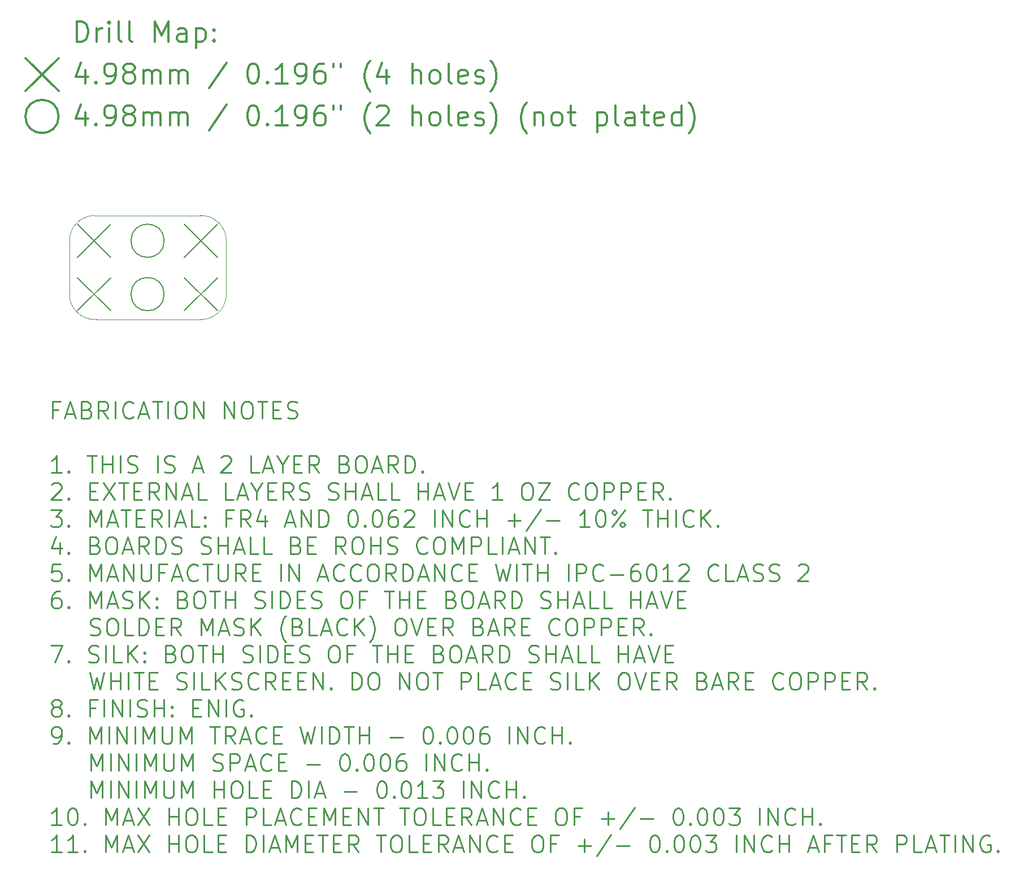
<source format=gbr>
G04 This is an RS-274x file exported by *
G04 gerbv version 2.6.0 *
G04 More information is available about gerbv at *
G04 http://gerbv.gpleda.org/ *
G04 --End of header info--*
%MOIN*%
%FSLAX34Y34*%
%IPPOS*%
G04 --Define apertures--*
%ADD10C,0.0050*%
%ADD11C,0.0079*%
%ADD12C,0.0118*%
%ADD13C,0.0138*%
%ADD14C,0.0016*%
%ADD15C,0.0100*%
G04 --Start main section--*
G54D11*
G01X0001114Y-012614D02*
G01X0003075Y-014575D01*
G01X0003075Y-012614D02*
G01X0001114Y-014575D01*
G01X0001114Y-015764D02*
G01X0003075Y-017724D01*
G01X0003075Y-015764D02*
G01X0001114Y-017724D01*
G01X0007414Y-012614D02*
G01X0009374Y-014575D01*
G01X0009374Y-012614D02*
G01X0007414Y-014575D01*
G01X0007414Y-015764D02*
G01X0009374Y-017724D01*
G01X0009374Y-015764D02*
G01X0007414Y-017724D01*
G01X0006225Y-013594D02*
G75*
G03X0006225Y-013594I-000980J0000000D01*
G01X0006225Y-016744D02*
G75*
G03X0006225Y-016744I-000980J0000000D01*
G54D12*
G01X0001069Y-001834D02*
G01X0001069Y-000652D01*
G01X0001069Y-000652D02*
G01X0001350Y-000652D01*
G01X0001350Y-000652D02*
G01X0001519Y-000709D01*
G01X0001519Y-000709D02*
G01X0001631Y-000821D01*
G01X0001631Y-000821D02*
G01X0001687Y-000934D01*
G01X0001687Y-000934D02*
G01X0001744Y-001159D01*
G01X0001744Y-001159D02*
G01X0001744Y-001327D01*
G01X0001744Y-001327D02*
G01X0001687Y-001552D01*
G01X0001687Y-001552D02*
G01X0001631Y-001665D01*
G01X0001631Y-001665D02*
G01X0001519Y-001777D01*
G01X0001519Y-001777D02*
G01X0001350Y-001834D01*
G01X0001350Y-001834D02*
G01X0001069Y-001834D01*
G01X0002250Y-001834D02*
G01X0002250Y-001046D01*
G01X0002250Y-001271D02*
G01X0002306Y-001159D01*
G01X0002306Y-001159D02*
G01X0002362Y-001102D01*
G01X0002362Y-001102D02*
G01X0002475Y-001046D01*
G01X0002475Y-001046D02*
G01X0002587Y-001046D01*
G01X0002981Y-001834D02*
G01X0002981Y-001046D01*
G01X0002981Y-000652D02*
G01X0002925Y-000709D01*
G01X0002925Y-000709D02*
G01X0002981Y-000765D01*
G01X0002981Y-000765D02*
G01X0003037Y-000709D01*
G01X0003037Y-000709D02*
G01X0002981Y-000652D01*
G01X0002981Y-000652D02*
G01X0002981Y-000765D01*
G01X0003712Y-001834D02*
G01X0003600Y-001777D01*
G01X0003600Y-001777D02*
G01X0003543Y-001665D01*
G01X0003543Y-001665D02*
G01X0003543Y-000652D01*
G01X0004331Y-001834D02*
G01X0004218Y-001777D01*
G01X0004218Y-001777D02*
G01X0004162Y-001665D01*
G01X0004162Y-001665D02*
G01X0004162Y-000652D01*
G01X0005681Y-001834D02*
G01X0005681Y-000652D01*
G01X0005681Y-000652D02*
G01X0006074Y-001496D01*
G01X0006074Y-001496D02*
G01X0006468Y-000652D01*
G01X0006468Y-000652D02*
G01X0006468Y-001834D01*
G01X0007537Y-001834D02*
G01X0007537Y-001215D01*
G01X0007537Y-001215D02*
G01X0007480Y-001102D01*
G01X0007480Y-001102D02*
G01X0007368Y-001046D01*
G01X0007368Y-001046D02*
G01X0007143Y-001046D01*
G01X0007143Y-001046D02*
G01X0007030Y-001102D01*
G01X0007537Y-001777D02*
G01X0007424Y-001834D01*
G01X0007424Y-001834D02*
G01X0007143Y-001834D01*
G01X0007143Y-001834D02*
G01X0007030Y-001777D01*
G01X0007030Y-001777D02*
G01X0006974Y-001665D01*
G01X0006974Y-001665D02*
G01X0006974Y-001552D01*
G01X0006974Y-001552D02*
G01X0007030Y-001440D01*
G01X0007030Y-001440D02*
G01X0007143Y-001384D01*
G01X0007143Y-001384D02*
G01X0007424Y-001384D01*
G01X0007424Y-001384D02*
G01X0007537Y-001327D01*
G01X0008099Y-001046D02*
G01X0008099Y-002227D01*
G01X0008099Y-001102D02*
G01X0008211Y-001046D01*
G01X0008211Y-001046D02*
G01X0008436Y-001046D01*
G01X0008436Y-001046D02*
G01X0008549Y-001102D01*
G01X0008549Y-001102D02*
G01X0008605Y-001159D01*
G01X0008605Y-001159D02*
G01X0008661Y-001271D01*
G01X0008661Y-001271D02*
G01X0008661Y-001609D01*
G01X0008661Y-001609D02*
G01X0008605Y-001721D01*
G01X0008605Y-001721D02*
G01X0008549Y-001777D01*
G01X0008549Y-001777D02*
G01X0008436Y-001834D01*
G01X0008436Y-001834D02*
G01X0008211Y-001834D01*
G01X0008211Y-001834D02*
G01X0008099Y-001777D01*
G01X0009168Y-001721D02*
G01X0009224Y-001777D01*
G01X0009224Y-001777D02*
G01X0009168Y-001834D01*
G01X0009168Y-001834D02*
G01X0009111Y-001777D01*
G01X0009111Y-001777D02*
G01X0009168Y-001721D01*
G01X0009168Y-001721D02*
G01X0009168Y-001834D01*
G01X0009168Y-001102D02*
G01X0009224Y-001159D01*
G01X0009224Y-001159D02*
G01X0009168Y-001215D01*
G01X0009168Y-001215D02*
G01X0009111Y-001159D01*
G01X0009111Y-001159D02*
G01X0009168Y-001102D01*
G01X0009168Y-001102D02*
G01X0009168Y-001215D01*
G01X-001961Y-002799D02*
G01X0000000Y-004760D01*
G01X0000000Y-002799D02*
G01X-001961Y-004760D01*
G01X0001575Y-003526D02*
G01X0001575Y-004314D01*
G01X0001294Y-003076D02*
G01X0001012Y-003920D01*
G01X0001012Y-003920D02*
G01X0001744Y-003920D01*
G01X0002193Y-004201D02*
G01X0002250Y-004258D01*
G01X0002250Y-004258D02*
G01X0002193Y-004314D01*
G01X0002193Y-004314D02*
G01X0002137Y-004258D01*
G01X0002137Y-004258D02*
G01X0002193Y-004201D01*
G01X0002193Y-004201D02*
G01X0002193Y-004314D01*
G01X0002812Y-004314D02*
G01X0003037Y-004314D01*
G01X0003037Y-004314D02*
G01X0003150Y-004258D01*
G01X0003150Y-004258D02*
G01X0003206Y-004201D01*
G01X0003206Y-004201D02*
G01X0003318Y-004033D01*
G01X0003318Y-004033D02*
G01X0003375Y-003808D01*
G01X0003375Y-003808D02*
G01X0003375Y-003358D01*
G01X0003375Y-003358D02*
G01X0003318Y-003245D01*
G01X0003318Y-003245D02*
G01X0003262Y-003189D01*
G01X0003262Y-003189D02*
G01X0003150Y-003133D01*
G01X0003150Y-003133D02*
G01X0002925Y-003133D01*
G01X0002925Y-003133D02*
G01X0002812Y-003189D01*
G01X0002812Y-003189D02*
G01X0002756Y-003245D01*
G01X0002756Y-003245D02*
G01X0002700Y-003358D01*
G01X0002700Y-003358D02*
G01X0002700Y-003639D01*
G01X0002700Y-003639D02*
G01X0002756Y-003751D01*
G01X0002756Y-003751D02*
G01X0002812Y-003808D01*
G01X0002812Y-003808D02*
G01X0002925Y-003864D01*
G01X0002925Y-003864D02*
G01X0003150Y-003864D01*
G01X0003150Y-003864D02*
G01X0003262Y-003808D01*
G01X0003262Y-003808D02*
G01X0003318Y-003751D01*
G01X0003318Y-003751D02*
G01X0003375Y-003639D01*
G01X0004049Y-003639D02*
G01X0003937Y-003583D01*
G01X0003937Y-003583D02*
G01X0003881Y-003526D01*
G01X0003881Y-003526D02*
G01X0003825Y-003414D01*
G01X0003825Y-003414D02*
G01X0003825Y-003358D01*
G01X0003825Y-003358D02*
G01X0003881Y-003245D01*
G01X0003881Y-003245D02*
G01X0003937Y-003189D01*
G01X0003937Y-003189D02*
G01X0004049Y-003133D01*
G01X0004049Y-003133D02*
G01X0004274Y-003133D01*
G01X0004274Y-003133D02*
G01X0004387Y-003189D01*
G01X0004387Y-003189D02*
G01X0004443Y-003245D01*
G01X0004443Y-003245D02*
G01X0004499Y-003358D01*
G01X0004499Y-003358D02*
G01X0004499Y-003414D01*
G01X0004499Y-003414D02*
G01X0004443Y-003526D01*
G01X0004443Y-003526D02*
G01X0004387Y-003583D01*
G01X0004387Y-003583D02*
G01X0004274Y-003639D01*
G01X0004274Y-003639D02*
G01X0004049Y-003639D01*
G01X0004049Y-003639D02*
G01X0003937Y-003695D01*
G01X0003937Y-003695D02*
G01X0003881Y-003751D01*
G01X0003881Y-003751D02*
G01X0003825Y-003864D01*
G01X0003825Y-003864D02*
G01X0003825Y-004089D01*
G01X0003825Y-004089D02*
G01X0003881Y-004201D01*
G01X0003881Y-004201D02*
G01X0003937Y-004258D01*
G01X0003937Y-004258D02*
G01X0004049Y-004314D01*
G01X0004049Y-004314D02*
G01X0004274Y-004314D01*
G01X0004274Y-004314D02*
G01X0004387Y-004258D01*
G01X0004387Y-004258D02*
G01X0004443Y-004201D01*
G01X0004443Y-004201D02*
G01X0004499Y-004089D01*
G01X0004499Y-004089D02*
G01X0004499Y-003864D01*
G01X0004499Y-003864D02*
G01X0004443Y-003751D01*
G01X0004443Y-003751D02*
G01X0004387Y-003695D01*
G01X0004387Y-003695D02*
G01X0004274Y-003639D01*
G01X0005006Y-004314D02*
G01X0005006Y-003526D01*
G01X0005006Y-003639D02*
G01X0005062Y-003583D01*
G01X0005062Y-003583D02*
G01X0005174Y-003526D01*
G01X0005174Y-003526D02*
G01X0005343Y-003526D01*
G01X0005343Y-003526D02*
G01X0005456Y-003583D01*
G01X0005456Y-003583D02*
G01X0005512Y-003695D01*
G01X0005512Y-003695D02*
G01X0005512Y-004314D01*
G01X0005512Y-003695D02*
G01X0005568Y-003583D01*
G01X0005568Y-003583D02*
G01X0005681Y-003526D01*
G01X0005681Y-003526D02*
G01X0005849Y-003526D01*
G01X0005849Y-003526D02*
G01X0005962Y-003583D01*
G01X0005962Y-003583D02*
G01X0006018Y-003695D01*
G01X0006018Y-003695D02*
G01X0006018Y-004314D01*
G01X0006580Y-004314D02*
G01X0006580Y-003526D01*
G01X0006580Y-003639D02*
G01X0006637Y-003583D01*
G01X0006637Y-003583D02*
G01X0006749Y-003526D01*
G01X0006749Y-003526D02*
G01X0006918Y-003526D01*
G01X0006918Y-003526D02*
G01X0007030Y-003583D01*
G01X0007030Y-003583D02*
G01X0007087Y-003695D01*
G01X0007087Y-003695D02*
G01X0007087Y-004314D01*
G01X0007087Y-003695D02*
G01X0007143Y-003583D01*
G01X0007143Y-003583D02*
G01X0007255Y-003526D01*
G01X0007255Y-003526D02*
G01X0007424Y-003526D01*
G01X0007424Y-003526D02*
G01X0007537Y-003583D01*
G01X0007537Y-003583D02*
G01X0007593Y-003695D01*
G01X0007593Y-003695D02*
G01X0007593Y-004314D01*
G01X0009899Y-003076D02*
G01X0008886Y-004595D01*
G01X0011417Y-003133D02*
G01X0011530Y-003133D01*
G01X0011530Y-003133D02*
G01X0011642Y-003189D01*
G01X0011642Y-003189D02*
G01X0011699Y-003245D01*
G01X0011699Y-003245D02*
G01X0011755Y-003358D01*
G01X0011755Y-003358D02*
G01X0011811Y-003583D01*
G01X0011811Y-003583D02*
G01X0011811Y-003864D01*
G01X0011811Y-003864D02*
G01X0011755Y-004089D01*
G01X0011755Y-004089D02*
G01X0011699Y-004201D01*
G01X0011699Y-004201D02*
G01X0011642Y-004258D01*
G01X0011642Y-004258D02*
G01X0011530Y-004314D01*
G01X0011530Y-004314D02*
G01X0011417Y-004314D01*
G01X0011417Y-004314D02*
G01X0011305Y-004258D01*
G01X0011305Y-004258D02*
G01X0011249Y-004201D01*
G01X0011249Y-004201D02*
G01X0011192Y-004089D01*
G01X0011192Y-004089D02*
G01X0011136Y-003864D01*
G01X0011136Y-003864D02*
G01X0011136Y-003583D01*
G01X0011136Y-003583D02*
G01X0011192Y-003358D01*
G01X0011192Y-003358D02*
G01X0011249Y-003245D01*
G01X0011249Y-003245D02*
G01X0011305Y-003189D01*
G01X0011305Y-003189D02*
G01X0011417Y-003133D01*
G01X0012317Y-004201D02*
G01X0012373Y-004258D01*
G01X0012373Y-004258D02*
G01X0012317Y-004314D01*
G01X0012317Y-004314D02*
G01X0012261Y-004258D01*
G01X0012261Y-004258D02*
G01X0012317Y-004201D01*
G01X0012317Y-004201D02*
G01X0012317Y-004314D01*
G01X0013498Y-004314D02*
G01X0012823Y-004314D01*
G01X0013161Y-004314D02*
G01X0013161Y-003133D01*
G01X0013161Y-003133D02*
G01X0013048Y-003301D01*
G01X0013048Y-003301D02*
G01X0012936Y-003414D01*
G01X0012936Y-003414D02*
G01X0012823Y-003470D01*
G01X0014061Y-004314D02*
G01X0014286Y-004314D01*
G01X0014286Y-004314D02*
G01X0014398Y-004258D01*
G01X0014398Y-004258D02*
G01X0014454Y-004201D01*
G01X0014454Y-004201D02*
G01X0014567Y-004033D01*
G01X0014567Y-004033D02*
G01X0014623Y-003808D01*
G01X0014623Y-003808D02*
G01X0014623Y-003358D01*
G01X0014623Y-003358D02*
G01X0014567Y-003245D01*
G01X0014567Y-003245D02*
G01X0014511Y-003189D01*
G01X0014511Y-003189D02*
G01X0014398Y-003133D01*
G01X0014398Y-003133D02*
G01X0014173Y-003133D01*
G01X0014173Y-003133D02*
G01X0014061Y-003189D01*
G01X0014061Y-003189D02*
G01X0014005Y-003245D01*
G01X0014005Y-003245D02*
G01X0013948Y-003358D01*
G01X0013948Y-003358D02*
G01X0013948Y-003639D01*
G01X0013948Y-003639D02*
G01X0014005Y-003751D01*
G01X0014005Y-003751D02*
G01X0014061Y-003808D01*
G01X0014061Y-003808D02*
G01X0014173Y-003864D01*
G01X0014173Y-003864D02*
G01X0014398Y-003864D01*
G01X0014398Y-003864D02*
G01X0014511Y-003808D01*
G01X0014511Y-003808D02*
G01X0014567Y-003751D01*
G01X0014567Y-003751D02*
G01X0014623Y-003639D01*
G01X0015636Y-003133D02*
G01X0015411Y-003133D01*
G01X0015411Y-003133D02*
G01X0015298Y-003189D01*
G01X0015298Y-003189D02*
G01X0015242Y-003245D01*
G01X0015242Y-003245D02*
G01X0015129Y-003414D01*
G01X0015129Y-003414D02*
G01X0015073Y-003639D01*
G01X0015073Y-003639D02*
G01X0015073Y-004089D01*
G01X0015073Y-004089D02*
G01X0015129Y-004201D01*
G01X0015129Y-004201D02*
G01X0015186Y-004258D01*
G01X0015186Y-004258D02*
G01X0015298Y-004314D01*
G01X0015298Y-004314D02*
G01X0015523Y-004314D01*
G01X0015523Y-004314D02*
G01X0015636Y-004258D01*
G01X0015636Y-004258D02*
G01X0015692Y-004201D01*
G01X0015692Y-004201D02*
G01X0015748Y-004089D01*
G01X0015748Y-004089D02*
G01X0015748Y-003808D01*
G01X0015748Y-003808D02*
G01X0015692Y-003695D01*
G01X0015692Y-003695D02*
G01X0015636Y-003639D01*
G01X0015636Y-003639D02*
G01X0015523Y-003583D01*
G01X0015523Y-003583D02*
G01X0015298Y-003583D01*
G01X0015298Y-003583D02*
G01X0015186Y-003639D01*
G01X0015186Y-003639D02*
G01X0015129Y-003695D01*
G01X0015129Y-003695D02*
G01X0015073Y-003808D01*
G01X0016198Y-003133D02*
G01X0016198Y-003358D01*
G01X0016648Y-003133D02*
G01X0016648Y-003358D01*
G01X0018391Y-004764D02*
G01X0018335Y-004708D01*
G01X0018335Y-004708D02*
G01X0018223Y-004539D01*
G01X0018223Y-004539D02*
G01X0018166Y-004426D01*
G01X0018166Y-004426D02*
G01X0018110Y-004258D01*
G01X0018110Y-004258D02*
G01X0018054Y-003976D01*
G01X0018054Y-003976D02*
G01X0018054Y-003751D01*
G01X0018054Y-003751D02*
G01X0018110Y-003470D01*
G01X0018110Y-003470D02*
G01X0018166Y-003301D01*
G01X0018166Y-003301D02*
G01X0018223Y-003189D01*
G01X0018223Y-003189D02*
G01X0018335Y-003020D01*
G01X0018335Y-003020D02*
G01X0018391Y-002964D01*
G01X0019348Y-003526D02*
G01X0019348Y-004314D01*
G01X0019066Y-003076D02*
G01X0018785Y-003920D01*
G01X0018785Y-003920D02*
G01X0019516Y-003920D01*
G01X0020866Y-004314D02*
G01X0020866Y-003133D01*
G01X0021372Y-004314D02*
G01X0021372Y-003695D01*
G01X0021372Y-003695D02*
G01X0021316Y-003583D01*
G01X0021316Y-003583D02*
G01X0021204Y-003526D01*
G01X0021204Y-003526D02*
G01X0021035Y-003526D01*
G01X0021035Y-003526D02*
G01X0020922Y-003583D01*
G01X0020922Y-003583D02*
G01X0020866Y-003639D01*
G01X0022103Y-004314D02*
G01X0021991Y-004258D01*
G01X0021991Y-004258D02*
G01X0021935Y-004201D01*
G01X0021935Y-004201D02*
G01X0021879Y-004089D01*
G01X0021879Y-004089D02*
G01X0021879Y-003751D01*
G01X0021879Y-003751D02*
G01X0021935Y-003639D01*
G01X0021935Y-003639D02*
G01X0021991Y-003583D01*
G01X0021991Y-003583D02*
G01X0022103Y-003526D01*
G01X0022103Y-003526D02*
G01X0022272Y-003526D01*
G01X0022272Y-003526D02*
G01X0022385Y-003583D01*
G01X0022385Y-003583D02*
G01X0022441Y-003639D01*
G01X0022441Y-003639D02*
G01X0022497Y-003751D01*
G01X0022497Y-003751D02*
G01X0022497Y-004089D01*
G01X0022497Y-004089D02*
G01X0022441Y-004201D01*
G01X0022441Y-004201D02*
G01X0022385Y-004258D01*
G01X0022385Y-004258D02*
G01X0022272Y-004314D01*
G01X0022272Y-004314D02*
G01X0022103Y-004314D01*
G01X0023172Y-004314D02*
G01X0023060Y-004258D01*
G01X0023060Y-004258D02*
G01X0023003Y-004145D01*
G01X0023003Y-004145D02*
G01X0023003Y-003133D01*
G01X0024072Y-004258D02*
G01X0023960Y-004314D01*
G01X0023960Y-004314D02*
G01X0023735Y-004314D01*
G01X0023735Y-004314D02*
G01X0023622Y-004258D01*
G01X0023622Y-004258D02*
G01X0023566Y-004145D01*
G01X0023566Y-004145D02*
G01X0023566Y-003695D01*
G01X0023566Y-003695D02*
G01X0023622Y-003583D01*
G01X0023622Y-003583D02*
G01X0023735Y-003526D01*
G01X0023735Y-003526D02*
G01X0023960Y-003526D01*
G01X0023960Y-003526D02*
G01X0024072Y-003583D01*
G01X0024072Y-003583D02*
G01X0024128Y-003695D01*
G01X0024128Y-003695D02*
G01X0024128Y-003808D01*
G01X0024128Y-003808D02*
G01X0023566Y-003920D01*
G01X0024578Y-004258D02*
G01X0024691Y-004314D01*
G01X0024691Y-004314D02*
G01X0024916Y-004314D01*
G01X0024916Y-004314D02*
G01X0025028Y-004258D01*
G01X0025028Y-004258D02*
G01X0025084Y-004145D01*
G01X0025084Y-004145D02*
G01X0025084Y-004089D01*
G01X0025084Y-004089D02*
G01X0025028Y-003976D01*
G01X0025028Y-003976D02*
G01X0024916Y-003920D01*
G01X0024916Y-003920D02*
G01X0024747Y-003920D01*
G01X0024747Y-003920D02*
G01X0024634Y-003864D01*
G01X0024634Y-003864D02*
G01X0024578Y-003751D01*
G01X0024578Y-003751D02*
G01X0024578Y-003695D01*
G01X0024578Y-003695D02*
G01X0024634Y-003583D01*
G01X0024634Y-003583D02*
G01X0024747Y-003526D01*
G01X0024747Y-003526D02*
G01X0024916Y-003526D01*
G01X0024916Y-003526D02*
G01X0025028Y-003583D01*
G01X0025478Y-004764D02*
G01X0025534Y-004708D01*
G01X0025534Y-004708D02*
G01X0025647Y-004539D01*
G01X0025647Y-004539D02*
G01X0025703Y-004426D01*
G01X0025703Y-004426D02*
G01X0025759Y-004258D01*
G01X0025759Y-004258D02*
G01X0025816Y-003976D01*
G01X0025816Y-003976D02*
G01X0025816Y-003751D01*
G01X0025816Y-003751D02*
G01X0025759Y-003470D01*
G01X0025759Y-003470D02*
G01X0025703Y-003301D01*
G01X0025703Y-003301D02*
G01X0025647Y-003189D01*
G01X0025647Y-003189D02*
G01X0025534Y-003020D01*
G01X0025534Y-003020D02*
G01X0025478Y-002964D01*
G01X0000000Y-006252D02*
G75*
G03X0000000Y-006252I-000980J0000000D01*
G01X0001575Y-005999D02*
G01X0001575Y-006786D01*
G01X0001294Y-005549D02*
G01X0001012Y-006393D01*
G01X0001012Y-006393D02*
G01X0001744Y-006393D01*
G01X0002193Y-006674D02*
G01X0002250Y-006730D01*
G01X0002250Y-006730D02*
G01X0002193Y-006786D01*
G01X0002193Y-006786D02*
G01X0002137Y-006730D01*
G01X0002137Y-006730D02*
G01X0002193Y-006674D01*
G01X0002193Y-006674D02*
G01X0002193Y-006786D01*
G01X0002812Y-006786D02*
G01X0003037Y-006786D01*
G01X0003037Y-006786D02*
G01X0003150Y-006730D01*
G01X0003150Y-006730D02*
G01X0003206Y-006674D01*
G01X0003206Y-006674D02*
G01X0003318Y-006505D01*
G01X0003318Y-006505D02*
G01X0003375Y-006280D01*
G01X0003375Y-006280D02*
G01X0003375Y-005830D01*
G01X0003375Y-005830D02*
G01X0003318Y-005718D01*
G01X0003318Y-005718D02*
G01X0003262Y-005661D01*
G01X0003262Y-005661D02*
G01X0003150Y-005605D01*
G01X0003150Y-005605D02*
G01X0002925Y-005605D01*
G01X0002925Y-005605D02*
G01X0002812Y-005661D01*
G01X0002812Y-005661D02*
G01X0002756Y-005718D01*
G01X0002756Y-005718D02*
G01X0002700Y-005830D01*
G01X0002700Y-005830D02*
G01X0002700Y-006111D01*
G01X0002700Y-006111D02*
G01X0002756Y-006224D01*
G01X0002756Y-006224D02*
G01X0002812Y-006280D01*
G01X0002812Y-006280D02*
G01X0002925Y-006336D01*
G01X0002925Y-006336D02*
G01X0003150Y-006336D01*
G01X0003150Y-006336D02*
G01X0003262Y-006280D01*
G01X0003262Y-006280D02*
G01X0003318Y-006224D01*
G01X0003318Y-006224D02*
G01X0003375Y-006111D01*
G01X0004049Y-006111D02*
G01X0003937Y-006055D01*
G01X0003937Y-006055D02*
G01X0003881Y-005999D01*
G01X0003881Y-005999D02*
G01X0003825Y-005886D01*
G01X0003825Y-005886D02*
G01X0003825Y-005830D01*
G01X0003825Y-005830D02*
G01X0003881Y-005718D01*
G01X0003881Y-005718D02*
G01X0003937Y-005661D01*
G01X0003937Y-005661D02*
G01X0004049Y-005605D01*
G01X0004049Y-005605D02*
G01X0004274Y-005605D01*
G01X0004274Y-005605D02*
G01X0004387Y-005661D01*
G01X0004387Y-005661D02*
G01X0004443Y-005718D01*
G01X0004443Y-005718D02*
G01X0004499Y-005830D01*
G01X0004499Y-005830D02*
G01X0004499Y-005886D01*
G01X0004499Y-005886D02*
G01X0004443Y-005999D01*
G01X0004443Y-005999D02*
G01X0004387Y-006055D01*
G01X0004387Y-006055D02*
G01X0004274Y-006111D01*
G01X0004274Y-006111D02*
G01X0004049Y-006111D01*
G01X0004049Y-006111D02*
G01X0003937Y-006168D01*
G01X0003937Y-006168D02*
G01X0003881Y-006224D01*
G01X0003881Y-006224D02*
G01X0003825Y-006336D01*
G01X0003825Y-006336D02*
G01X0003825Y-006561D01*
G01X0003825Y-006561D02*
G01X0003881Y-006674D01*
G01X0003881Y-006674D02*
G01X0003937Y-006730D01*
G01X0003937Y-006730D02*
G01X0004049Y-006786D01*
G01X0004049Y-006786D02*
G01X0004274Y-006786D01*
G01X0004274Y-006786D02*
G01X0004387Y-006730D01*
G01X0004387Y-006730D02*
G01X0004443Y-006674D01*
G01X0004443Y-006674D02*
G01X0004499Y-006561D01*
G01X0004499Y-006561D02*
G01X0004499Y-006336D01*
G01X0004499Y-006336D02*
G01X0004443Y-006224D01*
G01X0004443Y-006224D02*
G01X0004387Y-006168D01*
G01X0004387Y-006168D02*
G01X0004274Y-006111D01*
G01X0005006Y-006786D02*
G01X0005006Y-005999D01*
G01X0005006Y-006111D02*
G01X0005062Y-006055D01*
G01X0005062Y-006055D02*
G01X0005174Y-005999D01*
G01X0005174Y-005999D02*
G01X0005343Y-005999D01*
G01X0005343Y-005999D02*
G01X0005456Y-006055D01*
G01X0005456Y-006055D02*
G01X0005512Y-006168D01*
G01X0005512Y-006168D02*
G01X0005512Y-006786D01*
G01X0005512Y-006168D02*
G01X0005568Y-006055D01*
G01X0005568Y-006055D02*
G01X0005681Y-005999D01*
G01X0005681Y-005999D02*
G01X0005849Y-005999D01*
G01X0005849Y-005999D02*
G01X0005962Y-006055D01*
G01X0005962Y-006055D02*
G01X0006018Y-006168D01*
G01X0006018Y-006168D02*
G01X0006018Y-006786D01*
G01X0006580Y-006786D02*
G01X0006580Y-005999D01*
G01X0006580Y-006111D02*
G01X0006637Y-006055D01*
G01X0006637Y-006055D02*
G01X0006749Y-005999D01*
G01X0006749Y-005999D02*
G01X0006918Y-005999D01*
G01X0006918Y-005999D02*
G01X0007030Y-006055D01*
G01X0007030Y-006055D02*
G01X0007087Y-006168D01*
G01X0007087Y-006168D02*
G01X0007087Y-006786D01*
G01X0007087Y-006168D02*
G01X0007143Y-006055D01*
G01X0007143Y-006055D02*
G01X0007255Y-005999D01*
G01X0007255Y-005999D02*
G01X0007424Y-005999D01*
G01X0007424Y-005999D02*
G01X0007537Y-006055D01*
G01X0007537Y-006055D02*
G01X0007593Y-006168D01*
G01X0007593Y-006168D02*
G01X0007593Y-006786D01*
G01X0009899Y-005549D02*
G01X0008886Y-007067D01*
G01X0011417Y-005605D02*
G01X0011530Y-005605D01*
G01X0011530Y-005605D02*
G01X0011642Y-005661D01*
G01X0011642Y-005661D02*
G01X0011699Y-005718D01*
G01X0011699Y-005718D02*
G01X0011755Y-005830D01*
G01X0011755Y-005830D02*
G01X0011811Y-006055D01*
G01X0011811Y-006055D02*
G01X0011811Y-006336D01*
G01X0011811Y-006336D02*
G01X0011755Y-006561D01*
G01X0011755Y-006561D02*
G01X0011699Y-006674D01*
G01X0011699Y-006674D02*
G01X0011642Y-006730D01*
G01X0011642Y-006730D02*
G01X0011530Y-006786D01*
G01X0011530Y-006786D02*
G01X0011417Y-006786D01*
G01X0011417Y-006786D02*
G01X0011305Y-006730D01*
G01X0011305Y-006730D02*
G01X0011249Y-006674D01*
G01X0011249Y-006674D02*
G01X0011192Y-006561D01*
G01X0011192Y-006561D02*
G01X0011136Y-006336D01*
G01X0011136Y-006336D02*
G01X0011136Y-006055D01*
G01X0011136Y-006055D02*
G01X0011192Y-005830D01*
G01X0011192Y-005830D02*
G01X0011249Y-005718D01*
G01X0011249Y-005718D02*
G01X0011305Y-005661D01*
G01X0011305Y-005661D02*
G01X0011417Y-005605D01*
G01X0012317Y-006674D02*
G01X0012373Y-006730D01*
G01X0012373Y-006730D02*
G01X0012317Y-006786D01*
G01X0012317Y-006786D02*
G01X0012261Y-006730D01*
G01X0012261Y-006730D02*
G01X0012317Y-006674D01*
G01X0012317Y-006674D02*
G01X0012317Y-006786D01*
G01X0013498Y-006786D02*
G01X0012823Y-006786D01*
G01X0013161Y-006786D02*
G01X0013161Y-005605D01*
G01X0013161Y-005605D02*
G01X0013048Y-005774D01*
G01X0013048Y-005774D02*
G01X0012936Y-005886D01*
G01X0012936Y-005886D02*
G01X0012823Y-005943D01*
G01X0014061Y-006786D02*
G01X0014286Y-006786D01*
G01X0014286Y-006786D02*
G01X0014398Y-006730D01*
G01X0014398Y-006730D02*
G01X0014454Y-006674D01*
G01X0014454Y-006674D02*
G01X0014567Y-006505D01*
G01X0014567Y-006505D02*
G01X0014623Y-006280D01*
G01X0014623Y-006280D02*
G01X0014623Y-005830D01*
G01X0014623Y-005830D02*
G01X0014567Y-005718D01*
G01X0014567Y-005718D02*
G01X0014511Y-005661D01*
G01X0014511Y-005661D02*
G01X0014398Y-005605D01*
G01X0014398Y-005605D02*
G01X0014173Y-005605D01*
G01X0014173Y-005605D02*
G01X0014061Y-005661D01*
G01X0014061Y-005661D02*
G01X0014005Y-005718D01*
G01X0014005Y-005718D02*
G01X0013948Y-005830D01*
G01X0013948Y-005830D02*
G01X0013948Y-006111D01*
G01X0013948Y-006111D02*
G01X0014005Y-006224D01*
G01X0014005Y-006224D02*
G01X0014061Y-006280D01*
G01X0014061Y-006280D02*
G01X0014173Y-006336D01*
G01X0014173Y-006336D02*
G01X0014398Y-006336D01*
G01X0014398Y-006336D02*
G01X0014511Y-006280D01*
G01X0014511Y-006280D02*
G01X0014567Y-006224D01*
G01X0014567Y-006224D02*
G01X0014623Y-006111D01*
G01X0015636Y-005605D02*
G01X0015411Y-005605D01*
G01X0015411Y-005605D02*
G01X0015298Y-005661D01*
G01X0015298Y-005661D02*
G01X0015242Y-005718D01*
G01X0015242Y-005718D02*
G01X0015129Y-005886D01*
G01X0015129Y-005886D02*
G01X0015073Y-006111D01*
G01X0015073Y-006111D02*
G01X0015073Y-006561D01*
G01X0015073Y-006561D02*
G01X0015129Y-006674D01*
G01X0015129Y-006674D02*
G01X0015186Y-006730D01*
G01X0015186Y-006730D02*
G01X0015298Y-006786D01*
G01X0015298Y-006786D02*
G01X0015523Y-006786D01*
G01X0015523Y-006786D02*
G01X0015636Y-006730D01*
G01X0015636Y-006730D02*
G01X0015692Y-006674D01*
G01X0015692Y-006674D02*
G01X0015748Y-006561D01*
G01X0015748Y-006561D02*
G01X0015748Y-006280D01*
G01X0015748Y-006280D02*
G01X0015692Y-006168D01*
G01X0015692Y-006168D02*
G01X0015636Y-006111D01*
G01X0015636Y-006111D02*
G01X0015523Y-006055D01*
G01X0015523Y-006055D02*
G01X0015298Y-006055D01*
G01X0015298Y-006055D02*
G01X0015186Y-006111D01*
G01X0015186Y-006111D02*
G01X0015129Y-006168D01*
G01X0015129Y-006168D02*
G01X0015073Y-006280D01*
G01X0016198Y-005605D02*
G01X0016198Y-005830D01*
G01X0016648Y-005605D02*
G01X0016648Y-005830D01*
G01X0018391Y-007236D02*
G01X0018335Y-007180D01*
G01X0018335Y-007180D02*
G01X0018223Y-007011D01*
G01X0018223Y-007011D02*
G01X0018166Y-006899D01*
G01X0018166Y-006899D02*
G01X0018110Y-006730D01*
G01X0018110Y-006730D02*
G01X0018054Y-006449D01*
G01X0018054Y-006449D02*
G01X0018054Y-006224D01*
G01X0018054Y-006224D02*
G01X0018110Y-005943D01*
G01X0018110Y-005943D02*
G01X0018166Y-005774D01*
G01X0018166Y-005774D02*
G01X0018223Y-005661D01*
G01X0018223Y-005661D02*
G01X0018335Y-005493D01*
G01X0018335Y-005493D02*
G01X0018391Y-005436D01*
G01X0018785Y-005718D02*
G01X0018841Y-005661D01*
G01X0018841Y-005661D02*
G01X0018954Y-005605D01*
G01X0018954Y-005605D02*
G01X0019235Y-005605D01*
G01X0019235Y-005605D02*
G01X0019348Y-005661D01*
G01X0019348Y-005661D02*
G01X0019404Y-005718D01*
G01X0019404Y-005718D02*
G01X0019460Y-005830D01*
G01X0019460Y-005830D02*
G01X0019460Y-005943D01*
G01X0019460Y-005943D02*
G01X0019404Y-006111D01*
G01X0019404Y-006111D02*
G01X0018729Y-006786D01*
G01X0018729Y-006786D02*
G01X0019460Y-006786D01*
G01X0020866Y-006786D02*
G01X0020866Y-005605D01*
G01X0021372Y-006786D02*
G01X0021372Y-006168D01*
G01X0021372Y-006168D02*
G01X0021316Y-006055D01*
G01X0021316Y-006055D02*
G01X0021204Y-005999D01*
G01X0021204Y-005999D02*
G01X0021035Y-005999D01*
G01X0021035Y-005999D02*
G01X0020922Y-006055D01*
G01X0020922Y-006055D02*
G01X0020866Y-006111D01*
G01X0022103Y-006786D02*
G01X0021991Y-006730D01*
G01X0021991Y-006730D02*
G01X0021935Y-006674D01*
G01X0021935Y-006674D02*
G01X0021879Y-006561D01*
G01X0021879Y-006561D02*
G01X0021879Y-006224D01*
G01X0021879Y-006224D02*
G01X0021935Y-006111D01*
G01X0021935Y-006111D02*
G01X0021991Y-006055D01*
G01X0021991Y-006055D02*
G01X0022103Y-005999D01*
G01X0022103Y-005999D02*
G01X0022272Y-005999D01*
G01X0022272Y-005999D02*
G01X0022385Y-006055D01*
G01X0022385Y-006055D02*
G01X0022441Y-006111D01*
G01X0022441Y-006111D02*
G01X0022497Y-006224D01*
G01X0022497Y-006224D02*
G01X0022497Y-006561D01*
G01X0022497Y-006561D02*
G01X0022441Y-006674D01*
G01X0022441Y-006674D02*
G01X0022385Y-006730D01*
G01X0022385Y-006730D02*
G01X0022272Y-006786D01*
G01X0022272Y-006786D02*
G01X0022103Y-006786D01*
G01X0023172Y-006786D02*
G01X0023060Y-006730D01*
G01X0023060Y-006730D02*
G01X0023003Y-006618D01*
G01X0023003Y-006618D02*
G01X0023003Y-005605D01*
G01X0024072Y-006730D02*
G01X0023960Y-006786D01*
G01X0023960Y-006786D02*
G01X0023735Y-006786D01*
G01X0023735Y-006786D02*
G01X0023622Y-006730D01*
G01X0023622Y-006730D02*
G01X0023566Y-006618D01*
G01X0023566Y-006618D02*
G01X0023566Y-006168D01*
G01X0023566Y-006168D02*
G01X0023622Y-006055D01*
G01X0023622Y-006055D02*
G01X0023735Y-005999D01*
G01X0023735Y-005999D02*
G01X0023960Y-005999D01*
G01X0023960Y-005999D02*
G01X0024072Y-006055D01*
G01X0024072Y-006055D02*
G01X0024128Y-006168D01*
G01X0024128Y-006168D02*
G01X0024128Y-006280D01*
G01X0024128Y-006280D02*
G01X0023566Y-006393D01*
G01X0024578Y-006730D02*
G01X0024691Y-006786D01*
G01X0024691Y-006786D02*
G01X0024916Y-006786D01*
G01X0024916Y-006786D02*
G01X0025028Y-006730D01*
G01X0025028Y-006730D02*
G01X0025084Y-006618D01*
G01X0025084Y-006618D02*
G01X0025084Y-006561D01*
G01X0025084Y-006561D02*
G01X0025028Y-006449D01*
G01X0025028Y-006449D02*
G01X0024916Y-006393D01*
G01X0024916Y-006393D02*
G01X0024747Y-006393D01*
G01X0024747Y-006393D02*
G01X0024634Y-006336D01*
G01X0024634Y-006336D02*
G01X0024578Y-006224D01*
G01X0024578Y-006224D02*
G01X0024578Y-006168D01*
G01X0024578Y-006168D02*
G01X0024634Y-006055D01*
G01X0024634Y-006055D02*
G01X0024747Y-005999D01*
G01X0024747Y-005999D02*
G01X0024916Y-005999D01*
G01X0024916Y-005999D02*
G01X0025028Y-006055D01*
G01X0025478Y-007236D02*
G01X0025534Y-007180D01*
G01X0025534Y-007180D02*
G01X0025647Y-007011D01*
G01X0025647Y-007011D02*
G01X0025703Y-006899D01*
G01X0025703Y-006899D02*
G01X0025759Y-006730D01*
G01X0025759Y-006730D02*
G01X0025816Y-006449D01*
G01X0025816Y-006449D02*
G01X0025816Y-006224D01*
G01X0025816Y-006224D02*
G01X0025759Y-005943D01*
G01X0025759Y-005943D02*
G01X0025703Y-005774D01*
G01X0025703Y-005774D02*
G01X0025647Y-005661D01*
G01X0025647Y-005661D02*
G01X0025534Y-005493D01*
G01X0025534Y-005493D02*
G01X0025478Y-005436D01*
G01X0027615Y-007236D02*
G01X0027559Y-007180D01*
G01X0027559Y-007180D02*
G01X0027447Y-007011D01*
G01X0027447Y-007011D02*
G01X0027390Y-006899D01*
G01X0027390Y-006899D02*
G01X0027334Y-006730D01*
G01X0027334Y-006730D02*
G01X0027278Y-006449D01*
G01X0027278Y-006449D02*
G01X0027278Y-006224D01*
G01X0027278Y-006224D02*
G01X0027334Y-005943D01*
G01X0027334Y-005943D02*
G01X0027390Y-005774D01*
G01X0027390Y-005774D02*
G01X0027447Y-005661D01*
G01X0027447Y-005661D02*
G01X0027559Y-005493D01*
G01X0027559Y-005493D02*
G01X0027615Y-005436D01*
G01X0028065Y-005999D02*
G01X0028065Y-006786D01*
G01X0028065Y-006111D02*
G01X0028121Y-006055D01*
G01X0028121Y-006055D02*
G01X0028234Y-005999D01*
G01X0028234Y-005999D02*
G01X0028403Y-005999D01*
G01X0028403Y-005999D02*
G01X0028515Y-006055D01*
G01X0028515Y-006055D02*
G01X0028571Y-006168D01*
G01X0028571Y-006168D02*
G01X0028571Y-006786D01*
G01X0029303Y-006786D02*
G01X0029190Y-006730D01*
G01X0029190Y-006730D02*
G01X0029134Y-006674D01*
G01X0029134Y-006674D02*
G01X0029078Y-006561D01*
G01X0029078Y-006561D02*
G01X0029078Y-006224D01*
G01X0029078Y-006224D02*
G01X0029134Y-006111D01*
G01X0029134Y-006111D02*
G01X0029190Y-006055D01*
G01X0029190Y-006055D02*
G01X0029303Y-005999D01*
G01X0029303Y-005999D02*
G01X0029471Y-005999D01*
G01X0029471Y-005999D02*
G01X0029584Y-006055D01*
G01X0029584Y-006055D02*
G01X0029640Y-006111D01*
G01X0029640Y-006111D02*
G01X0029696Y-006224D01*
G01X0029696Y-006224D02*
G01X0029696Y-006561D01*
G01X0029696Y-006561D02*
G01X0029640Y-006674D01*
G01X0029640Y-006674D02*
G01X0029584Y-006730D01*
G01X0029584Y-006730D02*
G01X0029471Y-006786D01*
G01X0029471Y-006786D02*
G01X0029303Y-006786D01*
G01X0030034Y-005999D02*
G01X0030484Y-005999D01*
G01X0030202Y-005605D02*
G01X0030202Y-006618D01*
G01X0030202Y-006618D02*
G01X0030259Y-006730D01*
G01X0030259Y-006730D02*
G01X0030371Y-006786D01*
G01X0030371Y-006786D02*
G01X0030484Y-006786D01*
G01X0031777Y-005999D02*
G01X0031777Y-007180D01*
G01X0031777Y-006055D02*
G01X0031890Y-005999D01*
G01X0031890Y-005999D02*
G01X0032115Y-005999D01*
G01X0032115Y-005999D02*
G01X0032227Y-006055D01*
G01X0032227Y-006055D02*
G01X0032283Y-006111D01*
G01X0032283Y-006111D02*
G01X0032340Y-006224D01*
G01X0032340Y-006224D02*
G01X0032340Y-006561D01*
G01X0032340Y-006561D02*
G01X0032283Y-006674D01*
G01X0032283Y-006674D02*
G01X0032227Y-006730D01*
G01X0032227Y-006730D02*
G01X0032115Y-006786D01*
G01X0032115Y-006786D02*
G01X0031890Y-006786D01*
G01X0031890Y-006786D02*
G01X0031777Y-006730D01*
G01X0033015Y-006786D02*
G01X0032902Y-006730D01*
G01X0032902Y-006730D02*
G01X0032846Y-006618D01*
G01X0032846Y-006618D02*
G01X0032846Y-005605D01*
G01X0033971Y-006786D02*
G01X0033971Y-006168D01*
G01X0033971Y-006168D02*
G01X0033915Y-006055D01*
G01X0033915Y-006055D02*
G01X0033802Y-005999D01*
G01X0033802Y-005999D02*
G01X0033577Y-005999D01*
G01X0033577Y-005999D02*
G01X0033465Y-006055D01*
G01X0033971Y-006730D02*
G01X0033858Y-006786D01*
G01X0033858Y-006786D02*
G01X0033577Y-006786D01*
G01X0033577Y-006786D02*
G01X0033465Y-006730D01*
G01X0033465Y-006730D02*
G01X0033408Y-006618D01*
G01X0033408Y-006618D02*
G01X0033408Y-006505D01*
G01X0033408Y-006505D02*
G01X0033465Y-006393D01*
G01X0033465Y-006393D02*
G01X0033577Y-006336D01*
G01X0033577Y-006336D02*
G01X0033858Y-006336D01*
G01X0033858Y-006336D02*
G01X0033971Y-006280D01*
G01X0034364Y-005999D02*
G01X0034814Y-005999D01*
G01X0034533Y-005605D02*
G01X0034533Y-006618D01*
G01X0034533Y-006618D02*
G01X0034589Y-006730D01*
G01X0034589Y-006730D02*
G01X0034702Y-006786D01*
G01X0034702Y-006786D02*
G01X0034814Y-006786D01*
G01X0035658Y-006730D02*
G01X0035546Y-006786D01*
G01X0035546Y-006786D02*
G01X0035321Y-006786D01*
G01X0035321Y-006786D02*
G01X0035208Y-006730D01*
G01X0035208Y-006730D02*
G01X0035152Y-006618D01*
G01X0035152Y-006618D02*
G01X0035152Y-006168D01*
G01X0035152Y-006168D02*
G01X0035208Y-006055D01*
G01X0035208Y-006055D02*
G01X0035321Y-005999D01*
G01X0035321Y-005999D02*
G01X0035546Y-005999D01*
G01X0035546Y-005999D02*
G01X0035658Y-006055D01*
G01X0035658Y-006055D02*
G01X0035714Y-006168D01*
G01X0035714Y-006168D02*
G01X0035714Y-006280D01*
G01X0035714Y-006280D02*
G01X0035152Y-006393D01*
G01X0036727Y-006786D02*
G01X0036727Y-005605D01*
G01X0036727Y-006730D02*
G01X0036614Y-006786D01*
G01X0036614Y-006786D02*
G01X0036389Y-006786D01*
G01X0036389Y-006786D02*
G01X0036277Y-006730D01*
G01X0036277Y-006730D02*
G01X0036220Y-006674D01*
G01X0036220Y-006674D02*
G01X0036164Y-006561D01*
G01X0036164Y-006561D02*
G01X0036164Y-006224D01*
G01X0036164Y-006224D02*
G01X0036220Y-006111D01*
G01X0036220Y-006111D02*
G01X0036277Y-006055D01*
G01X0036277Y-006055D02*
G01X0036389Y-005999D01*
G01X0036389Y-005999D02*
G01X0036614Y-005999D01*
G01X0036614Y-005999D02*
G01X0036727Y-006055D01*
G01X0037177Y-007236D02*
G01X0037233Y-007180D01*
G01X0037233Y-007180D02*
G01X0037345Y-007011D01*
G01X0037345Y-007011D02*
G01X0037402Y-006899D01*
G01X0037402Y-006899D02*
G01X0037458Y-006730D01*
G01X0037458Y-006730D02*
G01X0037514Y-006449D01*
G01X0037514Y-006449D02*
G01X0037514Y-006224D01*
G01X0037514Y-006224D02*
G01X0037458Y-005943D01*
G01X0037458Y-005943D02*
G01X0037402Y-005774D01*
G01X0037402Y-005774D02*
G01X0037345Y-005661D01*
G01X0037345Y-005661D02*
G01X0037233Y-005493D01*
G01X0037233Y-005493D02*
G01X0037177Y-005436D01*
G01X0000000Y0000000D02*
G54D14*
G01X0000638Y-013594D02*
G01X0000638Y-016744D01*
G01X0002095Y-012098D02*
G75*
G03X0000641Y-013634I0000042J-001496D01*
G01X0000638Y-016744D02*
G75*
G03X0002257Y-018240I0001501J0000000D01*
G01X0008394Y-018241D02*
G75*
G03X0009890Y-016705I0000000J0001497D01*
G01X0009891Y-013594D02*
G75*
G03X0008355Y-012098I-001497J0000000D01*
G01X0009890Y-013594D02*
G01X0009890Y-016744D01*
G01X0008394Y-012098D02*
G01X0002095Y-012098D01*
G01X0008394Y-018240D02*
G01X0002213Y-018240D01*
G01X0000000Y0000000D02*
G54D15*
G01X-000029Y-023567D02*
G01X-000362Y-023567D01*
G01X-000362Y-024090D02*
G01X-000362Y-023090D01*
G01X-000362Y-023090D02*
G01X0000114Y-023090D01*
G01X0000448Y-023805D02*
G01X0000924Y-023805D01*
G01X0000352Y-024090D02*
G01X0000686Y-023090D01*
G01X0000686Y-023090D02*
G01X0001019Y-024090D01*
G01X0001686Y-023567D02*
G01X0001829Y-023614D01*
G01X0001829Y-023614D02*
G01X0001876Y-023662D01*
G01X0001876Y-023662D02*
G01X0001924Y-023757D01*
G01X0001924Y-023757D02*
G01X0001924Y-023900D01*
G01X0001924Y-023900D02*
G01X0001876Y-023995D01*
G01X0001876Y-023995D02*
G01X0001829Y-024043D01*
G01X0001829Y-024043D02*
G01X0001733Y-024090D01*
G01X0001733Y-024090D02*
G01X0001352Y-024090D01*
G01X0001352Y-024090D02*
G01X0001352Y-023090D01*
G01X0001352Y-023090D02*
G01X0001686Y-023090D01*
G01X0001686Y-023090D02*
G01X0001781Y-023138D01*
G01X0001781Y-023138D02*
G01X0001829Y-023186D01*
G01X0001829Y-023186D02*
G01X0001876Y-023281D01*
G01X0001876Y-023281D02*
G01X0001876Y-023376D01*
G01X0001876Y-023376D02*
G01X0001829Y-023471D01*
G01X0001829Y-023471D02*
G01X0001781Y-023519D01*
G01X0001781Y-023519D02*
G01X0001686Y-023567D01*
G01X0001686Y-023567D02*
G01X0001352Y-023567D01*
G01X0002924Y-024090D02*
G01X0002590Y-023614D01*
G01X0002352Y-024090D02*
G01X0002352Y-023090D01*
G01X0002352Y-023090D02*
G01X0002733Y-023090D01*
G01X0002733Y-023090D02*
G01X0002829Y-023138D01*
G01X0002829Y-023138D02*
G01X0002876Y-023186D01*
G01X0002876Y-023186D02*
G01X0002924Y-023281D01*
G01X0002924Y-023281D02*
G01X0002924Y-023424D01*
G01X0002924Y-023424D02*
G01X0002876Y-023519D01*
G01X0002876Y-023519D02*
G01X0002829Y-023567D01*
G01X0002829Y-023567D02*
G01X0002733Y-023614D01*
G01X0002733Y-023614D02*
G01X0002352Y-023614D01*
G01X0003352Y-024090D02*
G01X0003352Y-023090D01*
G01X0004400Y-023995D02*
G01X0004352Y-024043D01*
G01X0004352Y-024043D02*
G01X0004210Y-024090D01*
G01X0004210Y-024090D02*
G01X0004114Y-024090D01*
G01X0004114Y-024090D02*
G01X0003971Y-024043D01*
G01X0003971Y-024043D02*
G01X0003876Y-023948D01*
G01X0003876Y-023948D02*
G01X0003829Y-023852D01*
G01X0003829Y-023852D02*
G01X0003781Y-023662D01*
G01X0003781Y-023662D02*
G01X0003781Y-023519D01*
G01X0003781Y-023519D02*
G01X0003829Y-023328D01*
G01X0003829Y-023328D02*
G01X0003876Y-023233D01*
G01X0003876Y-023233D02*
G01X0003971Y-023138D01*
G01X0003971Y-023138D02*
G01X0004114Y-023090D01*
G01X0004114Y-023090D02*
G01X0004210Y-023090D01*
G01X0004210Y-023090D02*
G01X0004352Y-023138D01*
G01X0004352Y-023138D02*
G01X0004400Y-023186D01*
G01X0004781Y-023805D02*
G01X0005257Y-023805D01*
G01X0004686Y-024090D02*
G01X0005019Y-023090D01*
G01X0005019Y-023090D02*
G01X0005352Y-024090D01*
G01X0005543Y-023090D02*
G01X0006114Y-023090D01*
G01X0005829Y-024090D02*
G01X0005829Y-023090D01*
G01X0006448Y-024090D02*
G01X0006448Y-023090D01*
G01X0007114Y-023090D02*
G01X0007305Y-023090D01*
G01X0007305Y-023090D02*
G01X0007400Y-023138D01*
G01X0007400Y-023138D02*
G01X0007495Y-023233D01*
G01X0007495Y-023233D02*
G01X0007543Y-023424D01*
G01X0007543Y-023424D02*
G01X0007543Y-023757D01*
G01X0007543Y-023757D02*
G01X0007495Y-023948D01*
G01X0007495Y-023948D02*
G01X0007400Y-024043D01*
G01X0007400Y-024043D02*
G01X0007305Y-024090D01*
G01X0007305Y-024090D02*
G01X0007114Y-024090D01*
G01X0007114Y-024090D02*
G01X0007019Y-024043D01*
G01X0007019Y-024043D02*
G01X0006924Y-023948D01*
G01X0006924Y-023948D02*
G01X0006876Y-023757D01*
G01X0006876Y-023757D02*
G01X0006876Y-023424D01*
G01X0006876Y-023424D02*
G01X0006924Y-023233D01*
G01X0006924Y-023233D02*
G01X0007019Y-023138D01*
G01X0007019Y-023138D02*
G01X0007114Y-023090D01*
G01X0007971Y-024090D02*
G01X0007971Y-023090D01*
G01X0007971Y-023090D02*
G01X0008543Y-024090D01*
G01X0008543Y-024090D02*
G01X0008543Y-023090D01*
G01X0009781Y-024090D02*
G01X0009781Y-023090D01*
G01X0009781Y-023090D02*
G01X0010352Y-024090D01*
G01X0010352Y-024090D02*
G01X0010352Y-023090D01*
G01X0011019Y-023090D02*
G01X0011210Y-023090D01*
G01X0011210Y-023090D02*
G01X0011305Y-023138D01*
G01X0011305Y-023138D02*
G01X0011400Y-023233D01*
G01X0011400Y-023233D02*
G01X0011448Y-023424D01*
G01X0011448Y-023424D02*
G01X0011448Y-023757D01*
G01X0011448Y-023757D02*
G01X0011400Y-023948D01*
G01X0011400Y-023948D02*
G01X0011305Y-024043D01*
G01X0011305Y-024043D02*
G01X0011210Y-024090D01*
G01X0011210Y-024090D02*
G01X0011019Y-024090D01*
G01X0011019Y-024090D02*
G01X0010924Y-024043D01*
G01X0010924Y-024043D02*
G01X0010829Y-023948D01*
G01X0010829Y-023948D02*
G01X0010781Y-023757D01*
G01X0010781Y-023757D02*
G01X0010781Y-023424D01*
G01X0010781Y-023424D02*
G01X0010829Y-023233D01*
G01X0010829Y-023233D02*
G01X0010924Y-023138D01*
G01X0010924Y-023138D02*
G01X0011019Y-023090D01*
G01X0011733Y-023090D02*
G01X0012305Y-023090D01*
G01X0012019Y-024090D02*
G01X0012019Y-023090D01*
G01X0012638Y-023567D02*
G01X0012971Y-023567D01*
G01X0013114Y-024090D02*
G01X0012638Y-024090D01*
G01X0012638Y-024090D02*
G01X0012638Y-023090D01*
G01X0012638Y-023090D02*
G01X0013114Y-023090D01*
G01X0013495Y-024043D02*
G01X0013638Y-024090D01*
G01X0013638Y-024090D02*
G01X0013876Y-024090D01*
G01X0013876Y-024090D02*
G01X0013971Y-024043D01*
G01X0013971Y-024043D02*
G01X0014019Y-023995D01*
G01X0014019Y-023995D02*
G01X0014067Y-023900D01*
G01X0014067Y-023900D02*
G01X0014067Y-023805D01*
G01X0014067Y-023805D02*
G01X0014019Y-023709D01*
G01X0014019Y-023709D02*
G01X0013971Y-023662D01*
G01X0013971Y-023662D02*
G01X0013876Y-023614D01*
G01X0013876Y-023614D02*
G01X0013686Y-023567D01*
G01X0013686Y-023567D02*
G01X0013590Y-023519D01*
G01X0013590Y-023519D02*
G01X0013543Y-023471D01*
G01X0013543Y-023471D02*
G01X0013495Y-023376D01*
G01X0013495Y-023376D02*
G01X0013495Y-023281D01*
G01X0013495Y-023281D02*
G01X0013543Y-023186D01*
G01X0013543Y-023186D02*
G01X0013590Y-023138D01*
G01X0013590Y-023138D02*
G01X0013686Y-023090D01*
G01X0013686Y-023090D02*
G01X0013924Y-023090D01*
G01X0013924Y-023090D02*
G01X0014067Y-023138D01*
G01X0000162Y-027290D02*
G01X-000410Y-027290D01*
G01X-000124Y-027290D02*
G01X-000124Y-026290D01*
G01X-000124Y-026290D02*
G01X-000219Y-026433D01*
G01X-000219Y-026433D02*
G01X-000314Y-026528D01*
G01X-000314Y-026528D02*
G01X-000410Y-026576D01*
G01X0000590Y-027195D02*
G01X0000638Y-027243D01*
G01X0000638Y-027243D02*
G01X0000590Y-027290D01*
G01X0000590Y-027290D02*
G01X0000543Y-027243D01*
G01X0000543Y-027243D02*
G01X0000590Y-027195D01*
G01X0000590Y-027195D02*
G01X0000590Y-027290D01*
G01X0001686Y-026290D02*
G01X0002257Y-026290D01*
G01X0001971Y-027290D02*
G01X0001971Y-026290D01*
G01X0002590Y-027290D02*
G01X0002590Y-026290D01*
G01X0002590Y-026767D02*
G01X0003162Y-026767D01*
G01X0003162Y-027290D02*
G01X0003162Y-026290D01*
G01X0003638Y-027290D02*
G01X0003638Y-026290D01*
G01X0004067Y-027243D02*
G01X0004210Y-027290D01*
G01X0004210Y-027290D02*
G01X0004448Y-027290D01*
G01X0004448Y-027290D02*
G01X0004543Y-027243D01*
G01X0004543Y-027243D02*
G01X0004590Y-027195D01*
G01X0004590Y-027195D02*
G01X0004638Y-027100D01*
G01X0004638Y-027100D02*
G01X0004638Y-027005D01*
G01X0004638Y-027005D02*
G01X0004590Y-026909D01*
G01X0004590Y-026909D02*
G01X0004543Y-026862D01*
G01X0004543Y-026862D02*
G01X0004448Y-026814D01*
G01X0004448Y-026814D02*
G01X0004257Y-026767D01*
G01X0004257Y-026767D02*
G01X0004162Y-026719D01*
G01X0004162Y-026719D02*
G01X0004114Y-026671D01*
G01X0004114Y-026671D02*
G01X0004067Y-026576D01*
G01X0004067Y-026576D02*
G01X0004067Y-026481D01*
G01X0004067Y-026481D02*
G01X0004114Y-026386D01*
G01X0004114Y-026386D02*
G01X0004162Y-026338D01*
G01X0004162Y-026338D02*
G01X0004257Y-026290D01*
G01X0004257Y-026290D02*
G01X0004495Y-026290D01*
G01X0004495Y-026290D02*
G01X0004638Y-026338D01*
G01X0005829Y-027290D02*
G01X0005829Y-026290D01*
G01X0006257Y-027243D02*
G01X0006400Y-027290D01*
G01X0006400Y-027290D02*
G01X0006638Y-027290D01*
G01X0006638Y-027290D02*
G01X0006733Y-027243D01*
G01X0006733Y-027243D02*
G01X0006781Y-027195D01*
G01X0006781Y-027195D02*
G01X0006829Y-027100D01*
G01X0006829Y-027100D02*
G01X0006829Y-027005D01*
G01X0006829Y-027005D02*
G01X0006781Y-026909D01*
G01X0006781Y-026909D02*
G01X0006733Y-026862D01*
G01X0006733Y-026862D02*
G01X0006638Y-026814D01*
G01X0006638Y-026814D02*
G01X0006448Y-026767D01*
G01X0006448Y-026767D02*
G01X0006352Y-026719D01*
G01X0006352Y-026719D02*
G01X0006305Y-026671D01*
G01X0006305Y-026671D02*
G01X0006257Y-026576D01*
G01X0006257Y-026576D02*
G01X0006257Y-026481D01*
G01X0006257Y-026481D02*
G01X0006305Y-026386D01*
G01X0006305Y-026386D02*
G01X0006352Y-026338D01*
G01X0006352Y-026338D02*
G01X0006448Y-026290D01*
G01X0006448Y-026290D02*
G01X0006686Y-026290D01*
G01X0006686Y-026290D02*
G01X0006829Y-026338D01*
G01X0007971Y-027005D02*
G01X0008448Y-027005D01*
G01X0007876Y-027290D02*
G01X0008210Y-026290D01*
G01X0008210Y-026290D02*
G01X0008543Y-027290D01*
G01X0009590Y-026386D02*
G01X0009638Y-026338D01*
G01X0009638Y-026338D02*
G01X0009733Y-026290D01*
G01X0009733Y-026290D02*
G01X0009971Y-026290D01*
G01X0009971Y-026290D02*
G01X0010067Y-026338D01*
G01X0010067Y-026338D02*
G01X0010114Y-026386D01*
G01X0010114Y-026386D02*
G01X0010162Y-026481D01*
G01X0010162Y-026481D02*
G01X0010162Y-026576D01*
G01X0010162Y-026576D02*
G01X0010114Y-026719D01*
G01X0010114Y-026719D02*
G01X0009543Y-027290D01*
G01X0009543Y-027290D02*
G01X0010162Y-027290D01*
G01X0011829Y-027290D02*
G01X0011352Y-027290D01*
G01X0011352Y-027290D02*
G01X0011352Y-026290D01*
G01X0012114Y-027005D02*
G01X0012590Y-027005D01*
G01X0012019Y-027290D02*
G01X0012352Y-026290D01*
G01X0012352Y-026290D02*
G01X0012686Y-027290D01*
G01X0013210Y-026814D02*
G01X0013210Y-027290D01*
G01X0012876Y-026290D02*
G01X0013210Y-026814D01*
G01X0013210Y-026814D02*
G01X0013543Y-026290D01*
G01X0013876Y-026767D02*
G01X0014210Y-026767D01*
G01X0014352Y-027290D02*
G01X0013876Y-027290D01*
G01X0013876Y-027290D02*
G01X0013876Y-026290D01*
G01X0013876Y-026290D02*
G01X0014352Y-026290D01*
G01X0015352Y-027290D02*
G01X0015019Y-026814D01*
G01X0014781Y-027290D02*
G01X0014781Y-026290D01*
G01X0014781Y-026290D02*
G01X0015162Y-026290D01*
G01X0015162Y-026290D02*
G01X0015257Y-026338D01*
G01X0015257Y-026338D02*
G01X0015305Y-026386D01*
G01X0015305Y-026386D02*
G01X0015352Y-026481D01*
G01X0015352Y-026481D02*
G01X0015352Y-026624D01*
G01X0015352Y-026624D02*
G01X0015305Y-026719D01*
G01X0015305Y-026719D02*
G01X0015257Y-026767D01*
G01X0015257Y-026767D02*
G01X0015162Y-026814D01*
G01X0015162Y-026814D02*
G01X0014781Y-026814D01*
G01X0016876Y-026767D02*
G01X0017019Y-026814D01*
G01X0017019Y-026814D02*
G01X0017067Y-026862D01*
G01X0017067Y-026862D02*
G01X0017114Y-026957D01*
G01X0017114Y-026957D02*
G01X0017114Y-027100D01*
G01X0017114Y-027100D02*
G01X0017067Y-027195D01*
G01X0017067Y-027195D02*
G01X0017019Y-027243D01*
G01X0017019Y-027243D02*
G01X0016924Y-027290D01*
G01X0016924Y-027290D02*
G01X0016543Y-027290D01*
G01X0016543Y-027290D02*
G01X0016543Y-026290D01*
G01X0016543Y-026290D02*
G01X0016876Y-026290D01*
G01X0016876Y-026290D02*
G01X0016971Y-026338D01*
G01X0016971Y-026338D02*
G01X0017019Y-026386D01*
G01X0017019Y-026386D02*
G01X0017067Y-026481D01*
G01X0017067Y-026481D02*
G01X0017067Y-026576D01*
G01X0017067Y-026576D02*
G01X0017019Y-026671D01*
G01X0017019Y-026671D02*
G01X0016971Y-026719D01*
G01X0016971Y-026719D02*
G01X0016876Y-026767D01*
G01X0016876Y-026767D02*
G01X0016543Y-026767D01*
G01X0017733Y-026290D02*
G01X0017924Y-026290D01*
G01X0017924Y-026290D02*
G01X0018019Y-026338D01*
G01X0018019Y-026338D02*
G01X0018114Y-026433D01*
G01X0018114Y-026433D02*
G01X0018162Y-026624D01*
G01X0018162Y-026624D02*
G01X0018162Y-026957D01*
G01X0018162Y-026957D02*
G01X0018114Y-027148D01*
G01X0018114Y-027148D02*
G01X0018019Y-027243D01*
G01X0018019Y-027243D02*
G01X0017924Y-027290D01*
G01X0017924Y-027290D02*
G01X0017733Y-027290D01*
G01X0017733Y-027290D02*
G01X0017638Y-027243D01*
G01X0017638Y-027243D02*
G01X0017543Y-027148D01*
G01X0017543Y-027148D02*
G01X0017495Y-026957D01*
G01X0017495Y-026957D02*
G01X0017495Y-026624D01*
G01X0017495Y-026624D02*
G01X0017543Y-026433D01*
G01X0017543Y-026433D02*
G01X0017638Y-026338D01*
G01X0017638Y-026338D02*
G01X0017733Y-026290D01*
G01X0018543Y-027005D02*
G01X0019019Y-027005D01*
G01X0018448Y-027290D02*
G01X0018781Y-026290D01*
G01X0018781Y-026290D02*
G01X0019114Y-027290D01*
G01X0020019Y-027290D02*
G01X0019686Y-026814D01*
G01X0019448Y-027290D02*
G01X0019448Y-026290D01*
G01X0019448Y-026290D02*
G01X0019829Y-026290D01*
G01X0019829Y-026290D02*
G01X0019924Y-026338D01*
G01X0019924Y-026338D02*
G01X0019971Y-026386D01*
G01X0019971Y-026386D02*
G01X0020019Y-026481D01*
G01X0020019Y-026481D02*
G01X0020019Y-026624D01*
G01X0020019Y-026624D02*
G01X0019971Y-026719D01*
G01X0019971Y-026719D02*
G01X0019924Y-026767D01*
G01X0019924Y-026767D02*
G01X0019829Y-026814D01*
G01X0019829Y-026814D02*
G01X0019448Y-026814D01*
G01X0020448Y-027290D02*
G01X0020448Y-026290D01*
G01X0020448Y-026290D02*
G01X0020686Y-026290D01*
G01X0020686Y-026290D02*
G01X0020829Y-026338D01*
G01X0020829Y-026338D02*
G01X0020924Y-026433D01*
G01X0020924Y-026433D02*
G01X0020971Y-026528D01*
G01X0020971Y-026528D02*
G01X0021019Y-026719D01*
G01X0021019Y-026719D02*
G01X0021019Y-026862D01*
G01X0021019Y-026862D02*
G01X0020971Y-027052D01*
G01X0020971Y-027052D02*
G01X0020924Y-027148D01*
G01X0020924Y-027148D02*
G01X0020829Y-027243D01*
G01X0020829Y-027243D02*
G01X0020686Y-027290D01*
G01X0020686Y-027290D02*
G01X0020448Y-027290D01*
G01X0021448Y-027195D02*
G01X0021495Y-027243D01*
G01X0021495Y-027243D02*
G01X0021448Y-027290D01*
G01X0021448Y-027290D02*
G01X0021400Y-027243D01*
G01X0021400Y-027243D02*
G01X0021448Y-027195D01*
G01X0021448Y-027195D02*
G01X0021448Y-027290D01*
G01X-000410Y-027986D02*
G01X-000362Y-027938D01*
G01X-000362Y-027938D02*
G01X-000267Y-027890D01*
G01X-000267Y-027890D02*
G01X-000029Y-027890D01*
G01X-000029Y-027890D02*
G01X0000067Y-027938D01*
G01X0000067Y-027938D02*
G01X0000114Y-027986D01*
G01X0000114Y-027986D02*
G01X0000162Y-028081D01*
G01X0000162Y-028081D02*
G01X0000162Y-028176D01*
G01X0000162Y-028176D02*
G01X0000114Y-028319D01*
G01X0000114Y-028319D02*
G01X-000457Y-028890D01*
G01X-000457Y-028890D02*
G01X0000162Y-028890D01*
G01X0000590Y-028795D02*
G01X0000638Y-028843D01*
G01X0000638Y-028843D02*
G01X0000590Y-028890D01*
G01X0000590Y-028890D02*
G01X0000543Y-028843D01*
G01X0000543Y-028843D02*
G01X0000590Y-028795D01*
G01X0000590Y-028795D02*
G01X0000590Y-028890D01*
G01X0001829Y-028367D02*
G01X0002162Y-028367D01*
G01X0002305Y-028890D02*
G01X0001829Y-028890D01*
G01X0001829Y-028890D02*
G01X0001829Y-027890D01*
G01X0001829Y-027890D02*
G01X0002305Y-027890D01*
G01X0002638Y-027890D02*
G01X0003305Y-028890D01*
G01X0003305Y-027890D02*
G01X0002638Y-028890D01*
G01X0003543Y-027890D02*
G01X0004114Y-027890D01*
G01X0003829Y-028890D02*
G01X0003829Y-027890D01*
G01X0004448Y-028367D02*
G01X0004781Y-028367D01*
G01X0004924Y-028890D02*
G01X0004448Y-028890D01*
G01X0004448Y-028890D02*
G01X0004448Y-027890D01*
G01X0004448Y-027890D02*
G01X0004924Y-027890D01*
G01X0005924Y-028890D02*
G01X0005590Y-028414D01*
G01X0005352Y-028890D02*
G01X0005352Y-027890D01*
G01X0005352Y-027890D02*
G01X0005733Y-027890D01*
G01X0005733Y-027890D02*
G01X0005829Y-027938D01*
G01X0005829Y-027938D02*
G01X0005876Y-027986D01*
G01X0005876Y-027986D02*
G01X0005924Y-028081D01*
G01X0005924Y-028081D02*
G01X0005924Y-028224D01*
G01X0005924Y-028224D02*
G01X0005876Y-028319D01*
G01X0005876Y-028319D02*
G01X0005829Y-028367D01*
G01X0005829Y-028367D02*
G01X0005733Y-028414D01*
G01X0005733Y-028414D02*
G01X0005352Y-028414D01*
G01X0006352Y-028890D02*
G01X0006352Y-027890D01*
G01X0006352Y-027890D02*
G01X0006924Y-028890D01*
G01X0006924Y-028890D02*
G01X0006924Y-027890D01*
G01X0007352Y-028605D02*
G01X0007829Y-028605D01*
G01X0007257Y-028890D02*
G01X0007590Y-027890D01*
G01X0007590Y-027890D02*
G01X0007924Y-028890D01*
G01X0008733Y-028890D02*
G01X0008257Y-028890D01*
G01X0008257Y-028890D02*
G01X0008257Y-027890D01*
G01X0010305Y-028890D02*
G01X0009829Y-028890D01*
G01X0009829Y-028890D02*
G01X0009829Y-027890D01*
G01X0010590Y-028605D02*
G01X0011067Y-028605D01*
G01X0010495Y-028890D02*
G01X0010829Y-027890D01*
G01X0010829Y-027890D02*
G01X0011162Y-028890D01*
G01X0011686Y-028414D02*
G01X0011686Y-028890D01*
G01X0011352Y-027890D02*
G01X0011686Y-028414D01*
G01X0011686Y-028414D02*
G01X0012019Y-027890D01*
G01X0012352Y-028367D02*
G01X0012686Y-028367D01*
G01X0012829Y-028890D02*
G01X0012352Y-028890D01*
G01X0012352Y-028890D02*
G01X0012352Y-027890D01*
G01X0012352Y-027890D02*
G01X0012829Y-027890D01*
G01X0013829Y-028890D02*
G01X0013495Y-028414D01*
G01X0013257Y-028890D02*
G01X0013257Y-027890D01*
G01X0013257Y-027890D02*
G01X0013638Y-027890D01*
G01X0013638Y-027890D02*
G01X0013733Y-027938D01*
G01X0013733Y-027938D02*
G01X0013781Y-027986D01*
G01X0013781Y-027986D02*
G01X0013829Y-028081D01*
G01X0013829Y-028081D02*
G01X0013829Y-028224D01*
G01X0013829Y-028224D02*
G01X0013781Y-028319D01*
G01X0013781Y-028319D02*
G01X0013733Y-028367D01*
G01X0013733Y-028367D02*
G01X0013638Y-028414D01*
G01X0013638Y-028414D02*
G01X0013257Y-028414D01*
G01X0014210Y-028843D02*
G01X0014352Y-028890D01*
G01X0014352Y-028890D02*
G01X0014590Y-028890D01*
G01X0014590Y-028890D02*
G01X0014686Y-028843D01*
G01X0014686Y-028843D02*
G01X0014733Y-028795D01*
G01X0014733Y-028795D02*
G01X0014781Y-028700D01*
G01X0014781Y-028700D02*
G01X0014781Y-028605D01*
G01X0014781Y-028605D02*
G01X0014733Y-028509D01*
G01X0014733Y-028509D02*
G01X0014686Y-028462D01*
G01X0014686Y-028462D02*
G01X0014590Y-028414D01*
G01X0014590Y-028414D02*
G01X0014400Y-028367D01*
G01X0014400Y-028367D02*
G01X0014305Y-028319D01*
G01X0014305Y-028319D02*
G01X0014257Y-028271D01*
G01X0014257Y-028271D02*
G01X0014210Y-028176D01*
G01X0014210Y-028176D02*
G01X0014210Y-028081D01*
G01X0014210Y-028081D02*
G01X0014257Y-027986D01*
G01X0014257Y-027986D02*
G01X0014305Y-027938D01*
G01X0014305Y-027938D02*
G01X0014400Y-027890D01*
G01X0014400Y-027890D02*
G01X0014638Y-027890D01*
G01X0014638Y-027890D02*
G01X0014781Y-027938D01*
G01X0015924Y-028843D02*
G01X0016067Y-028890D01*
G01X0016067Y-028890D02*
G01X0016305Y-028890D01*
G01X0016305Y-028890D02*
G01X0016400Y-028843D01*
G01X0016400Y-028843D02*
G01X0016448Y-028795D01*
G01X0016448Y-028795D02*
G01X0016495Y-028700D01*
G01X0016495Y-028700D02*
G01X0016495Y-028605D01*
G01X0016495Y-028605D02*
G01X0016448Y-028509D01*
G01X0016448Y-028509D02*
G01X0016400Y-028462D01*
G01X0016400Y-028462D02*
G01X0016305Y-028414D01*
G01X0016305Y-028414D02*
G01X0016114Y-028367D01*
G01X0016114Y-028367D02*
G01X0016019Y-028319D01*
G01X0016019Y-028319D02*
G01X0015971Y-028271D01*
G01X0015971Y-028271D02*
G01X0015924Y-028176D01*
G01X0015924Y-028176D02*
G01X0015924Y-028081D01*
G01X0015924Y-028081D02*
G01X0015971Y-027986D01*
G01X0015971Y-027986D02*
G01X0016019Y-027938D01*
G01X0016019Y-027938D02*
G01X0016114Y-027890D01*
G01X0016114Y-027890D02*
G01X0016352Y-027890D01*
G01X0016352Y-027890D02*
G01X0016495Y-027938D01*
G01X0016924Y-028890D02*
G01X0016924Y-027890D01*
G01X0016924Y-028367D02*
G01X0017495Y-028367D01*
G01X0017495Y-028890D02*
G01X0017495Y-027890D01*
G01X0017924Y-028605D02*
G01X0018400Y-028605D01*
G01X0017829Y-028890D02*
G01X0018162Y-027890D01*
G01X0018162Y-027890D02*
G01X0018495Y-028890D01*
G01X0019305Y-028890D02*
G01X0018829Y-028890D01*
G01X0018829Y-028890D02*
G01X0018829Y-027890D01*
G01X0020114Y-028890D02*
G01X0019638Y-028890D01*
G01X0019638Y-028890D02*
G01X0019638Y-027890D01*
G01X0021210Y-028890D02*
G01X0021210Y-027890D01*
G01X0021210Y-028367D02*
G01X0021781Y-028367D01*
G01X0021781Y-028890D02*
G01X0021781Y-027890D01*
G01X0022210Y-028605D02*
G01X0022686Y-028605D01*
G01X0022114Y-028890D02*
G01X0022448Y-027890D01*
G01X0022448Y-027890D02*
G01X0022781Y-028890D01*
G01X0022971Y-027890D02*
G01X0023305Y-028890D01*
G01X0023305Y-028890D02*
G01X0023638Y-027890D01*
G01X0023971Y-028367D02*
G01X0024305Y-028367D01*
G01X0024448Y-028890D02*
G01X0023971Y-028890D01*
G01X0023971Y-028890D02*
G01X0023971Y-027890D01*
G01X0023971Y-027890D02*
G01X0024448Y-027890D01*
G01X0026162Y-028890D02*
G01X0025590Y-028890D01*
G01X0025876Y-028890D02*
G01X0025876Y-027890D01*
G01X0025876Y-027890D02*
G01X0025781Y-028033D01*
G01X0025781Y-028033D02*
G01X0025686Y-028128D01*
G01X0025686Y-028128D02*
G01X0025590Y-028176D01*
G01X0027543Y-027890D02*
G01X0027733Y-027890D01*
G01X0027733Y-027890D02*
G01X0027829Y-027938D01*
G01X0027829Y-027938D02*
G01X0027924Y-028033D01*
G01X0027924Y-028033D02*
G01X0027971Y-028224D01*
G01X0027971Y-028224D02*
G01X0027971Y-028557D01*
G01X0027971Y-028557D02*
G01X0027924Y-028748D01*
G01X0027924Y-028748D02*
G01X0027829Y-028843D01*
G01X0027829Y-028843D02*
G01X0027733Y-028890D01*
G01X0027733Y-028890D02*
G01X0027543Y-028890D01*
G01X0027543Y-028890D02*
G01X0027448Y-028843D01*
G01X0027448Y-028843D02*
G01X0027352Y-028748D01*
G01X0027352Y-028748D02*
G01X0027305Y-028557D01*
G01X0027305Y-028557D02*
G01X0027305Y-028224D01*
G01X0027305Y-028224D02*
G01X0027352Y-028033D01*
G01X0027352Y-028033D02*
G01X0027448Y-027938D01*
G01X0027448Y-027938D02*
G01X0027543Y-027890D01*
G01X0028305Y-027890D02*
G01X0028971Y-027890D01*
G01X0028971Y-027890D02*
G01X0028305Y-028890D01*
G01X0028305Y-028890D02*
G01X0028971Y-028890D01*
G01X0030686Y-028795D02*
G01X0030638Y-028843D01*
G01X0030638Y-028843D02*
G01X0030495Y-028890D01*
G01X0030495Y-028890D02*
G01X0030400Y-028890D01*
G01X0030400Y-028890D02*
G01X0030257Y-028843D01*
G01X0030257Y-028843D02*
G01X0030162Y-028748D01*
G01X0030162Y-028748D02*
G01X0030114Y-028652D01*
G01X0030114Y-028652D02*
G01X0030067Y-028462D01*
G01X0030067Y-028462D02*
G01X0030067Y-028319D01*
G01X0030067Y-028319D02*
G01X0030114Y-028128D01*
G01X0030114Y-028128D02*
G01X0030162Y-028033D01*
G01X0030162Y-028033D02*
G01X0030257Y-027938D01*
G01X0030257Y-027938D02*
G01X0030400Y-027890D01*
G01X0030400Y-027890D02*
G01X0030495Y-027890D01*
G01X0030495Y-027890D02*
G01X0030638Y-027938D01*
G01X0030638Y-027938D02*
G01X0030686Y-027986D01*
G01X0031305Y-027890D02*
G01X0031495Y-027890D01*
G01X0031495Y-027890D02*
G01X0031590Y-027938D01*
G01X0031590Y-027938D02*
G01X0031686Y-028033D01*
G01X0031686Y-028033D02*
G01X0031733Y-028224D01*
G01X0031733Y-028224D02*
G01X0031733Y-028557D01*
G01X0031733Y-028557D02*
G01X0031686Y-028748D01*
G01X0031686Y-028748D02*
G01X0031590Y-028843D01*
G01X0031590Y-028843D02*
G01X0031495Y-028890D01*
G01X0031495Y-028890D02*
G01X0031305Y-028890D01*
G01X0031305Y-028890D02*
G01X0031210Y-028843D01*
G01X0031210Y-028843D02*
G01X0031114Y-028748D01*
G01X0031114Y-028748D02*
G01X0031067Y-028557D01*
G01X0031067Y-028557D02*
G01X0031067Y-028224D01*
G01X0031067Y-028224D02*
G01X0031114Y-028033D01*
G01X0031114Y-028033D02*
G01X0031210Y-027938D01*
G01X0031210Y-027938D02*
G01X0031305Y-027890D01*
G01X0032162Y-028890D02*
G01X0032162Y-027890D01*
G01X0032162Y-027890D02*
G01X0032543Y-027890D01*
G01X0032543Y-027890D02*
G01X0032638Y-027938D01*
G01X0032638Y-027938D02*
G01X0032686Y-027986D01*
G01X0032686Y-027986D02*
G01X0032733Y-028081D01*
G01X0032733Y-028081D02*
G01X0032733Y-028224D01*
G01X0032733Y-028224D02*
G01X0032686Y-028319D01*
G01X0032686Y-028319D02*
G01X0032638Y-028367D01*
G01X0032638Y-028367D02*
G01X0032543Y-028414D01*
G01X0032543Y-028414D02*
G01X0032162Y-028414D01*
G01X0033162Y-028890D02*
G01X0033162Y-027890D01*
G01X0033162Y-027890D02*
G01X0033543Y-027890D01*
G01X0033543Y-027890D02*
G01X0033638Y-027938D01*
G01X0033638Y-027938D02*
G01X0033686Y-027986D01*
G01X0033686Y-027986D02*
G01X0033733Y-028081D01*
G01X0033733Y-028081D02*
G01X0033733Y-028224D01*
G01X0033733Y-028224D02*
G01X0033686Y-028319D01*
G01X0033686Y-028319D02*
G01X0033638Y-028367D01*
G01X0033638Y-028367D02*
G01X0033543Y-028414D01*
G01X0033543Y-028414D02*
G01X0033162Y-028414D01*
G01X0034162Y-028367D02*
G01X0034495Y-028367D01*
G01X0034638Y-028890D02*
G01X0034162Y-028890D01*
G01X0034162Y-028890D02*
G01X0034162Y-027890D01*
G01X0034162Y-027890D02*
G01X0034638Y-027890D01*
G01X0035638Y-028890D02*
G01X0035305Y-028414D01*
G01X0035067Y-028890D02*
G01X0035067Y-027890D01*
G01X0035067Y-027890D02*
G01X0035448Y-027890D01*
G01X0035448Y-027890D02*
G01X0035543Y-027938D01*
G01X0035543Y-027938D02*
G01X0035590Y-027986D01*
G01X0035590Y-027986D02*
G01X0035638Y-028081D01*
G01X0035638Y-028081D02*
G01X0035638Y-028224D01*
G01X0035638Y-028224D02*
G01X0035590Y-028319D01*
G01X0035590Y-028319D02*
G01X0035543Y-028367D01*
G01X0035543Y-028367D02*
G01X0035448Y-028414D01*
G01X0035448Y-028414D02*
G01X0035067Y-028414D01*
G01X0036067Y-028795D02*
G01X0036114Y-028843D01*
G01X0036114Y-028843D02*
G01X0036067Y-028890D01*
G01X0036067Y-028890D02*
G01X0036019Y-028843D01*
G01X0036019Y-028843D02*
G01X0036067Y-028795D01*
G01X0036067Y-028795D02*
G01X0036067Y-028890D01*
G01X-000457Y-029490D02*
G01X0000162Y-029490D01*
G01X0000162Y-029490D02*
G01X-000171Y-029871D01*
G01X-000171Y-029871D02*
G01X-000029Y-029871D01*
G01X-000029Y-029871D02*
G01X0000067Y-029919D01*
G01X0000067Y-029919D02*
G01X0000114Y-029967D01*
G01X0000114Y-029967D02*
G01X0000162Y-030062D01*
G01X0000162Y-030062D02*
G01X0000162Y-030300D01*
G01X0000162Y-030300D02*
G01X0000114Y-030395D01*
G01X0000114Y-030395D02*
G01X0000067Y-030443D01*
G01X0000067Y-030443D02*
G01X-000029Y-030490D01*
G01X-000029Y-030490D02*
G01X-000314Y-030490D01*
G01X-000314Y-030490D02*
G01X-000410Y-030443D01*
G01X-000410Y-030443D02*
G01X-000457Y-030395D01*
G01X0000590Y-030395D02*
G01X0000638Y-030443D01*
G01X0000638Y-030443D02*
G01X0000590Y-030490D01*
G01X0000590Y-030490D02*
G01X0000543Y-030443D01*
G01X0000543Y-030443D02*
G01X0000590Y-030395D01*
G01X0000590Y-030395D02*
G01X0000590Y-030490D01*
G01X0001829Y-030490D02*
G01X0001829Y-029490D01*
G01X0001829Y-029490D02*
G01X0002162Y-030205D01*
G01X0002162Y-030205D02*
G01X0002495Y-029490D01*
G01X0002495Y-029490D02*
G01X0002495Y-030490D01*
G01X0002924Y-030205D02*
G01X0003400Y-030205D01*
G01X0002829Y-030490D02*
G01X0003162Y-029490D01*
G01X0003162Y-029490D02*
G01X0003495Y-030490D01*
G01X0003686Y-029490D02*
G01X0004257Y-029490D01*
G01X0003971Y-030490D02*
G01X0003971Y-029490D01*
G01X0004590Y-029967D02*
G01X0004924Y-029967D01*
G01X0005067Y-030490D02*
G01X0004590Y-030490D01*
G01X0004590Y-030490D02*
G01X0004590Y-029490D01*
G01X0004590Y-029490D02*
G01X0005067Y-029490D01*
G01X0006067Y-030490D02*
G01X0005733Y-030014D01*
G01X0005495Y-030490D02*
G01X0005495Y-029490D01*
G01X0005495Y-029490D02*
G01X0005876Y-029490D01*
G01X0005876Y-029490D02*
G01X0005971Y-029538D01*
G01X0005971Y-029538D02*
G01X0006019Y-029586D01*
G01X0006019Y-029586D02*
G01X0006067Y-029681D01*
G01X0006067Y-029681D02*
G01X0006067Y-029824D01*
G01X0006067Y-029824D02*
G01X0006019Y-029919D01*
G01X0006019Y-029919D02*
G01X0005971Y-029967D01*
G01X0005971Y-029967D02*
G01X0005876Y-030014D01*
G01X0005876Y-030014D02*
G01X0005495Y-030014D01*
G01X0006495Y-030490D02*
G01X0006495Y-029490D01*
G01X0006924Y-030205D02*
G01X0007400Y-030205D01*
G01X0006829Y-030490D02*
G01X0007162Y-029490D01*
G01X0007162Y-029490D02*
G01X0007495Y-030490D01*
G01X0008305Y-030490D02*
G01X0007829Y-030490D01*
G01X0007829Y-030490D02*
G01X0007829Y-029490D01*
G01X0008638Y-030395D02*
G01X0008686Y-030443D01*
G01X0008686Y-030443D02*
G01X0008638Y-030490D01*
G01X0008638Y-030490D02*
G01X0008590Y-030443D01*
G01X0008590Y-030443D02*
G01X0008638Y-030395D01*
G01X0008638Y-030395D02*
G01X0008638Y-030490D01*
G01X0008638Y-029871D02*
G01X0008686Y-029919D01*
G01X0008686Y-029919D02*
G01X0008638Y-029967D01*
G01X0008638Y-029967D02*
G01X0008590Y-029919D01*
G01X0008590Y-029919D02*
G01X0008638Y-029871D01*
G01X0008638Y-029871D02*
G01X0008638Y-029967D01*
G01X0010210Y-029967D02*
G01X0009876Y-029967D01*
G01X0009876Y-030490D02*
G01X0009876Y-029490D01*
G01X0009876Y-029490D02*
G01X0010352Y-029490D01*
G01X0011305Y-030490D02*
G01X0010971Y-030014D01*
G01X0010733Y-030490D02*
G01X0010733Y-029490D01*
G01X0010733Y-029490D02*
G01X0011114Y-029490D01*
G01X0011114Y-029490D02*
G01X0011210Y-029538D01*
G01X0011210Y-029538D02*
G01X0011257Y-029586D01*
G01X0011257Y-029586D02*
G01X0011305Y-029681D01*
G01X0011305Y-029681D02*
G01X0011305Y-029824D01*
G01X0011305Y-029824D02*
G01X0011257Y-029919D01*
G01X0011257Y-029919D02*
G01X0011210Y-029967D01*
G01X0011210Y-029967D02*
G01X0011114Y-030014D01*
G01X0011114Y-030014D02*
G01X0010733Y-030014D01*
G01X0012162Y-029824D02*
G01X0012162Y-030490D01*
G01X0011924Y-029443D02*
G01X0011686Y-030157D01*
G01X0011686Y-030157D02*
G01X0012305Y-030157D01*
G01X0013400Y-030205D02*
G01X0013876Y-030205D01*
G01X0013305Y-030490D02*
G01X0013638Y-029490D01*
G01X0013638Y-029490D02*
G01X0013971Y-030490D01*
G01X0014305Y-030490D02*
G01X0014305Y-029490D01*
G01X0014305Y-029490D02*
G01X0014876Y-030490D01*
G01X0014876Y-030490D02*
G01X0014876Y-029490D01*
G01X0015352Y-030490D02*
G01X0015352Y-029490D01*
G01X0015352Y-029490D02*
G01X0015590Y-029490D01*
G01X0015590Y-029490D02*
G01X0015733Y-029538D01*
G01X0015733Y-029538D02*
G01X0015829Y-029633D01*
G01X0015829Y-029633D02*
G01X0015876Y-029728D01*
G01X0015876Y-029728D02*
G01X0015924Y-029919D01*
G01X0015924Y-029919D02*
G01X0015924Y-030062D01*
G01X0015924Y-030062D02*
G01X0015876Y-030252D01*
G01X0015876Y-030252D02*
G01X0015829Y-030348D01*
G01X0015829Y-030348D02*
G01X0015733Y-030443D01*
G01X0015733Y-030443D02*
G01X0015590Y-030490D01*
G01X0015590Y-030490D02*
G01X0015352Y-030490D01*
G01X0017305Y-029490D02*
G01X0017400Y-029490D01*
G01X0017400Y-029490D02*
G01X0017495Y-029538D01*
G01X0017495Y-029538D02*
G01X0017543Y-029586D01*
G01X0017543Y-029586D02*
G01X0017590Y-029681D01*
G01X0017590Y-029681D02*
G01X0017638Y-029871D01*
G01X0017638Y-029871D02*
G01X0017638Y-030109D01*
G01X0017638Y-030109D02*
G01X0017590Y-030300D01*
G01X0017590Y-030300D02*
G01X0017543Y-030395D01*
G01X0017543Y-030395D02*
G01X0017495Y-030443D01*
G01X0017495Y-030443D02*
G01X0017400Y-030490D01*
G01X0017400Y-030490D02*
G01X0017305Y-030490D01*
G01X0017305Y-030490D02*
G01X0017210Y-030443D01*
G01X0017210Y-030443D02*
G01X0017162Y-030395D01*
G01X0017162Y-030395D02*
G01X0017114Y-030300D01*
G01X0017114Y-030300D02*
G01X0017067Y-030109D01*
G01X0017067Y-030109D02*
G01X0017067Y-029871D01*
G01X0017067Y-029871D02*
G01X0017114Y-029681D01*
G01X0017114Y-029681D02*
G01X0017162Y-029586D01*
G01X0017162Y-029586D02*
G01X0017210Y-029538D01*
G01X0017210Y-029538D02*
G01X0017305Y-029490D01*
G01X0018067Y-030395D02*
G01X0018114Y-030443D01*
G01X0018114Y-030443D02*
G01X0018067Y-030490D01*
G01X0018067Y-030490D02*
G01X0018019Y-030443D01*
G01X0018019Y-030443D02*
G01X0018067Y-030395D01*
G01X0018067Y-030395D02*
G01X0018067Y-030490D01*
G01X0018733Y-029490D02*
G01X0018829Y-029490D01*
G01X0018829Y-029490D02*
G01X0018924Y-029538D01*
G01X0018924Y-029538D02*
G01X0018971Y-029586D01*
G01X0018971Y-029586D02*
G01X0019019Y-029681D01*
G01X0019019Y-029681D02*
G01X0019067Y-029871D01*
G01X0019067Y-029871D02*
G01X0019067Y-030109D01*
G01X0019067Y-030109D02*
G01X0019019Y-030300D01*
G01X0019019Y-030300D02*
G01X0018971Y-030395D01*
G01X0018971Y-030395D02*
G01X0018924Y-030443D01*
G01X0018924Y-030443D02*
G01X0018829Y-030490D01*
G01X0018829Y-030490D02*
G01X0018733Y-030490D01*
G01X0018733Y-030490D02*
G01X0018638Y-030443D01*
G01X0018638Y-030443D02*
G01X0018590Y-030395D01*
G01X0018590Y-030395D02*
G01X0018543Y-030300D01*
G01X0018543Y-030300D02*
G01X0018495Y-030109D01*
G01X0018495Y-030109D02*
G01X0018495Y-029871D01*
G01X0018495Y-029871D02*
G01X0018543Y-029681D01*
G01X0018543Y-029681D02*
G01X0018590Y-029586D01*
G01X0018590Y-029586D02*
G01X0018638Y-029538D01*
G01X0018638Y-029538D02*
G01X0018733Y-029490D01*
G01X0019924Y-029490D02*
G01X0019733Y-029490D01*
G01X0019733Y-029490D02*
G01X0019638Y-029538D01*
G01X0019638Y-029538D02*
G01X0019590Y-029586D01*
G01X0019590Y-029586D02*
G01X0019495Y-029728D01*
G01X0019495Y-029728D02*
G01X0019448Y-029919D01*
G01X0019448Y-029919D02*
G01X0019448Y-030300D01*
G01X0019448Y-030300D02*
G01X0019495Y-030395D01*
G01X0019495Y-030395D02*
G01X0019543Y-030443D01*
G01X0019543Y-030443D02*
G01X0019638Y-030490D01*
G01X0019638Y-030490D02*
G01X0019829Y-030490D01*
G01X0019829Y-030490D02*
G01X0019924Y-030443D01*
G01X0019924Y-030443D02*
G01X0019971Y-030395D01*
G01X0019971Y-030395D02*
G01X0020019Y-030300D01*
G01X0020019Y-030300D02*
G01X0020019Y-030062D01*
G01X0020019Y-030062D02*
G01X0019971Y-029967D01*
G01X0019971Y-029967D02*
G01X0019924Y-029919D01*
G01X0019924Y-029919D02*
G01X0019829Y-029871D01*
G01X0019829Y-029871D02*
G01X0019638Y-029871D01*
G01X0019638Y-029871D02*
G01X0019543Y-029919D01*
G01X0019543Y-029919D02*
G01X0019495Y-029967D01*
G01X0019495Y-029967D02*
G01X0019448Y-030062D01*
G01X0020400Y-029586D02*
G01X0020448Y-029538D01*
G01X0020448Y-029538D02*
G01X0020543Y-029490D01*
G01X0020543Y-029490D02*
G01X0020781Y-029490D01*
G01X0020781Y-029490D02*
G01X0020876Y-029538D01*
G01X0020876Y-029538D02*
G01X0020924Y-029586D01*
G01X0020924Y-029586D02*
G01X0020971Y-029681D01*
G01X0020971Y-029681D02*
G01X0020971Y-029776D01*
G01X0020971Y-029776D02*
G01X0020924Y-029919D01*
G01X0020924Y-029919D02*
G01X0020352Y-030490D01*
G01X0020352Y-030490D02*
G01X0020971Y-030490D01*
G01X0022162Y-030490D02*
G01X0022162Y-029490D01*
G01X0022638Y-030490D02*
G01X0022638Y-029490D01*
G01X0022638Y-029490D02*
G01X0023210Y-030490D01*
G01X0023210Y-030490D02*
G01X0023210Y-029490D01*
G01X0024257Y-030395D02*
G01X0024210Y-030443D01*
G01X0024210Y-030443D02*
G01X0024067Y-030490D01*
G01X0024067Y-030490D02*
G01X0023971Y-030490D01*
G01X0023971Y-030490D02*
G01X0023829Y-030443D01*
G01X0023829Y-030443D02*
G01X0023733Y-030348D01*
G01X0023733Y-030348D02*
G01X0023686Y-030252D01*
G01X0023686Y-030252D02*
G01X0023638Y-030062D01*
G01X0023638Y-030062D02*
G01X0023638Y-029919D01*
G01X0023638Y-029919D02*
G01X0023686Y-029728D01*
G01X0023686Y-029728D02*
G01X0023733Y-029633D01*
G01X0023733Y-029633D02*
G01X0023829Y-029538D01*
G01X0023829Y-029538D02*
G01X0023971Y-029490D01*
G01X0023971Y-029490D02*
G01X0024067Y-029490D01*
G01X0024067Y-029490D02*
G01X0024210Y-029538D01*
G01X0024210Y-029538D02*
G01X0024257Y-029586D01*
G01X0024686Y-030490D02*
G01X0024686Y-029490D01*
G01X0024686Y-029967D02*
G01X0025257Y-029967D01*
G01X0025257Y-030490D02*
G01X0025257Y-029490D01*
G01X0026495Y-030109D02*
G01X0027257Y-030109D01*
G01X0026876Y-030490D02*
G01X0026876Y-029728D01*
G01X0028448Y-029443D02*
G01X0027590Y-030728D01*
G01X0028781Y-030109D02*
G01X0029543Y-030109D01*
G01X0031305Y-030490D02*
G01X0030733Y-030490D01*
G01X0031019Y-030490D02*
G01X0031019Y-029490D01*
G01X0031019Y-029490D02*
G01X0030924Y-029633D01*
G01X0030924Y-029633D02*
G01X0030829Y-029728D01*
G01X0030829Y-029728D02*
G01X0030733Y-029776D01*
G01X0031924Y-029490D02*
G01X0032019Y-029490D01*
G01X0032019Y-029490D02*
G01X0032114Y-029538D01*
G01X0032114Y-029538D02*
G01X0032162Y-029586D01*
G01X0032162Y-029586D02*
G01X0032210Y-029681D01*
G01X0032210Y-029681D02*
G01X0032257Y-029871D01*
G01X0032257Y-029871D02*
G01X0032257Y-030109D01*
G01X0032257Y-030109D02*
G01X0032210Y-030300D01*
G01X0032210Y-030300D02*
G01X0032162Y-030395D01*
G01X0032162Y-030395D02*
G01X0032114Y-030443D01*
G01X0032114Y-030443D02*
G01X0032019Y-030490D01*
G01X0032019Y-030490D02*
G01X0031924Y-030490D01*
G01X0031924Y-030490D02*
G01X0031829Y-030443D01*
G01X0031829Y-030443D02*
G01X0031781Y-030395D01*
G01X0031781Y-030395D02*
G01X0031733Y-030300D01*
G01X0031733Y-030300D02*
G01X0031686Y-030109D01*
G01X0031686Y-030109D02*
G01X0031686Y-029871D01*
G01X0031686Y-029871D02*
G01X0031733Y-029681D01*
G01X0031733Y-029681D02*
G01X0031781Y-029586D01*
G01X0031781Y-029586D02*
G01X0031829Y-029538D01*
G01X0031829Y-029538D02*
G01X0031924Y-029490D01*
G01X0032638Y-030490D02*
G01X0033400Y-029490D01*
G01X0032781Y-029490D02*
G01X0032876Y-029538D01*
G01X0032876Y-029538D02*
G01X0032924Y-029633D01*
G01X0032924Y-029633D02*
G01X0032876Y-029728D01*
G01X0032876Y-029728D02*
G01X0032781Y-029776D01*
G01X0032781Y-029776D02*
G01X0032686Y-029728D01*
G01X0032686Y-029728D02*
G01X0032638Y-029633D01*
G01X0032638Y-029633D02*
G01X0032686Y-029538D01*
G01X0032686Y-029538D02*
G01X0032781Y-029490D01*
G01X0033352Y-030443D02*
G01X0033400Y-030348D01*
G01X0033400Y-030348D02*
G01X0033352Y-030252D01*
G01X0033352Y-030252D02*
G01X0033257Y-030205D01*
G01X0033257Y-030205D02*
G01X0033162Y-030252D01*
G01X0033162Y-030252D02*
G01X0033114Y-030348D01*
G01X0033114Y-030348D02*
G01X0033162Y-030443D01*
G01X0033162Y-030443D02*
G01X0033257Y-030490D01*
G01X0033257Y-030490D02*
G01X0033352Y-030443D01*
G01X0034448Y-029490D02*
G01X0035019Y-029490D01*
G01X0034733Y-030490D02*
G01X0034733Y-029490D01*
G01X0035352Y-030490D02*
G01X0035352Y-029490D01*
G01X0035352Y-029967D02*
G01X0035924Y-029967D01*
G01X0035924Y-030490D02*
G01X0035924Y-029490D01*
G01X0036400Y-030490D02*
G01X0036400Y-029490D01*
G01X0037448Y-030395D02*
G01X0037400Y-030443D01*
G01X0037400Y-030443D02*
G01X0037257Y-030490D01*
G01X0037257Y-030490D02*
G01X0037162Y-030490D01*
G01X0037162Y-030490D02*
G01X0037019Y-030443D01*
G01X0037019Y-030443D02*
G01X0036924Y-030348D01*
G01X0036924Y-030348D02*
G01X0036876Y-030252D01*
G01X0036876Y-030252D02*
G01X0036829Y-030062D01*
G01X0036829Y-030062D02*
G01X0036829Y-029919D01*
G01X0036829Y-029919D02*
G01X0036876Y-029728D01*
G01X0036876Y-029728D02*
G01X0036924Y-029633D01*
G01X0036924Y-029633D02*
G01X0037019Y-029538D01*
G01X0037019Y-029538D02*
G01X0037162Y-029490D01*
G01X0037162Y-029490D02*
G01X0037257Y-029490D01*
G01X0037257Y-029490D02*
G01X0037400Y-029538D01*
G01X0037400Y-029538D02*
G01X0037448Y-029586D01*
G01X0037876Y-030490D02*
G01X0037876Y-029490D01*
G01X0038448Y-030490D02*
G01X0038019Y-029919D01*
G01X0038448Y-029490D02*
G01X0037876Y-030062D01*
G01X0038876Y-030395D02*
G01X0038924Y-030443D01*
G01X0038924Y-030443D02*
G01X0038876Y-030490D01*
G01X0038876Y-030490D02*
G01X0038829Y-030443D01*
G01X0038829Y-030443D02*
G01X0038876Y-030395D01*
G01X0038876Y-030395D02*
G01X0038876Y-030490D01*
G01X0000067Y-031424D02*
G01X0000067Y-032090D01*
G01X-000171Y-031043D02*
G01X-000410Y-031757D01*
G01X-000410Y-031757D02*
G01X0000210Y-031757D01*
G01X0000590Y-031995D02*
G01X0000638Y-032043D01*
G01X0000638Y-032043D02*
G01X0000590Y-032090D01*
G01X0000590Y-032090D02*
G01X0000543Y-032043D01*
G01X0000543Y-032043D02*
G01X0000590Y-031995D01*
G01X0000590Y-031995D02*
G01X0000590Y-032090D01*
G01X0002162Y-031567D02*
G01X0002305Y-031614D01*
G01X0002305Y-031614D02*
G01X0002352Y-031662D01*
G01X0002352Y-031662D02*
G01X0002400Y-031757D01*
G01X0002400Y-031757D02*
G01X0002400Y-031900D01*
G01X0002400Y-031900D02*
G01X0002352Y-031995D01*
G01X0002352Y-031995D02*
G01X0002305Y-032043D01*
G01X0002305Y-032043D02*
G01X0002210Y-032090D01*
G01X0002210Y-032090D02*
G01X0001829Y-032090D01*
G01X0001829Y-032090D02*
G01X0001829Y-031090D01*
G01X0001829Y-031090D02*
G01X0002162Y-031090D01*
G01X0002162Y-031090D02*
G01X0002257Y-031138D01*
G01X0002257Y-031138D02*
G01X0002305Y-031186D01*
G01X0002305Y-031186D02*
G01X0002352Y-031281D01*
G01X0002352Y-031281D02*
G01X0002352Y-031376D01*
G01X0002352Y-031376D02*
G01X0002305Y-031471D01*
G01X0002305Y-031471D02*
G01X0002257Y-031519D01*
G01X0002257Y-031519D02*
G01X0002162Y-031567D01*
G01X0002162Y-031567D02*
G01X0001829Y-031567D01*
G01X0003019Y-031090D02*
G01X0003210Y-031090D01*
G01X0003210Y-031090D02*
G01X0003305Y-031138D01*
G01X0003305Y-031138D02*
G01X0003400Y-031233D01*
G01X0003400Y-031233D02*
G01X0003448Y-031424D01*
G01X0003448Y-031424D02*
G01X0003448Y-031757D01*
G01X0003448Y-031757D02*
G01X0003400Y-031948D01*
G01X0003400Y-031948D02*
G01X0003305Y-032043D01*
G01X0003305Y-032043D02*
G01X0003210Y-032090D01*
G01X0003210Y-032090D02*
G01X0003019Y-032090D01*
G01X0003019Y-032090D02*
G01X0002924Y-032043D01*
G01X0002924Y-032043D02*
G01X0002829Y-031948D01*
G01X0002829Y-031948D02*
G01X0002781Y-031757D01*
G01X0002781Y-031757D02*
G01X0002781Y-031424D01*
G01X0002781Y-031424D02*
G01X0002829Y-031233D01*
G01X0002829Y-031233D02*
G01X0002924Y-031138D01*
G01X0002924Y-031138D02*
G01X0003019Y-031090D01*
G01X0003829Y-031805D02*
G01X0004305Y-031805D01*
G01X0003733Y-032090D02*
G01X0004067Y-031090D01*
G01X0004067Y-031090D02*
G01X0004400Y-032090D01*
G01X0005305Y-032090D02*
G01X0004971Y-031614D01*
G01X0004733Y-032090D02*
G01X0004733Y-031090D01*
G01X0004733Y-031090D02*
G01X0005114Y-031090D01*
G01X0005114Y-031090D02*
G01X0005210Y-031138D01*
G01X0005210Y-031138D02*
G01X0005257Y-031186D01*
G01X0005257Y-031186D02*
G01X0005305Y-031281D01*
G01X0005305Y-031281D02*
G01X0005305Y-031424D01*
G01X0005305Y-031424D02*
G01X0005257Y-031519D01*
G01X0005257Y-031519D02*
G01X0005210Y-031567D01*
G01X0005210Y-031567D02*
G01X0005114Y-031614D01*
G01X0005114Y-031614D02*
G01X0004733Y-031614D01*
G01X0005733Y-032090D02*
G01X0005733Y-031090D01*
G01X0005733Y-031090D02*
G01X0005971Y-031090D01*
G01X0005971Y-031090D02*
G01X0006114Y-031138D01*
G01X0006114Y-031138D02*
G01X0006210Y-031233D01*
G01X0006210Y-031233D02*
G01X0006257Y-031328D01*
G01X0006257Y-031328D02*
G01X0006305Y-031519D01*
G01X0006305Y-031519D02*
G01X0006305Y-031662D01*
G01X0006305Y-031662D02*
G01X0006257Y-031852D01*
G01X0006257Y-031852D02*
G01X0006210Y-031948D01*
G01X0006210Y-031948D02*
G01X0006114Y-032043D01*
G01X0006114Y-032043D02*
G01X0005971Y-032090D01*
G01X0005971Y-032090D02*
G01X0005733Y-032090D01*
G01X0006686Y-032043D02*
G01X0006829Y-032090D01*
G01X0006829Y-032090D02*
G01X0007067Y-032090D01*
G01X0007067Y-032090D02*
G01X0007162Y-032043D01*
G01X0007162Y-032043D02*
G01X0007210Y-031995D01*
G01X0007210Y-031995D02*
G01X0007257Y-031900D01*
G01X0007257Y-031900D02*
G01X0007257Y-031805D01*
G01X0007257Y-031805D02*
G01X0007210Y-031709D01*
G01X0007210Y-031709D02*
G01X0007162Y-031662D01*
G01X0007162Y-031662D02*
G01X0007067Y-031614D01*
G01X0007067Y-031614D02*
G01X0006876Y-031567D01*
G01X0006876Y-031567D02*
G01X0006781Y-031519D01*
G01X0006781Y-031519D02*
G01X0006733Y-031471D01*
G01X0006733Y-031471D02*
G01X0006686Y-031376D01*
G01X0006686Y-031376D02*
G01X0006686Y-031281D01*
G01X0006686Y-031281D02*
G01X0006733Y-031186D01*
G01X0006733Y-031186D02*
G01X0006781Y-031138D01*
G01X0006781Y-031138D02*
G01X0006876Y-031090D01*
G01X0006876Y-031090D02*
G01X0007114Y-031090D01*
G01X0007114Y-031090D02*
G01X0007257Y-031138D01*
G01X0008400Y-032043D02*
G01X0008543Y-032090D01*
G01X0008543Y-032090D02*
G01X0008781Y-032090D01*
G01X0008781Y-032090D02*
G01X0008876Y-032043D01*
G01X0008876Y-032043D02*
G01X0008924Y-031995D01*
G01X0008924Y-031995D02*
G01X0008971Y-031900D01*
G01X0008971Y-031900D02*
G01X0008971Y-031805D01*
G01X0008971Y-031805D02*
G01X0008924Y-031709D01*
G01X0008924Y-031709D02*
G01X0008876Y-031662D01*
G01X0008876Y-031662D02*
G01X0008781Y-031614D01*
G01X0008781Y-031614D02*
G01X0008590Y-031567D01*
G01X0008590Y-031567D02*
G01X0008495Y-031519D01*
G01X0008495Y-031519D02*
G01X0008448Y-031471D01*
G01X0008448Y-031471D02*
G01X0008400Y-031376D01*
G01X0008400Y-031376D02*
G01X0008400Y-031281D01*
G01X0008400Y-031281D02*
G01X0008448Y-031186D01*
G01X0008448Y-031186D02*
G01X0008495Y-031138D01*
G01X0008495Y-031138D02*
G01X0008590Y-031090D01*
G01X0008590Y-031090D02*
G01X0008829Y-031090D01*
G01X0008829Y-031090D02*
G01X0008971Y-031138D01*
G01X0009400Y-032090D02*
G01X0009400Y-031090D01*
G01X0009400Y-031567D02*
G01X0009971Y-031567D01*
G01X0009971Y-032090D02*
G01X0009971Y-031090D01*
G01X0010400Y-031805D02*
G01X0010876Y-031805D01*
G01X0010305Y-032090D02*
G01X0010638Y-031090D01*
G01X0010638Y-031090D02*
G01X0010971Y-032090D01*
G01X0011781Y-032090D02*
G01X0011305Y-032090D01*
G01X0011305Y-032090D02*
G01X0011305Y-031090D01*
G01X0012590Y-032090D02*
G01X0012114Y-032090D01*
G01X0012114Y-032090D02*
G01X0012114Y-031090D01*
G01X0014019Y-031567D02*
G01X0014162Y-031614D01*
G01X0014162Y-031614D02*
G01X0014210Y-031662D01*
G01X0014210Y-031662D02*
G01X0014257Y-031757D01*
G01X0014257Y-031757D02*
G01X0014257Y-031900D01*
G01X0014257Y-031900D02*
G01X0014210Y-031995D01*
G01X0014210Y-031995D02*
G01X0014162Y-032043D01*
G01X0014162Y-032043D02*
G01X0014067Y-032090D01*
G01X0014067Y-032090D02*
G01X0013686Y-032090D01*
G01X0013686Y-032090D02*
G01X0013686Y-031090D01*
G01X0013686Y-031090D02*
G01X0014019Y-031090D01*
G01X0014019Y-031090D02*
G01X0014114Y-031138D01*
G01X0014114Y-031138D02*
G01X0014162Y-031186D01*
G01X0014162Y-031186D02*
G01X0014210Y-031281D01*
G01X0014210Y-031281D02*
G01X0014210Y-031376D01*
G01X0014210Y-031376D02*
G01X0014162Y-031471D01*
G01X0014162Y-031471D02*
G01X0014114Y-031519D01*
G01X0014114Y-031519D02*
G01X0014019Y-031567D01*
G01X0014019Y-031567D02*
G01X0013686Y-031567D01*
G01X0014686Y-031567D02*
G01X0015019Y-031567D01*
G01X0015162Y-032090D02*
G01X0014686Y-032090D01*
G01X0014686Y-032090D02*
G01X0014686Y-031090D01*
G01X0014686Y-031090D02*
G01X0015162Y-031090D01*
G01X0016924Y-032090D02*
G01X0016590Y-031614D01*
G01X0016352Y-032090D02*
G01X0016352Y-031090D01*
G01X0016352Y-031090D02*
G01X0016733Y-031090D01*
G01X0016733Y-031090D02*
G01X0016829Y-031138D01*
G01X0016829Y-031138D02*
G01X0016876Y-031186D01*
G01X0016876Y-031186D02*
G01X0016924Y-031281D01*
G01X0016924Y-031281D02*
G01X0016924Y-031424D01*
G01X0016924Y-031424D02*
G01X0016876Y-031519D01*
G01X0016876Y-031519D02*
G01X0016829Y-031567D01*
G01X0016829Y-031567D02*
G01X0016733Y-031614D01*
G01X0016733Y-031614D02*
G01X0016352Y-031614D01*
G01X0017543Y-031090D02*
G01X0017733Y-031090D01*
G01X0017733Y-031090D02*
G01X0017829Y-031138D01*
G01X0017829Y-031138D02*
G01X0017924Y-031233D01*
G01X0017924Y-031233D02*
G01X0017971Y-031424D01*
G01X0017971Y-031424D02*
G01X0017971Y-031757D01*
G01X0017971Y-031757D02*
G01X0017924Y-031948D01*
G01X0017924Y-031948D02*
G01X0017829Y-032043D01*
G01X0017829Y-032043D02*
G01X0017733Y-032090D01*
G01X0017733Y-032090D02*
G01X0017543Y-032090D01*
G01X0017543Y-032090D02*
G01X0017448Y-032043D01*
G01X0017448Y-032043D02*
G01X0017352Y-031948D01*
G01X0017352Y-031948D02*
G01X0017305Y-031757D01*
G01X0017305Y-031757D02*
G01X0017305Y-031424D01*
G01X0017305Y-031424D02*
G01X0017352Y-031233D01*
G01X0017352Y-031233D02*
G01X0017448Y-031138D01*
G01X0017448Y-031138D02*
G01X0017543Y-031090D01*
G01X0018400Y-032090D02*
G01X0018400Y-031090D01*
G01X0018400Y-031567D02*
G01X0018971Y-031567D01*
G01X0018971Y-032090D02*
G01X0018971Y-031090D01*
G01X0019400Y-032043D02*
G01X0019543Y-032090D01*
G01X0019543Y-032090D02*
G01X0019781Y-032090D01*
G01X0019781Y-032090D02*
G01X0019876Y-032043D01*
G01X0019876Y-032043D02*
G01X0019924Y-031995D01*
G01X0019924Y-031995D02*
G01X0019971Y-031900D01*
G01X0019971Y-031900D02*
G01X0019971Y-031805D01*
G01X0019971Y-031805D02*
G01X0019924Y-031709D01*
G01X0019924Y-031709D02*
G01X0019876Y-031662D01*
G01X0019876Y-031662D02*
G01X0019781Y-031614D01*
G01X0019781Y-031614D02*
G01X0019590Y-031567D01*
G01X0019590Y-031567D02*
G01X0019495Y-031519D01*
G01X0019495Y-031519D02*
G01X0019448Y-031471D01*
G01X0019448Y-031471D02*
G01X0019400Y-031376D01*
G01X0019400Y-031376D02*
G01X0019400Y-031281D01*
G01X0019400Y-031281D02*
G01X0019448Y-031186D01*
G01X0019448Y-031186D02*
G01X0019495Y-031138D01*
G01X0019495Y-031138D02*
G01X0019590Y-031090D01*
G01X0019590Y-031090D02*
G01X0019829Y-031090D01*
G01X0019829Y-031090D02*
G01X0019971Y-031138D01*
G01X0021733Y-031995D02*
G01X0021686Y-032043D01*
G01X0021686Y-032043D02*
G01X0021543Y-032090D01*
G01X0021543Y-032090D02*
G01X0021448Y-032090D01*
G01X0021448Y-032090D02*
G01X0021305Y-032043D01*
G01X0021305Y-032043D02*
G01X0021210Y-031948D01*
G01X0021210Y-031948D02*
G01X0021162Y-031852D01*
G01X0021162Y-031852D02*
G01X0021114Y-031662D01*
G01X0021114Y-031662D02*
G01X0021114Y-031519D01*
G01X0021114Y-031519D02*
G01X0021162Y-031328D01*
G01X0021162Y-031328D02*
G01X0021210Y-031233D01*
G01X0021210Y-031233D02*
G01X0021305Y-031138D01*
G01X0021305Y-031138D02*
G01X0021448Y-031090D01*
G01X0021448Y-031090D02*
G01X0021543Y-031090D01*
G01X0021543Y-031090D02*
G01X0021686Y-031138D01*
G01X0021686Y-031138D02*
G01X0021733Y-031186D01*
G01X0022352Y-031090D02*
G01X0022543Y-031090D01*
G01X0022543Y-031090D02*
G01X0022638Y-031138D01*
G01X0022638Y-031138D02*
G01X0022733Y-031233D01*
G01X0022733Y-031233D02*
G01X0022781Y-031424D01*
G01X0022781Y-031424D02*
G01X0022781Y-031757D01*
G01X0022781Y-031757D02*
G01X0022733Y-031948D01*
G01X0022733Y-031948D02*
G01X0022638Y-032043D01*
G01X0022638Y-032043D02*
G01X0022543Y-032090D01*
G01X0022543Y-032090D02*
G01X0022352Y-032090D01*
G01X0022352Y-032090D02*
G01X0022257Y-032043D01*
G01X0022257Y-032043D02*
G01X0022162Y-031948D01*
G01X0022162Y-031948D02*
G01X0022114Y-031757D01*
G01X0022114Y-031757D02*
G01X0022114Y-031424D01*
G01X0022114Y-031424D02*
G01X0022162Y-031233D01*
G01X0022162Y-031233D02*
G01X0022257Y-031138D01*
G01X0022257Y-031138D02*
G01X0022352Y-031090D01*
G01X0023210Y-032090D02*
G01X0023210Y-031090D01*
G01X0023210Y-031090D02*
G01X0023543Y-031805D01*
G01X0023543Y-031805D02*
G01X0023876Y-031090D01*
G01X0023876Y-031090D02*
G01X0023876Y-032090D01*
G01X0024352Y-032090D02*
G01X0024352Y-031090D01*
G01X0024352Y-031090D02*
G01X0024733Y-031090D01*
G01X0024733Y-031090D02*
G01X0024829Y-031138D01*
G01X0024829Y-031138D02*
G01X0024876Y-031186D01*
G01X0024876Y-031186D02*
G01X0024924Y-031281D01*
G01X0024924Y-031281D02*
G01X0024924Y-031424D01*
G01X0024924Y-031424D02*
G01X0024876Y-031519D01*
G01X0024876Y-031519D02*
G01X0024829Y-031567D01*
G01X0024829Y-031567D02*
G01X0024733Y-031614D01*
G01X0024733Y-031614D02*
G01X0024352Y-031614D01*
G01X0025829Y-032090D02*
G01X0025352Y-032090D01*
G01X0025352Y-032090D02*
G01X0025352Y-031090D01*
G01X0026162Y-032090D02*
G01X0026162Y-031090D01*
G01X0026590Y-031805D02*
G01X0027067Y-031805D01*
G01X0026495Y-032090D02*
G01X0026829Y-031090D01*
G01X0026829Y-031090D02*
G01X0027162Y-032090D01*
G01X0027495Y-032090D02*
G01X0027495Y-031090D01*
G01X0027495Y-031090D02*
G01X0028067Y-032090D01*
G01X0028067Y-032090D02*
G01X0028067Y-031090D01*
G01X0028400Y-031090D02*
G01X0028971Y-031090D01*
G01X0028686Y-032090D02*
G01X0028686Y-031090D01*
G01X0029305Y-031995D02*
G01X0029352Y-032043D01*
G01X0029352Y-032043D02*
G01X0029305Y-032090D01*
G01X0029305Y-032090D02*
G01X0029257Y-032043D01*
G01X0029257Y-032043D02*
G01X0029305Y-031995D01*
G01X0029305Y-031995D02*
G01X0029305Y-032090D01*
G01X0000114Y-032690D02*
G01X-000362Y-032690D01*
G01X-000362Y-032690D02*
G01X-000410Y-033167D01*
G01X-000410Y-033167D02*
G01X-000362Y-033119D01*
G01X-000362Y-033119D02*
G01X-000267Y-033071D01*
G01X-000267Y-033071D02*
G01X-000029Y-033071D01*
G01X-000029Y-033071D02*
G01X0000067Y-033119D01*
G01X0000067Y-033119D02*
G01X0000114Y-033167D01*
G01X0000114Y-033167D02*
G01X0000162Y-033262D01*
G01X0000162Y-033262D02*
G01X0000162Y-033500D01*
G01X0000162Y-033500D02*
G01X0000114Y-033595D01*
G01X0000114Y-033595D02*
G01X0000067Y-033643D01*
G01X0000067Y-033643D02*
G01X-000029Y-033690D01*
G01X-000029Y-033690D02*
G01X-000267Y-033690D01*
G01X-000267Y-033690D02*
G01X-000362Y-033643D01*
G01X-000362Y-033643D02*
G01X-000410Y-033595D01*
G01X0000590Y-033595D02*
G01X0000638Y-033643D01*
G01X0000638Y-033643D02*
G01X0000590Y-033690D01*
G01X0000590Y-033690D02*
G01X0000543Y-033643D01*
G01X0000543Y-033643D02*
G01X0000590Y-033595D01*
G01X0000590Y-033595D02*
G01X0000590Y-033690D01*
G01X0001829Y-033690D02*
G01X0001829Y-032690D01*
G01X0001829Y-032690D02*
G01X0002162Y-033405D01*
G01X0002162Y-033405D02*
G01X0002495Y-032690D01*
G01X0002495Y-032690D02*
G01X0002495Y-033690D01*
G01X0002924Y-033405D02*
G01X0003400Y-033405D01*
G01X0002829Y-033690D02*
G01X0003162Y-032690D01*
G01X0003162Y-032690D02*
G01X0003495Y-033690D01*
G01X0003829Y-033690D02*
G01X0003829Y-032690D01*
G01X0003829Y-032690D02*
G01X0004400Y-033690D01*
G01X0004400Y-033690D02*
G01X0004400Y-032690D01*
G01X0004876Y-032690D02*
G01X0004876Y-033500D01*
G01X0004876Y-033500D02*
G01X0004924Y-033595D01*
G01X0004924Y-033595D02*
G01X0004971Y-033643D01*
G01X0004971Y-033643D02*
G01X0005067Y-033690D01*
G01X0005067Y-033690D02*
G01X0005257Y-033690D01*
G01X0005257Y-033690D02*
G01X0005352Y-033643D01*
G01X0005352Y-033643D02*
G01X0005400Y-033595D01*
G01X0005400Y-033595D02*
G01X0005448Y-033500D01*
G01X0005448Y-033500D02*
G01X0005448Y-032690D01*
G01X0006257Y-033167D02*
G01X0005924Y-033167D01*
G01X0005924Y-033690D02*
G01X0005924Y-032690D01*
G01X0005924Y-032690D02*
G01X0006400Y-032690D01*
G01X0006733Y-033405D02*
G01X0007210Y-033405D01*
G01X0006638Y-033690D02*
G01X0006971Y-032690D01*
G01X0006971Y-032690D02*
G01X0007305Y-033690D01*
G01X0008210Y-033595D02*
G01X0008162Y-033643D01*
G01X0008162Y-033643D02*
G01X0008019Y-033690D01*
G01X0008019Y-033690D02*
G01X0007924Y-033690D01*
G01X0007924Y-033690D02*
G01X0007781Y-033643D01*
G01X0007781Y-033643D02*
G01X0007686Y-033548D01*
G01X0007686Y-033548D02*
G01X0007638Y-033452D01*
G01X0007638Y-033452D02*
G01X0007590Y-033262D01*
G01X0007590Y-033262D02*
G01X0007590Y-033119D01*
G01X0007590Y-033119D02*
G01X0007638Y-032928D01*
G01X0007638Y-032928D02*
G01X0007686Y-032833D01*
G01X0007686Y-032833D02*
G01X0007781Y-032738D01*
G01X0007781Y-032738D02*
G01X0007924Y-032690D01*
G01X0007924Y-032690D02*
G01X0008019Y-032690D01*
G01X0008019Y-032690D02*
G01X0008162Y-032738D01*
G01X0008162Y-032738D02*
G01X0008210Y-032786D01*
G01X0008495Y-032690D02*
G01X0009067Y-032690D01*
G01X0008781Y-033690D02*
G01X0008781Y-032690D01*
G01X0009400Y-032690D02*
G01X0009400Y-033500D01*
G01X0009400Y-033500D02*
G01X0009448Y-033595D01*
G01X0009448Y-033595D02*
G01X0009495Y-033643D01*
G01X0009495Y-033643D02*
G01X0009590Y-033690D01*
G01X0009590Y-033690D02*
G01X0009781Y-033690D01*
G01X0009781Y-033690D02*
G01X0009876Y-033643D01*
G01X0009876Y-033643D02*
G01X0009924Y-033595D01*
G01X0009924Y-033595D02*
G01X0009971Y-033500D01*
G01X0009971Y-033500D02*
G01X0009971Y-032690D01*
G01X0011019Y-033690D02*
G01X0010686Y-033214D01*
G01X0010448Y-033690D02*
G01X0010448Y-032690D01*
G01X0010448Y-032690D02*
G01X0010829Y-032690D01*
G01X0010829Y-032690D02*
G01X0010924Y-032738D01*
G01X0010924Y-032738D02*
G01X0010971Y-032786D01*
G01X0010971Y-032786D02*
G01X0011019Y-032881D01*
G01X0011019Y-032881D02*
G01X0011019Y-033024D01*
G01X0011019Y-033024D02*
G01X0010971Y-033119D01*
G01X0010971Y-033119D02*
G01X0010924Y-033167D01*
G01X0010924Y-033167D02*
G01X0010829Y-033214D01*
G01X0010829Y-033214D02*
G01X0010448Y-033214D01*
G01X0011448Y-033167D02*
G01X0011781Y-033167D01*
G01X0011924Y-033690D02*
G01X0011448Y-033690D01*
G01X0011448Y-033690D02*
G01X0011448Y-032690D01*
G01X0011448Y-032690D02*
G01X0011924Y-032690D01*
G01X0013114Y-033690D02*
G01X0013114Y-032690D01*
G01X0013590Y-033690D02*
G01X0013590Y-032690D01*
G01X0013590Y-032690D02*
G01X0014162Y-033690D01*
G01X0014162Y-033690D02*
G01X0014162Y-032690D01*
G01X0015352Y-033405D02*
G01X0015829Y-033405D01*
G01X0015257Y-033690D02*
G01X0015590Y-032690D01*
G01X0015590Y-032690D02*
G01X0015924Y-033690D01*
G01X0016829Y-033595D02*
G01X0016781Y-033643D01*
G01X0016781Y-033643D02*
G01X0016638Y-033690D01*
G01X0016638Y-033690D02*
G01X0016543Y-033690D01*
G01X0016543Y-033690D02*
G01X0016400Y-033643D01*
G01X0016400Y-033643D02*
G01X0016305Y-033548D01*
G01X0016305Y-033548D02*
G01X0016257Y-033452D01*
G01X0016257Y-033452D02*
G01X0016210Y-033262D01*
G01X0016210Y-033262D02*
G01X0016210Y-033119D01*
G01X0016210Y-033119D02*
G01X0016257Y-032928D01*
G01X0016257Y-032928D02*
G01X0016305Y-032833D01*
G01X0016305Y-032833D02*
G01X0016400Y-032738D01*
G01X0016400Y-032738D02*
G01X0016543Y-032690D01*
G01X0016543Y-032690D02*
G01X0016638Y-032690D01*
G01X0016638Y-032690D02*
G01X0016781Y-032738D01*
G01X0016781Y-032738D02*
G01X0016829Y-032786D01*
G01X0017829Y-033595D02*
G01X0017781Y-033643D01*
G01X0017781Y-033643D02*
G01X0017638Y-033690D01*
G01X0017638Y-033690D02*
G01X0017543Y-033690D01*
G01X0017543Y-033690D02*
G01X0017400Y-033643D01*
G01X0017400Y-033643D02*
G01X0017305Y-033548D01*
G01X0017305Y-033548D02*
G01X0017257Y-033452D01*
G01X0017257Y-033452D02*
G01X0017210Y-033262D01*
G01X0017210Y-033262D02*
G01X0017210Y-033119D01*
G01X0017210Y-033119D02*
G01X0017257Y-032928D01*
G01X0017257Y-032928D02*
G01X0017305Y-032833D01*
G01X0017305Y-032833D02*
G01X0017400Y-032738D01*
G01X0017400Y-032738D02*
G01X0017543Y-032690D01*
G01X0017543Y-032690D02*
G01X0017638Y-032690D01*
G01X0017638Y-032690D02*
G01X0017781Y-032738D01*
G01X0017781Y-032738D02*
G01X0017829Y-032786D01*
G01X0018448Y-032690D02*
G01X0018638Y-032690D01*
G01X0018638Y-032690D02*
G01X0018733Y-032738D01*
G01X0018733Y-032738D02*
G01X0018829Y-032833D01*
G01X0018829Y-032833D02*
G01X0018876Y-033024D01*
G01X0018876Y-033024D02*
G01X0018876Y-033357D01*
G01X0018876Y-033357D02*
G01X0018829Y-033548D01*
G01X0018829Y-033548D02*
G01X0018733Y-033643D01*
G01X0018733Y-033643D02*
G01X0018638Y-033690D01*
G01X0018638Y-033690D02*
G01X0018448Y-033690D01*
G01X0018448Y-033690D02*
G01X0018352Y-033643D01*
G01X0018352Y-033643D02*
G01X0018257Y-033548D01*
G01X0018257Y-033548D02*
G01X0018210Y-033357D01*
G01X0018210Y-033357D02*
G01X0018210Y-033024D01*
G01X0018210Y-033024D02*
G01X0018257Y-032833D01*
G01X0018257Y-032833D02*
G01X0018352Y-032738D01*
G01X0018352Y-032738D02*
G01X0018448Y-032690D01*
G01X0019876Y-033690D02*
G01X0019543Y-033214D01*
G01X0019305Y-033690D02*
G01X0019305Y-032690D01*
G01X0019305Y-032690D02*
G01X0019686Y-032690D01*
G01X0019686Y-032690D02*
G01X0019781Y-032738D01*
G01X0019781Y-032738D02*
G01X0019829Y-032786D01*
G01X0019829Y-032786D02*
G01X0019876Y-032881D01*
G01X0019876Y-032881D02*
G01X0019876Y-033024D01*
G01X0019876Y-033024D02*
G01X0019829Y-033119D01*
G01X0019829Y-033119D02*
G01X0019781Y-033167D01*
G01X0019781Y-033167D02*
G01X0019686Y-033214D01*
G01X0019686Y-033214D02*
G01X0019305Y-033214D01*
G01X0020305Y-033690D02*
G01X0020305Y-032690D01*
G01X0020305Y-032690D02*
G01X0020543Y-032690D01*
G01X0020543Y-032690D02*
G01X0020686Y-032738D01*
G01X0020686Y-032738D02*
G01X0020781Y-032833D01*
G01X0020781Y-032833D02*
G01X0020829Y-032928D01*
G01X0020829Y-032928D02*
G01X0020876Y-033119D01*
G01X0020876Y-033119D02*
G01X0020876Y-033262D01*
G01X0020876Y-033262D02*
G01X0020829Y-033452D01*
G01X0020829Y-033452D02*
G01X0020781Y-033548D01*
G01X0020781Y-033548D02*
G01X0020686Y-033643D01*
G01X0020686Y-033643D02*
G01X0020543Y-033690D01*
G01X0020543Y-033690D02*
G01X0020305Y-033690D01*
G01X0021257Y-033405D02*
G01X0021733Y-033405D01*
G01X0021162Y-033690D02*
G01X0021495Y-032690D01*
G01X0021495Y-032690D02*
G01X0021829Y-033690D01*
G01X0022162Y-033690D02*
G01X0022162Y-032690D01*
G01X0022162Y-032690D02*
G01X0022733Y-033690D01*
G01X0022733Y-033690D02*
G01X0022733Y-032690D01*
G01X0023781Y-033595D02*
G01X0023733Y-033643D01*
G01X0023733Y-033643D02*
G01X0023590Y-033690D01*
G01X0023590Y-033690D02*
G01X0023495Y-033690D01*
G01X0023495Y-033690D02*
G01X0023352Y-033643D01*
G01X0023352Y-033643D02*
G01X0023257Y-033548D01*
G01X0023257Y-033548D02*
G01X0023210Y-033452D01*
G01X0023210Y-033452D02*
G01X0023162Y-033262D01*
G01X0023162Y-033262D02*
G01X0023162Y-033119D01*
G01X0023162Y-033119D02*
G01X0023210Y-032928D01*
G01X0023210Y-032928D02*
G01X0023257Y-032833D01*
G01X0023257Y-032833D02*
G01X0023352Y-032738D01*
G01X0023352Y-032738D02*
G01X0023495Y-032690D01*
G01X0023495Y-032690D02*
G01X0023590Y-032690D01*
G01X0023590Y-032690D02*
G01X0023733Y-032738D01*
G01X0023733Y-032738D02*
G01X0023781Y-032786D01*
G01X0024210Y-033167D02*
G01X0024543Y-033167D01*
G01X0024686Y-033690D02*
G01X0024210Y-033690D01*
G01X0024210Y-033690D02*
G01X0024210Y-032690D01*
G01X0024210Y-032690D02*
G01X0024686Y-032690D01*
G01X0025781Y-032690D02*
G01X0026019Y-033690D01*
G01X0026019Y-033690D02*
G01X0026210Y-032976D01*
G01X0026210Y-032976D02*
G01X0026400Y-033690D01*
G01X0026400Y-033690D02*
G01X0026638Y-032690D01*
G01X0027019Y-033690D02*
G01X0027019Y-032690D01*
G01X0027352Y-032690D02*
G01X0027924Y-032690D01*
G01X0027638Y-033690D02*
G01X0027638Y-032690D01*
G01X0028257Y-033690D02*
G01X0028257Y-032690D01*
G01X0028257Y-033167D02*
G01X0028829Y-033167D01*
G01X0028829Y-033690D02*
G01X0028829Y-032690D01*
G01X0030067Y-033690D02*
G01X0030067Y-032690D01*
G01X0030543Y-033690D02*
G01X0030543Y-032690D01*
G01X0030543Y-032690D02*
G01X0030924Y-032690D01*
G01X0030924Y-032690D02*
G01X0031019Y-032738D01*
G01X0031019Y-032738D02*
G01X0031067Y-032786D01*
G01X0031067Y-032786D02*
G01X0031114Y-032881D01*
G01X0031114Y-032881D02*
G01X0031114Y-033024D01*
G01X0031114Y-033024D02*
G01X0031067Y-033119D01*
G01X0031067Y-033119D02*
G01X0031019Y-033167D01*
G01X0031019Y-033167D02*
G01X0030924Y-033214D01*
G01X0030924Y-033214D02*
G01X0030543Y-033214D01*
G01X0032114Y-033595D02*
G01X0032067Y-033643D01*
G01X0032067Y-033643D02*
G01X0031924Y-033690D01*
G01X0031924Y-033690D02*
G01X0031829Y-033690D01*
G01X0031829Y-033690D02*
G01X0031686Y-033643D01*
G01X0031686Y-033643D02*
G01X0031590Y-033548D01*
G01X0031590Y-033548D02*
G01X0031543Y-033452D01*
G01X0031543Y-033452D02*
G01X0031495Y-033262D01*
G01X0031495Y-033262D02*
G01X0031495Y-033119D01*
G01X0031495Y-033119D02*
G01X0031543Y-032928D01*
G01X0031543Y-032928D02*
G01X0031590Y-032833D01*
G01X0031590Y-032833D02*
G01X0031686Y-032738D01*
G01X0031686Y-032738D02*
G01X0031829Y-032690D01*
G01X0031829Y-032690D02*
G01X0031924Y-032690D01*
G01X0031924Y-032690D02*
G01X0032067Y-032738D01*
G01X0032067Y-032738D02*
G01X0032114Y-032786D01*
G01X0032543Y-033309D02*
G01X0033305Y-033309D01*
G01X0034210Y-032690D02*
G01X0034019Y-032690D01*
G01X0034019Y-032690D02*
G01X0033924Y-032738D01*
G01X0033924Y-032738D02*
G01X0033876Y-032786D01*
G01X0033876Y-032786D02*
G01X0033781Y-032928D01*
G01X0033781Y-032928D02*
G01X0033733Y-033119D01*
G01X0033733Y-033119D02*
G01X0033733Y-033500D01*
G01X0033733Y-033500D02*
G01X0033781Y-033595D01*
G01X0033781Y-033595D02*
G01X0033829Y-033643D01*
G01X0033829Y-033643D02*
G01X0033924Y-033690D01*
G01X0033924Y-033690D02*
G01X0034114Y-033690D01*
G01X0034114Y-033690D02*
G01X0034210Y-033643D01*
G01X0034210Y-033643D02*
G01X0034257Y-033595D01*
G01X0034257Y-033595D02*
G01X0034305Y-033500D01*
G01X0034305Y-033500D02*
G01X0034305Y-033262D01*
G01X0034305Y-033262D02*
G01X0034257Y-033167D01*
G01X0034257Y-033167D02*
G01X0034210Y-033119D01*
G01X0034210Y-033119D02*
G01X0034114Y-033071D01*
G01X0034114Y-033071D02*
G01X0033924Y-033071D01*
G01X0033924Y-033071D02*
G01X0033829Y-033119D01*
G01X0033829Y-033119D02*
G01X0033781Y-033167D01*
G01X0033781Y-033167D02*
G01X0033733Y-033262D01*
G01X0034924Y-032690D02*
G01X0035019Y-032690D01*
G01X0035019Y-032690D02*
G01X0035114Y-032738D01*
G01X0035114Y-032738D02*
G01X0035162Y-032786D01*
G01X0035162Y-032786D02*
G01X0035210Y-032881D01*
G01X0035210Y-032881D02*
G01X0035257Y-033071D01*
G01X0035257Y-033071D02*
G01X0035257Y-033309D01*
G01X0035257Y-033309D02*
G01X0035210Y-033500D01*
G01X0035210Y-033500D02*
G01X0035162Y-033595D01*
G01X0035162Y-033595D02*
G01X0035114Y-033643D01*
G01X0035114Y-033643D02*
G01X0035019Y-033690D01*
G01X0035019Y-033690D02*
G01X0034924Y-033690D01*
G01X0034924Y-033690D02*
G01X0034829Y-033643D01*
G01X0034829Y-033643D02*
G01X0034781Y-033595D01*
G01X0034781Y-033595D02*
G01X0034733Y-033500D01*
G01X0034733Y-033500D02*
G01X0034686Y-033309D01*
G01X0034686Y-033309D02*
G01X0034686Y-033071D01*
G01X0034686Y-033071D02*
G01X0034733Y-032881D01*
G01X0034733Y-032881D02*
G01X0034781Y-032786D01*
G01X0034781Y-032786D02*
G01X0034829Y-032738D01*
G01X0034829Y-032738D02*
G01X0034924Y-032690D01*
G01X0036210Y-033690D02*
G01X0035638Y-033690D01*
G01X0035924Y-033690D02*
G01X0035924Y-032690D01*
G01X0035924Y-032690D02*
G01X0035829Y-032833D01*
G01X0035829Y-032833D02*
G01X0035733Y-032928D01*
G01X0035733Y-032928D02*
G01X0035638Y-032976D01*
G01X0036590Y-032786D02*
G01X0036638Y-032738D01*
G01X0036638Y-032738D02*
G01X0036733Y-032690D01*
G01X0036733Y-032690D02*
G01X0036971Y-032690D01*
G01X0036971Y-032690D02*
G01X0037067Y-032738D01*
G01X0037067Y-032738D02*
G01X0037114Y-032786D01*
G01X0037114Y-032786D02*
G01X0037162Y-032881D01*
G01X0037162Y-032881D02*
G01X0037162Y-032976D01*
G01X0037162Y-032976D02*
G01X0037114Y-033119D01*
G01X0037114Y-033119D02*
G01X0036543Y-033690D01*
G01X0036543Y-033690D02*
G01X0037162Y-033690D01*
G01X0038924Y-033595D02*
G01X0038876Y-033643D01*
G01X0038876Y-033643D02*
G01X0038733Y-033690D01*
G01X0038733Y-033690D02*
G01X0038638Y-033690D01*
G01X0038638Y-033690D02*
G01X0038495Y-033643D01*
G01X0038495Y-033643D02*
G01X0038400Y-033548D01*
G01X0038400Y-033548D02*
G01X0038352Y-033452D01*
G01X0038352Y-033452D02*
G01X0038305Y-033262D01*
G01X0038305Y-033262D02*
G01X0038305Y-033119D01*
G01X0038305Y-033119D02*
G01X0038352Y-032928D01*
G01X0038352Y-032928D02*
G01X0038400Y-032833D01*
G01X0038400Y-032833D02*
G01X0038495Y-032738D01*
G01X0038495Y-032738D02*
G01X0038638Y-032690D01*
G01X0038638Y-032690D02*
G01X0038733Y-032690D01*
G01X0038733Y-032690D02*
G01X0038876Y-032738D01*
G01X0038876Y-032738D02*
G01X0038924Y-032786D01*
G01X0039829Y-033690D02*
G01X0039352Y-033690D01*
G01X0039352Y-033690D02*
G01X0039352Y-032690D01*
G01X0040114Y-033405D02*
G01X0040590Y-033405D01*
G01X0040019Y-033690D02*
G01X0040352Y-032690D01*
G01X0040352Y-032690D02*
G01X0040686Y-033690D01*
G01X0040971Y-033643D02*
G01X0041114Y-033690D01*
G01X0041114Y-033690D02*
G01X0041352Y-033690D01*
G01X0041352Y-033690D02*
G01X0041448Y-033643D01*
G01X0041448Y-033643D02*
G01X0041495Y-033595D01*
G01X0041495Y-033595D02*
G01X0041543Y-033500D01*
G01X0041543Y-033500D02*
G01X0041543Y-033405D01*
G01X0041543Y-033405D02*
G01X0041495Y-033309D01*
G01X0041495Y-033309D02*
G01X0041448Y-033262D01*
G01X0041448Y-033262D02*
G01X0041352Y-033214D01*
G01X0041352Y-033214D02*
G01X0041162Y-033167D01*
G01X0041162Y-033167D02*
G01X0041067Y-033119D01*
G01X0041067Y-033119D02*
G01X0041019Y-033071D01*
G01X0041019Y-033071D02*
G01X0040971Y-032976D01*
G01X0040971Y-032976D02*
G01X0040971Y-032881D01*
G01X0040971Y-032881D02*
G01X0041019Y-032786D01*
G01X0041019Y-032786D02*
G01X0041067Y-032738D01*
G01X0041067Y-032738D02*
G01X0041162Y-032690D01*
G01X0041162Y-032690D02*
G01X0041400Y-032690D01*
G01X0041400Y-032690D02*
G01X0041543Y-032738D01*
G01X0041924Y-033643D02*
G01X0042067Y-033690D01*
G01X0042067Y-033690D02*
G01X0042305Y-033690D01*
G01X0042305Y-033690D02*
G01X0042400Y-033643D01*
G01X0042400Y-033643D02*
G01X0042448Y-033595D01*
G01X0042448Y-033595D02*
G01X0042495Y-033500D01*
G01X0042495Y-033500D02*
G01X0042495Y-033405D01*
G01X0042495Y-033405D02*
G01X0042448Y-033309D01*
G01X0042448Y-033309D02*
G01X0042400Y-033262D01*
G01X0042400Y-033262D02*
G01X0042305Y-033214D01*
G01X0042305Y-033214D02*
G01X0042114Y-033167D01*
G01X0042114Y-033167D02*
G01X0042019Y-033119D01*
G01X0042019Y-033119D02*
G01X0041971Y-033071D01*
G01X0041971Y-033071D02*
G01X0041924Y-032976D01*
G01X0041924Y-032976D02*
G01X0041924Y-032881D01*
G01X0041924Y-032881D02*
G01X0041971Y-032786D01*
G01X0041971Y-032786D02*
G01X0042019Y-032738D01*
G01X0042019Y-032738D02*
G01X0042114Y-032690D01*
G01X0042114Y-032690D02*
G01X0042352Y-032690D01*
G01X0042352Y-032690D02*
G01X0042495Y-032738D01*
G01X0043638Y-032786D02*
G01X0043686Y-032738D01*
G01X0043686Y-032738D02*
G01X0043781Y-032690D01*
G01X0043781Y-032690D02*
G01X0044019Y-032690D01*
G01X0044019Y-032690D02*
G01X0044114Y-032738D01*
G01X0044114Y-032738D02*
G01X0044162Y-032786D01*
G01X0044162Y-032786D02*
G01X0044210Y-032881D01*
G01X0044210Y-032881D02*
G01X0044210Y-032976D01*
G01X0044210Y-032976D02*
G01X0044162Y-033119D01*
G01X0044162Y-033119D02*
G01X0043590Y-033690D01*
G01X0043590Y-033690D02*
G01X0044210Y-033690D01*
G01X0000067Y-034290D02*
G01X-000124Y-034290D01*
G01X-000124Y-034290D02*
G01X-000219Y-034338D01*
G01X-000219Y-034338D02*
G01X-000267Y-034386D01*
G01X-000267Y-034386D02*
G01X-000362Y-034528D01*
G01X-000362Y-034528D02*
G01X-000410Y-034719D01*
G01X-000410Y-034719D02*
G01X-000410Y-035100D01*
G01X-000410Y-035100D02*
G01X-000362Y-035195D01*
G01X-000362Y-035195D02*
G01X-000314Y-035243D01*
G01X-000314Y-035243D02*
G01X-000219Y-035290D01*
G01X-000219Y-035290D02*
G01X-000029Y-035290D01*
G01X-000029Y-035290D02*
G01X0000067Y-035243D01*
G01X0000067Y-035243D02*
G01X0000114Y-035195D01*
G01X0000114Y-035195D02*
G01X0000162Y-035100D01*
G01X0000162Y-035100D02*
G01X0000162Y-034862D01*
G01X0000162Y-034862D02*
G01X0000114Y-034767D01*
G01X0000114Y-034767D02*
G01X0000067Y-034719D01*
G01X0000067Y-034719D02*
G01X-000029Y-034671D01*
G01X-000029Y-034671D02*
G01X-000219Y-034671D01*
G01X-000219Y-034671D02*
G01X-000314Y-034719D01*
G01X-000314Y-034719D02*
G01X-000362Y-034767D01*
G01X-000362Y-034767D02*
G01X-000410Y-034862D01*
G01X0000590Y-035195D02*
G01X0000638Y-035243D01*
G01X0000638Y-035243D02*
G01X0000590Y-035290D01*
G01X0000590Y-035290D02*
G01X0000543Y-035243D01*
G01X0000543Y-035243D02*
G01X0000590Y-035195D01*
G01X0000590Y-035195D02*
G01X0000590Y-035290D01*
G01X0001829Y-035290D02*
G01X0001829Y-034290D01*
G01X0001829Y-034290D02*
G01X0002162Y-035005D01*
G01X0002162Y-035005D02*
G01X0002495Y-034290D01*
G01X0002495Y-034290D02*
G01X0002495Y-035290D01*
G01X0002924Y-035005D02*
G01X0003400Y-035005D01*
G01X0002829Y-035290D02*
G01X0003162Y-034290D01*
G01X0003162Y-034290D02*
G01X0003495Y-035290D01*
G01X0003781Y-035243D02*
G01X0003924Y-035290D01*
G01X0003924Y-035290D02*
G01X0004162Y-035290D01*
G01X0004162Y-035290D02*
G01X0004257Y-035243D01*
G01X0004257Y-035243D02*
G01X0004305Y-035195D01*
G01X0004305Y-035195D02*
G01X0004352Y-035100D01*
G01X0004352Y-035100D02*
G01X0004352Y-035005D01*
G01X0004352Y-035005D02*
G01X0004305Y-034909D01*
G01X0004305Y-034909D02*
G01X0004257Y-034862D01*
G01X0004257Y-034862D02*
G01X0004162Y-034814D01*
G01X0004162Y-034814D02*
G01X0003971Y-034767D01*
G01X0003971Y-034767D02*
G01X0003876Y-034719D01*
G01X0003876Y-034719D02*
G01X0003829Y-034671D01*
G01X0003829Y-034671D02*
G01X0003781Y-034576D01*
G01X0003781Y-034576D02*
G01X0003781Y-034481D01*
G01X0003781Y-034481D02*
G01X0003829Y-034386D01*
G01X0003829Y-034386D02*
G01X0003876Y-034338D01*
G01X0003876Y-034338D02*
G01X0003971Y-034290D01*
G01X0003971Y-034290D02*
G01X0004210Y-034290D01*
G01X0004210Y-034290D02*
G01X0004352Y-034338D01*
G01X0004781Y-035290D02*
G01X0004781Y-034290D01*
G01X0005352Y-035290D02*
G01X0004924Y-034719D01*
G01X0005352Y-034290D02*
G01X0004781Y-034862D01*
G01X0005781Y-035195D02*
G01X0005829Y-035243D01*
G01X0005829Y-035243D02*
G01X0005781Y-035290D01*
G01X0005781Y-035290D02*
G01X0005733Y-035243D01*
G01X0005733Y-035243D02*
G01X0005781Y-035195D01*
G01X0005781Y-035195D02*
G01X0005781Y-035290D01*
G01X0005781Y-034671D02*
G01X0005829Y-034719D01*
G01X0005829Y-034719D02*
G01X0005781Y-034767D01*
G01X0005781Y-034767D02*
G01X0005733Y-034719D01*
G01X0005733Y-034719D02*
G01X0005781Y-034671D01*
G01X0005781Y-034671D02*
G01X0005781Y-034767D01*
G01X0007352Y-034767D02*
G01X0007495Y-034814D01*
G01X0007495Y-034814D02*
G01X0007543Y-034862D01*
G01X0007543Y-034862D02*
G01X0007590Y-034957D01*
G01X0007590Y-034957D02*
G01X0007590Y-035100D01*
G01X0007590Y-035100D02*
G01X0007543Y-035195D01*
G01X0007543Y-035195D02*
G01X0007495Y-035243D01*
G01X0007495Y-035243D02*
G01X0007400Y-035290D01*
G01X0007400Y-035290D02*
G01X0007019Y-035290D01*
G01X0007019Y-035290D02*
G01X0007019Y-034290D01*
G01X0007019Y-034290D02*
G01X0007352Y-034290D01*
G01X0007352Y-034290D02*
G01X0007448Y-034338D01*
G01X0007448Y-034338D02*
G01X0007495Y-034386D01*
G01X0007495Y-034386D02*
G01X0007543Y-034481D01*
G01X0007543Y-034481D02*
G01X0007543Y-034576D01*
G01X0007543Y-034576D02*
G01X0007495Y-034671D01*
G01X0007495Y-034671D02*
G01X0007448Y-034719D01*
G01X0007448Y-034719D02*
G01X0007352Y-034767D01*
G01X0007352Y-034767D02*
G01X0007019Y-034767D01*
G01X0008210Y-034290D02*
G01X0008400Y-034290D01*
G01X0008400Y-034290D02*
G01X0008495Y-034338D01*
G01X0008495Y-034338D02*
G01X0008590Y-034433D01*
G01X0008590Y-034433D02*
G01X0008638Y-034624D01*
G01X0008638Y-034624D02*
G01X0008638Y-034957D01*
G01X0008638Y-034957D02*
G01X0008590Y-035148D01*
G01X0008590Y-035148D02*
G01X0008495Y-035243D01*
G01X0008495Y-035243D02*
G01X0008400Y-035290D01*
G01X0008400Y-035290D02*
G01X0008210Y-035290D01*
G01X0008210Y-035290D02*
G01X0008114Y-035243D01*
G01X0008114Y-035243D02*
G01X0008019Y-035148D01*
G01X0008019Y-035148D02*
G01X0007971Y-034957D01*
G01X0007971Y-034957D02*
G01X0007971Y-034624D01*
G01X0007971Y-034624D02*
G01X0008019Y-034433D01*
G01X0008019Y-034433D02*
G01X0008114Y-034338D01*
G01X0008114Y-034338D02*
G01X0008210Y-034290D01*
G01X0008924Y-034290D02*
G01X0009495Y-034290D01*
G01X0009210Y-035290D02*
G01X0009210Y-034290D01*
G01X0009829Y-035290D02*
G01X0009829Y-034290D01*
G01X0009829Y-034767D02*
G01X0010400Y-034767D01*
G01X0010400Y-035290D02*
G01X0010400Y-034290D01*
G01X0011590Y-035243D02*
G01X0011733Y-035290D01*
G01X0011733Y-035290D02*
G01X0011971Y-035290D01*
G01X0011971Y-035290D02*
G01X0012067Y-035243D01*
G01X0012067Y-035243D02*
G01X0012114Y-035195D01*
G01X0012114Y-035195D02*
G01X0012162Y-035100D01*
G01X0012162Y-035100D02*
G01X0012162Y-035005D01*
G01X0012162Y-035005D02*
G01X0012114Y-034909D01*
G01X0012114Y-034909D02*
G01X0012067Y-034862D01*
G01X0012067Y-034862D02*
G01X0011971Y-034814D01*
G01X0011971Y-034814D02*
G01X0011781Y-034767D01*
G01X0011781Y-034767D02*
G01X0011686Y-034719D01*
G01X0011686Y-034719D02*
G01X0011638Y-034671D01*
G01X0011638Y-034671D02*
G01X0011590Y-034576D01*
G01X0011590Y-034576D02*
G01X0011590Y-034481D01*
G01X0011590Y-034481D02*
G01X0011638Y-034386D01*
G01X0011638Y-034386D02*
G01X0011686Y-034338D01*
G01X0011686Y-034338D02*
G01X0011781Y-034290D01*
G01X0011781Y-034290D02*
G01X0012019Y-034290D01*
G01X0012019Y-034290D02*
G01X0012162Y-034338D01*
G01X0012590Y-035290D02*
G01X0012590Y-034290D01*
G01X0013067Y-035290D02*
G01X0013067Y-034290D01*
G01X0013067Y-034290D02*
G01X0013305Y-034290D01*
G01X0013305Y-034290D02*
G01X0013448Y-034338D01*
G01X0013448Y-034338D02*
G01X0013543Y-034433D01*
G01X0013543Y-034433D02*
G01X0013590Y-034528D01*
G01X0013590Y-034528D02*
G01X0013638Y-034719D01*
G01X0013638Y-034719D02*
G01X0013638Y-034862D01*
G01X0013638Y-034862D02*
G01X0013590Y-035052D01*
G01X0013590Y-035052D02*
G01X0013543Y-035148D01*
G01X0013543Y-035148D02*
G01X0013448Y-035243D01*
G01X0013448Y-035243D02*
G01X0013305Y-035290D01*
G01X0013305Y-035290D02*
G01X0013067Y-035290D01*
G01X0014067Y-034767D02*
G01X0014400Y-034767D01*
G01X0014543Y-035290D02*
G01X0014067Y-035290D01*
G01X0014067Y-035290D02*
G01X0014067Y-034290D01*
G01X0014067Y-034290D02*
G01X0014543Y-034290D01*
G01X0014924Y-035243D02*
G01X0015067Y-035290D01*
G01X0015067Y-035290D02*
G01X0015305Y-035290D01*
G01X0015305Y-035290D02*
G01X0015400Y-035243D01*
G01X0015400Y-035243D02*
G01X0015448Y-035195D01*
G01X0015448Y-035195D02*
G01X0015495Y-035100D01*
G01X0015495Y-035100D02*
G01X0015495Y-035005D01*
G01X0015495Y-035005D02*
G01X0015448Y-034909D01*
G01X0015448Y-034909D02*
G01X0015400Y-034862D01*
G01X0015400Y-034862D02*
G01X0015305Y-034814D01*
G01X0015305Y-034814D02*
G01X0015114Y-034767D01*
G01X0015114Y-034767D02*
G01X0015019Y-034719D01*
G01X0015019Y-034719D02*
G01X0014971Y-034671D01*
G01X0014971Y-034671D02*
G01X0014924Y-034576D01*
G01X0014924Y-034576D02*
G01X0014924Y-034481D01*
G01X0014924Y-034481D02*
G01X0014971Y-034386D01*
G01X0014971Y-034386D02*
G01X0015019Y-034338D01*
G01X0015019Y-034338D02*
G01X0015114Y-034290D01*
G01X0015114Y-034290D02*
G01X0015352Y-034290D01*
G01X0015352Y-034290D02*
G01X0015495Y-034338D01*
G01X0016876Y-034290D02*
G01X0017067Y-034290D01*
G01X0017067Y-034290D02*
G01X0017162Y-034338D01*
G01X0017162Y-034338D02*
G01X0017257Y-034433D01*
G01X0017257Y-034433D02*
G01X0017305Y-034624D01*
G01X0017305Y-034624D02*
G01X0017305Y-034957D01*
G01X0017305Y-034957D02*
G01X0017257Y-035148D01*
G01X0017257Y-035148D02*
G01X0017162Y-035243D01*
G01X0017162Y-035243D02*
G01X0017067Y-035290D01*
G01X0017067Y-035290D02*
G01X0016876Y-035290D01*
G01X0016876Y-035290D02*
G01X0016781Y-035243D01*
G01X0016781Y-035243D02*
G01X0016686Y-035148D01*
G01X0016686Y-035148D02*
G01X0016638Y-034957D01*
G01X0016638Y-034957D02*
G01X0016638Y-034624D01*
G01X0016638Y-034624D02*
G01X0016686Y-034433D01*
G01X0016686Y-034433D02*
G01X0016781Y-034338D01*
G01X0016781Y-034338D02*
G01X0016876Y-034290D01*
G01X0018067Y-034767D02*
G01X0017733Y-034767D01*
G01X0017733Y-035290D02*
G01X0017733Y-034290D01*
G01X0017733Y-034290D02*
G01X0018210Y-034290D01*
G01X0019210Y-034290D02*
G01X0019781Y-034290D01*
G01X0019495Y-035290D02*
G01X0019495Y-034290D01*
G01X0020114Y-035290D02*
G01X0020114Y-034290D01*
G01X0020114Y-034767D02*
G01X0020686Y-034767D01*
G01X0020686Y-035290D02*
G01X0020686Y-034290D01*
G01X0021162Y-034767D02*
G01X0021495Y-034767D01*
G01X0021638Y-035290D02*
G01X0021162Y-035290D01*
G01X0021162Y-035290D02*
G01X0021162Y-034290D01*
G01X0021162Y-034290D02*
G01X0021638Y-034290D01*
G01X0023162Y-034767D02*
G01X0023305Y-034814D01*
G01X0023305Y-034814D02*
G01X0023352Y-034862D01*
G01X0023352Y-034862D02*
G01X0023400Y-034957D01*
G01X0023400Y-034957D02*
G01X0023400Y-035100D01*
G01X0023400Y-035100D02*
G01X0023352Y-035195D01*
G01X0023352Y-035195D02*
G01X0023305Y-035243D01*
G01X0023305Y-035243D02*
G01X0023210Y-035290D01*
G01X0023210Y-035290D02*
G01X0022829Y-035290D01*
G01X0022829Y-035290D02*
G01X0022829Y-034290D01*
G01X0022829Y-034290D02*
G01X0023162Y-034290D01*
G01X0023162Y-034290D02*
G01X0023257Y-034338D01*
G01X0023257Y-034338D02*
G01X0023305Y-034386D01*
G01X0023305Y-034386D02*
G01X0023352Y-034481D01*
G01X0023352Y-034481D02*
G01X0023352Y-034576D01*
G01X0023352Y-034576D02*
G01X0023305Y-034671D01*
G01X0023305Y-034671D02*
G01X0023257Y-034719D01*
G01X0023257Y-034719D02*
G01X0023162Y-034767D01*
G01X0023162Y-034767D02*
G01X0022829Y-034767D01*
G01X0024019Y-034290D02*
G01X0024210Y-034290D01*
G01X0024210Y-034290D02*
G01X0024305Y-034338D01*
G01X0024305Y-034338D02*
G01X0024400Y-034433D01*
G01X0024400Y-034433D02*
G01X0024448Y-034624D01*
G01X0024448Y-034624D02*
G01X0024448Y-034957D01*
G01X0024448Y-034957D02*
G01X0024400Y-035148D01*
G01X0024400Y-035148D02*
G01X0024305Y-035243D01*
G01X0024305Y-035243D02*
G01X0024210Y-035290D01*
G01X0024210Y-035290D02*
G01X0024019Y-035290D01*
G01X0024019Y-035290D02*
G01X0023924Y-035243D01*
G01X0023924Y-035243D02*
G01X0023829Y-035148D01*
G01X0023829Y-035148D02*
G01X0023781Y-034957D01*
G01X0023781Y-034957D02*
G01X0023781Y-034624D01*
G01X0023781Y-034624D02*
G01X0023829Y-034433D01*
G01X0023829Y-034433D02*
G01X0023924Y-034338D01*
G01X0023924Y-034338D02*
G01X0024019Y-034290D01*
G01X0024829Y-035005D02*
G01X0025305Y-035005D01*
G01X0024733Y-035290D02*
G01X0025067Y-034290D01*
G01X0025067Y-034290D02*
G01X0025400Y-035290D01*
G01X0026305Y-035290D02*
G01X0025971Y-034814D01*
G01X0025733Y-035290D02*
G01X0025733Y-034290D01*
G01X0025733Y-034290D02*
G01X0026114Y-034290D01*
G01X0026114Y-034290D02*
G01X0026210Y-034338D01*
G01X0026210Y-034338D02*
G01X0026257Y-034386D01*
G01X0026257Y-034386D02*
G01X0026305Y-034481D01*
G01X0026305Y-034481D02*
G01X0026305Y-034624D01*
G01X0026305Y-034624D02*
G01X0026257Y-034719D01*
G01X0026257Y-034719D02*
G01X0026210Y-034767D01*
G01X0026210Y-034767D02*
G01X0026114Y-034814D01*
G01X0026114Y-034814D02*
G01X0025733Y-034814D01*
G01X0026733Y-035290D02*
G01X0026733Y-034290D01*
G01X0026733Y-034290D02*
G01X0026971Y-034290D01*
G01X0026971Y-034290D02*
G01X0027114Y-034338D01*
G01X0027114Y-034338D02*
G01X0027210Y-034433D01*
G01X0027210Y-034433D02*
G01X0027257Y-034528D01*
G01X0027257Y-034528D02*
G01X0027305Y-034719D01*
G01X0027305Y-034719D02*
G01X0027305Y-034862D01*
G01X0027305Y-034862D02*
G01X0027257Y-035052D01*
G01X0027257Y-035052D02*
G01X0027210Y-035148D01*
G01X0027210Y-035148D02*
G01X0027114Y-035243D01*
G01X0027114Y-035243D02*
G01X0026971Y-035290D01*
G01X0026971Y-035290D02*
G01X0026733Y-035290D01*
G01X0028448Y-035243D02*
G01X0028590Y-035290D01*
G01X0028590Y-035290D02*
G01X0028829Y-035290D01*
G01X0028829Y-035290D02*
G01X0028924Y-035243D01*
G01X0028924Y-035243D02*
G01X0028971Y-035195D01*
G01X0028971Y-035195D02*
G01X0029019Y-035100D01*
G01X0029019Y-035100D02*
G01X0029019Y-035005D01*
G01X0029019Y-035005D02*
G01X0028971Y-034909D01*
G01X0028971Y-034909D02*
G01X0028924Y-034862D01*
G01X0028924Y-034862D02*
G01X0028829Y-034814D01*
G01X0028829Y-034814D02*
G01X0028638Y-034767D01*
G01X0028638Y-034767D02*
G01X0028543Y-034719D01*
G01X0028543Y-034719D02*
G01X0028495Y-034671D01*
G01X0028495Y-034671D02*
G01X0028448Y-034576D01*
G01X0028448Y-034576D02*
G01X0028448Y-034481D01*
G01X0028448Y-034481D02*
G01X0028495Y-034386D01*
G01X0028495Y-034386D02*
G01X0028543Y-034338D01*
G01X0028543Y-034338D02*
G01X0028638Y-034290D01*
G01X0028638Y-034290D02*
G01X0028876Y-034290D01*
G01X0028876Y-034290D02*
G01X0029019Y-034338D01*
G01X0029448Y-035290D02*
G01X0029448Y-034290D01*
G01X0029448Y-034767D02*
G01X0030019Y-034767D01*
G01X0030019Y-035290D02*
G01X0030019Y-034290D01*
G01X0030448Y-035005D02*
G01X0030924Y-035005D01*
G01X0030352Y-035290D02*
G01X0030686Y-034290D01*
G01X0030686Y-034290D02*
G01X0031019Y-035290D01*
G01X0031829Y-035290D02*
G01X0031352Y-035290D01*
G01X0031352Y-035290D02*
G01X0031352Y-034290D01*
G01X0032638Y-035290D02*
G01X0032162Y-035290D01*
G01X0032162Y-035290D02*
G01X0032162Y-034290D01*
G01X0033733Y-035290D02*
G01X0033733Y-034290D01*
G01X0033733Y-034767D02*
G01X0034305Y-034767D01*
G01X0034305Y-035290D02*
G01X0034305Y-034290D01*
G01X0034733Y-035005D02*
G01X0035210Y-035005D01*
G01X0034638Y-035290D02*
G01X0034971Y-034290D01*
G01X0034971Y-034290D02*
G01X0035305Y-035290D01*
G01X0035495Y-034290D02*
G01X0035829Y-035290D01*
G01X0035829Y-035290D02*
G01X0036162Y-034290D01*
G01X0036495Y-034767D02*
G01X0036829Y-034767D01*
G01X0036971Y-035290D02*
G01X0036495Y-035290D01*
G01X0036495Y-035290D02*
G01X0036495Y-034290D01*
G01X0036495Y-034290D02*
G01X0036971Y-034290D01*
G01X0001876Y-036843D02*
G01X0002019Y-036890D01*
G01X0002019Y-036890D02*
G01X0002257Y-036890D01*
G01X0002257Y-036890D02*
G01X0002352Y-036843D01*
G01X0002352Y-036843D02*
G01X0002400Y-036795D01*
G01X0002400Y-036795D02*
G01X0002448Y-036700D01*
G01X0002448Y-036700D02*
G01X0002448Y-036605D01*
G01X0002448Y-036605D02*
G01X0002400Y-036509D01*
G01X0002400Y-036509D02*
G01X0002352Y-036462D01*
G01X0002352Y-036462D02*
G01X0002257Y-036414D01*
G01X0002257Y-036414D02*
G01X0002067Y-036367D01*
G01X0002067Y-036367D02*
G01X0001971Y-036319D01*
G01X0001971Y-036319D02*
G01X0001924Y-036271D01*
G01X0001924Y-036271D02*
G01X0001876Y-036176D01*
G01X0001876Y-036176D02*
G01X0001876Y-036081D01*
G01X0001876Y-036081D02*
G01X0001924Y-035986D01*
G01X0001924Y-035986D02*
G01X0001971Y-035938D01*
G01X0001971Y-035938D02*
G01X0002067Y-035890D01*
G01X0002067Y-035890D02*
G01X0002305Y-035890D01*
G01X0002305Y-035890D02*
G01X0002448Y-035938D01*
G01X0003067Y-035890D02*
G01X0003257Y-035890D01*
G01X0003257Y-035890D02*
G01X0003352Y-035938D01*
G01X0003352Y-035938D02*
G01X0003448Y-036033D01*
G01X0003448Y-036033D02*
G01X0003495Y-036224D01*
G01X0003495Y-036224D02*
G01X0003495Y-036557D01*
G01X0003495Y-036557D02*
G01X0003448Y-036748D01*
G01X0003448Y-036748D02*
G01X0003352Y-036843D01*
G01X0003352Y-036843D02*
G01X0003257Y-036890D01*
G01X0003257Y-036890D02*
G01X0003067Y-036890D01*
G01X0003067Y-036890D02*
G01X0002971Y-036843D01*
G01X0002971Y-036843D02*
G01X0002876Y-036748D01*
G01X0002876Y-036748D02*
G01X0002829Y-036557D01*
G01X0002829Y-036557D02*
G01X0002829Y-036224D01*
G01X0002829Y-036224D02*
G01X0002876Y-036033D01*
G01X0002876Y-036033D02*
G01X0002971Y-035938D01*
G01X0002971Y-035938D02*
G01X0003067Y-035890D01*
G01X0004400Y-036890D02*
G01X0003924Y-036890D01*
G01X0003924Y-036890D02*
G01X0003924Y-035890D01*
G01X0004733Y-036890D02*
G01X0004733Y-035890D01*
G01X0004733Y-035890D02*
G01X0004971Y-035890D01*
G01X0004971Y-035890D02*
G01X0005114Y-035938D01*
G01X0005114Y-035938D02*
G01X0005210Y-036033D01*
G01X0005210Y-036033D02*
G01X0005257Y-036128D01*
G01X0005257Y-036128D02*
G01X0005305Y-036319D01*
G01X0005305Y-036319D02*
G01X0005305Y-036462D01*
G01X0005305Y-036462D02*
G01X0005257Y-036652D01*
G01X0005257Y-036652D02*
G01X0005210Y-036748D01*
G01X0005210Y-036748D02*
G01X0005114Y-036843D01*
G01X0005114Y-036843D02*
G01X0004971Y-036890D01*
G01X0004971Y-036890D02*
G01X0004733Y-036890D01*
G01X0005733Y-036367D02*
G01X0006067Y-036367D01*
G01X0006210Y-036890D02*
G01X0005733Y-036890D01*
G01X0005733Y-036890D02*
G01X0005733Y-035890D01*
G01X0005733Y-035890D02*
G01X0006210Y-035890D01*
G01X0007210Y-036890D02*
G01X0006876Y-036414D01*
G01X0006638Y-036890D02*
G01X0006638Y-035890D01*
G01X0006638Y-035890D02*
G01X0007019Y-035890D01*
G01X0007019Y-035890D02*
G01X0007114Y-035938D01*
G01X0007114Y-035938D02*
G01X0007162Y-035986D01*
G01X0007162Y-035986D02*
G01X0007210Y-036081D01*
G01X0007210Y-036081D02*
G01X0007210Y-036224D01*
G01X0007210Y-036224D02*
G01X0007162Y-036319D01*
G01X0007162Y-036319D02*
G01X0007114Y-036367D01*
G01X0007114Y-036367D02*
G01X0007019Y-036414D01*
G01X0007019Y-036414D02*
G01X0006638Y-036414D01*
G01X0008400Y-036890D02*
G01X0008400Y-035890D01*
G01X0008400Y-035890D02*
G01X0008733Y-036605D01*
G01X0008733Y-036605D02*
G01X0009067Y-035890D01*
G01X0009067Y-035890D02*
G01X0009067Y-036890D01*
G01X0009495Y-036605D02*
G01X0009971Y-036605D01*
G01X0009400Y-036890D02*
G01X0009733Y-035890D01*
G01X0009733Y-035890D02*
G01X0010067Y-036890D01*
G01X0010352Y-036843D02*
G01X0010495Y-036890D01*
G01X0010495Y-036890D02*
G01X0010733Y-036890D01*
G01X0010733Y-036890D02*
G01X0010829Y-036843D01*
G01X0010829Y-036843D02*
G01X0010876Y-036795D01*
G01X0010876Y-036795D02*
G01X0010924Y-036700D01*
G01X0010924Y-036700D02*
G01X0010924Y-036605D01*
G01X0010924Y-036605D02*
G01X0010876Y-036509D01*
G01X0010876Y-036509D02*
G01X0010829Y-036462D01*
G01X0010829Y-036462D02*
G01X0010733Y-036414D01*
G01X0010733Y-036414D02*
G01X0010543Y-036367D01*
G01X0010543Y-036367D02*
G01X0010448Y-036319D01*
G01X0010448Y-036319D02*
G01X0010400Y-036271D01*
G01X0010400Y-036271D02*
G01X0010352Y-036176D01*
G01X0010352Y-036176D02*
G01X0010352Y-036081D01*
G01X0010352Y-036081D02*
G01X0010400Y-035986D01*
G01X0010400Y-035986D02*
G01X0010448Y-035938D01*
G01X0010448Y-035938D02*
G01X0010543Y-035890D01*
G01X0010543Y-035890D02*
G01X0010781Y-035890D01*
G01X0010781Y-035890D02*
G01X0010924Y-035938D01*
G01X0011352Y-036890D02*
G01X0011352Y-035890D01*
G01X0011924Y-036890D02*
G01X0011495Y-036319D01*
G01X0011924Y-035890D02*
G01X0011352Y-036462D01*
G01X0013400Y-037271D02*
G01X0013352Y-037224D01*
G01X0013352Y-037224D02*
G01X0013257Y-037081D01*
G01X0013257Y-037081D02*
G01X0013210Y-036986D01*
G01X0013210Y-036986D02*
G01X0013162Y-036843D01*
G01X0013162Y-036843D02*
G01X0013114Y-036605D01*
G01X0013114Y-036605D02*
G01X0013114Y-036414D01*
G01X0013114Y-036414D02*
G01X0013162Y-036176D01*
G01X0013162Y-036176D02*
G01X0013210Y-036033D01*
G01X0013210Y-036033D02*
G01X0013257Y-035938D01*
G01X0013257Y-035938D02*
G01X0013352Y-035795D01*
G01X0013352Y-035795D02*
G01X0013400Y-035748D01*
G01X0014114Y-036367D02*
G01X0014257Y-036414D01*
G01X0014257Y-036414D02*
G01X0014305Y-036462D01*
G01X0014305Y-036462D02*
G01X0014352Y-036557D01*
G01X0014352Y-036557D02*
G01X0014352Y-036700D01*
G01X0014352Y-036700D02*
G01X0014305Y-036795D01*
G01X0014305Y-036795D02*
G01X0014257Y-036843D01*
G01X0014257Y-036843D02*
G01X0014162Y-036890D01*
G01X0014162Y-036890D02*
G01X0013781Y-036890D01*
G01X0013781Y-036890D02*
G01X0013781Y-035890D01*
G01X0013781Y-035890D02*
G01X0014114Y-035890D01*
G01X0014114Y-035890D02*
G01X0014210Y-035938D01*
G01X0014210Y-035938D02*
G01X0014257Y-035986D01*
G01X0014257Y-035986D02*
G01X0014305Y-036081D01*
G01X0014305Y-036081D02*
G01X0014305Y-036176D01*
G01X0014305Y-036176D02*
G01X0014257Y-036271D01*
G01X0014257Y-036271D02*
G01X0014210Y-036319D01*
G01X0014210Y-036319D02*
G01X0014114Y-036367D01*
G01X0014114Y-036367D02*
G01X0013781Y-036367D01*
G01X0015257Y-036890D02*
G01X0014781Y-036890D01*
G01X0014781Y-036890D02*
G01X0014781Y-035890D01*
G01X0015543Y-036605D02*
G01X0016019Y-036605D01*
G01X0015448Y-036890D02*
G01X0015781Y-035890D01*
G01X0015781Y-035890D02*
G01X0016114Y-036890D01*
G01X0017019Y-036795D02*
G01X0016971Y-036843D01*
G01X0016971Y-036843D02*
G01X0016829Y-036890D01*
G01X0016829Y-036890D02*
G01X0016733Y-036890D01*
G01X0016733Y-036890D02*
G01X0016590Y-036843D01*
G01X0016590Y-036843D02*
G01X0016495Y-036748D01*
G01X0016495Y-036748D02*
G01X0016448Y-036652D01*
G01X0016448Y-036652D02*
G01X0016400Y-036462D01*
G01X0016400Y-036462D02*
G01X0016400Y-036319D01*
G01X0016400Y-036319D02*
G01X0016448Y-036128D01*
G01X0016448Y-036128D02*
G01X0016495Y-036033D01*
G01X0016495Y-036033D02*
G01X0016590Y-035938D01*
G01X0016590Y-035938D02*
G01X0016733Y-035890D01*
G01X0016733Y-035890D02*
G01X0016829Y-035890D01*
G01X0016829Y-035890D02*
G01X0016971Y-035938D01*
G01X0016971Y-035938D02*
G01X0017019Y-035986D01*
G01X0017448Y-036890D02*
G01X0017448Y-035890D01*
G01X0018019Y-036890D02*
G01X0017590Y-036319D01*
G01X0018019Y-035890D02*
G01X0017448Y-036462D01*
G01X0018352Y-037271D02*
G01X0018400Y-037224D01*
G01X0018400Y-037224D02*
G01X0018495Y-037081D01*
G01X0018495Y-037081D02*
G01X0018543Y-036986D01*
G01X0018543Y-036986D02*
G01X0018590Y-036843D01*
G01X0018590Y-036843D02*
G01X0018638Y-036605D01*
G01X0018638Y-036605D02*
G01X0018638Y-036414D01*
G01X0018638Y-036414D02*
G01X0018590Y-036176D01*
G01X0018590Y-036176D02*
G01X0018543Y-036033D01*
G01X0018543Y-036033D02*
G01X0018495Y-035938D01*
G01X0018495Y-035938D02*
G01X0018400Y-035795D01*
G01X0018400Y-035795D02*
G01X0018352Y-035748D01*
G01X0020067Y-035890D02*
G01X0020257Y-035890D01*
G01X0020257Y-035890D02*
G01X0020352Y-035938D01*
G01X0020352Y-035938D02*
G01X0020448Y-036033D01*
G01X0020448Y-036033D02*
G01X0020495Y-036224D01*
G01X0020495Y-036224D02*
G01X0020495Y-036557D01*
G01X0020495Y-036557D02*
G01X0020448Y-036748D01*
G01X0020448Y-036748D02*
G01X0020352Y-036843D01*
G01X0020352Y-036843D02*
G01X0020257Y-036890D01*
G01X0020257Y-036890D02*
G01X0020067Y-036890D01*
G01X0020067Y-036890D02*
G01X0019971Y-036843D01*
G01X0019971Y-036843D02*
G01X0019876Y-036748D01*
G01X0019876Y-036748D02*
G01X0019829Y-036557D01*
G01X0019829Y-036557D02*
G01X0019829Y-036224D01*
G01X0019829Y-036224D02*
G01X0019876Y-036033D01*
G01X0019876Y-036033D02*
G01X0019971Y-035938D01*
G01X0019971Y-035938D02*
G01X0020067Y-035890D01*
G01X0020781Y-035890D02*
G01X0021114Y-036890D01*
G01X0021114Y-036890D02*
G01X0021448Y-035890D01*
G01X0021781Y-036367D02*
G01X0022114Y-036367D01*
G01X0022257Y-036890D02*
G01X0021781Y-036890D01*
G01X0021781Y-036890D02*
G01X0021781Y-035890D01*
G01X0021781Y-035890D02*
G01X0022257Y-035890D01*
G01X0023257Y-036890D02*
G01X0022924Y-036414D01*
G01X0022686Y-036890D02*
G01X0022686Y-035890D01*
G01X0022686Y-035890D02*
G01X0023067Y-035890D01*
G01X0023067Y-035890D02*
G01X0023162Y-035938D01*
G01X0023162Y-035938D02*
G01X0023210Y-035986D01*
G01X0023210Y-035986D02*
G01X0023257Y-036081D01*
G01X0023257Y-036081D02*
G01X0023257Y-036224D01*
G01X0023257Y-036224D02*
G01X0023210Y-036319D01*
G01X0023210Y-036319D02*
G01X0023162Y-036367D01*
G01X0023162Y-036367D02*
G01X0023067Y-036414D01*
G01X0023067Y-036414D02*
G01X0022686Y-036414D01*
G01X0024781Y-036367D02*
G01X0024924Y-036414D01*
G01X0024924Y-036414D02*
G01X0024971Y-036462D01*
G01X0024971Y-036462D02*
G01X0025019Y-036557D01*
G01X0025019Y-036557D02*
G01X0025019Y-036700D01*
G01X0025019Y-036700D02*
G01X0024971Y-036795D01*
G01X0024971Y-036795D02*
G01X0024924Y-036843D01*
G01X0024924Y-036843D02*
G01X0024829Y-036890D01*
G01X0024829Y-036890D02*
G01X0024448Y-036890D01*
G01X0024448Y-036890D02*
G01X0024448Y-035890D01*
G01X0024448Y-035890D02*
G01X0024781Y-035890D01*
G01X0024781Y-035890D02*
G01X0024876Y-035938D01*
G01X0024876Y-035938D02*
G01X0024924Y-035986D01*
G01X0024924Y-035986D02*
G01X0024971Y-036081D01*
G01X0024971Y-036081D02*
G01X0024971Y-036176D01*
G01X0024971Y-036176D02*
G01X0024924Y-036271D01*
G01X0024924Y-036271D02*
G01X0024876Y-036319D01*
G01X0024876Y-036319D02*
G01X0024781Y-036367D01*
G01X0024781Y-036367D02*
G01X0024448Y-036367D01*
G01X0025400Y-036605D02*
G01X0025876Y-036605D01*
G01X0025305Y-036890D02*
G01X0025638Y-035890D01*
G01X0025638Y-035890D02*
G01X0025971Y-036890D01*
G01X0026876Y-036890D02*
G01X0026543Y-036414D01*
G01X0026305Y-036890D02*
G01X0026305Y-035890D01*
G01X0026305Y-035890D02*
G01X0026686Y-035890D01*
G01X0026686Y-035890D02*
G01X0026781Y-035938D01*
G01X0026781Y-035938D02*
G01X0026829Y-035986D01*
G01X0026829Y-035986D02*
G01X0026876Y-036081D01*
G01X0026876Y-036081D02*
G01X0026876Y-036224D01*
G01X0026876Y-036224D02*
G01X0026829Y-036319D01*
G01X0026829Y-036319D02*
G01X0026781Y-036367D01*
G01X0026781Y-036367D02*
G01X0026686Y-036414D01*
G01X0026686Y-036414D02*
G01X0026305Y-036414D01*
G01X0027305Y-036367D02*
G01X0027638Y-036367D01*
G01X0027781Y-036890D02*
G01X0027305Y-036890D01*
G01X0027305Y-036890D02*
G01X0027305Y-035890D01*
G01X0027305Y-035890D02*
G01X0027781Y-035890D01*
G01X0029543Y-036795D02*
G01X0029495Y-036843D01*
G01X0029495Y-036843D02*
G01X0029352Y-036890D01*
G01X0029352Y-036890D02*
G01X0029257Y-036890D01*
G01X0029257Y-036890D02*
G01X0029114Y-036843D01*
G01X0029114Y-036843D02*
G01X0029019Y-036748D01*
G01X0029019Y-036748D02*
G01X0028971Y-036652D01*
G01X0028971Y-036652D02*
G01X0028924Y-036462D01*
G01X0028924Y-036462D02*
G01X0028924Y-036319D01*
G01X0028924Y-036319D02*
G01X0028971Y-036128D01*
G01X0028971Y-036128D02*
G01X0029019Y-036033D01*
G01X0029019Y-036033D02*
G01X0029114Y-035938D01*
G01X0029114Y-035938D02*
G01X0029257Y-035890D01*
G01X0029257Y-035890D02*
G01X0029352Y-035890D01*
G01X0029352Y-035890D02*
G01X0029495Y-035938D01*
G01X0029495Y-035938D02*
G01X0029543Y-035986D01*
G01X0030162Y-035890D02*
G01X0030352Y-035890D01*
G01X0030352Y-035890D02*
G01X0030448Y-035938D01*
G01X0030448Y-035938D02*
G01X0030543Y-036033D01*
G01X0030543Y-036033D02*
G01X0030590Y-036224D01*
G01X0030590Y-036224D02*
G01X0030590Y-036557D01*
G01X0030590Y-036557D02*
G01X0030543Y-036748D01*
G01X0030543Y-036748D02*
G01X0030448Y-036843D01*
G01X0030448Y-036843D02*
G01X0030352Y-036890D01*
G01X0030352Y-036890D02*
G01X0030162Y-036890D01*
G01X0030162Y-036890D02*
G01X0030067Y-036843D01*
G01X0030067Y-036843D02*
G01X0029971Y-036748D01*
G01X0029971Y-036748D02*
G01X0029924Y-036557D01*
G01X0029924Y-036557D02*
G01X0029924Y-036224D01*
G01X0029924Y-036224D02*
G01X0029971Y-036033D01*
G01X0029971Y-036033D02*
G01X0030067Y-035938D01*
G01X0030067Y-035938D02*
G01X0030162Y-035890D01*
G01X0031019Y-036890D02*
G01X0031019Y-035890D01*
G01X0031019Y-035890D02*
G01X0031400Y-035890D01*
G01X0031400Y-035890D02*
G01X0031495Y-035938D01*
G01X0031495Y-035938D02*
G01X0031543Y-035986D01*
G01X0031543Y-035986D02*
G01X0031590Y-036081D01*
G01X0031590Y-036081D02*
G01X0031590Y-036224D01*
G01X0031590Y-036224D02*
G01X0031543Y-036319D01*
G01X0031543Y-036319D02*
G01X0031495Y-036367D01*
G01X0031495Y-036367D02*
G01X0031400Y-036414D01*
G01X0031400Y-036414D02*
G01X0031019Y-036414D01*
G01X0032019Y-036890D02*
G01X0032019Y-035890D01*
G01X0032019Y-035890D02*
G01X0032400Y-035890D01*
G01X0032400Y-035890D02*
G01X0032495Y-035938D01*
G01X0032495Y-035938D02*
G01X0032543Y-035986D01*
G01X0032543Y-035986D02*
G01X0032590Y-036081D01*
G01X0032590Y-036081D02*
G01X0032590Y-036224D01*
G01X0032590Y-036224D02*
G01X0032543Y-036319D01*
G01X0032543Y-036319D02*
G01X0032495Y-036367D01*
G01X0032495Y-036367D02*
G01X0032400Y-036414D01*
G01X0032400Y-036414D02*
G01X0032019Y-036414D01*
G01X0033019Y-036367D02*
G01X0033352Y-036367D01*
G01X0033495Y-036890D02*
G01X0033019Y-036890D01*
G01X0033019Y-036890D02*
G01X0033019Y-035890D01*
G01X0033019Y-035890D02*
G01X0033495Y-035890D01*
G01X0034495Y-036890D02*
G01X0034162Y-036414D01*
G01X0033924Y-036890D02*
G01X0033924Y-035890D01*
G01X0033924Y-035890D02*
G01X0034305Y-035890D01*
G01X0034305Y-035890D02*
G01X0034400Y-035938D01*
G01X0034400Y-035938D02*
G01X0034448Y-035986D01*
G01X0034448Y-035986D02*
G01X0034495Y-036081D01*
G01X0034495Y-036081D02*
G01X0034495Y-036224D01*
G01X0034495Y-036224D02*
G01X0034448Y-036319D01*
G01X0034448Y-036319D02*
G01X0034400Y-036367D01*
G01X0034400Y-036367D02*
G01X0034305Y-036414D01*
G01X0034305Y-036414D02*
G01X0033924Y-036414D01*
G01X0034924Y-036795D02*
G01X0034971Y-036843D01*
G01X0034971Y-036843D02*
G01X0034924Y-036890D01*
G01X0034924Y-036890D02*
G01X0034876Y-036843D01*
G01X0034876Y-036843D02*
G01X0034924Y-036795D01*
G01X0034924Y-036795D02*
G01X0034924Y-036890D01*
G01X-000457Y-037490D02*
G01X0000210Y-037490D01*
G01X0000210Y-037490D02*
G01X-000219Y-038490D01*
G01X0000590Y-038395D02*
G01X0000638Y-038443D01*
G01X0000638Y-038443D02*
G01X0000590Y-038490D01*
G01X0000590Y-038490D02*
G01X0000543Y-038443D01*
G01X0000543Y-038443D02*
G01X0000590Y-038395D01*
G01X0000590Y-038395D02*
G01X0000590Y-038490D01*
G01X0001781Y-038443D02*
G01X0001924Y-038490D01*
G01X0001924Y-038490D02*
G01X0002162Y-038490D01*
G01X0002162Y-038490D02*
G01X0002257Y-038443D01*
G01X0002257Y-038443D02*
G01X0002305Y-038395D01*
G01X0002305Y-038395D02*
G01X0002352Y-038300D01*
G01X0002352Y-038300D02*
G01X0002352Y-038205D01*
G01X0002352Y-038205D02*
G01X0002305Y-038109D01*
G01X0002305Y-038109D02*
G01X0002257Y-038062D01*
G01X0002257Y-038062D02*
G01X0002162Y-038014D01*
G01X0002162Y-038014D02*
G01X0001971Y-037967D01*
G01X0001971Y-037967D02*
G01X0001876Y-037919D01*
G01X0001876Y-037919D02*
G01X0001829Y-037871D01*
G01X0001829Y-037871D02*
G01X0001781Y-037776D01*
G01X0001781Y-037776D02*
G01X0001781Y-037681D01*
G01X0001781Y-037681D02*
G01X0001829Y-037586D01*
G01X0001829Y-037586D02*
G01X0001876Y-037538D01*
G01X0001876Y-037538D02*
G01X0001971Y-037490D01*
G01X0001971Y-037490D02*
G01X0002210Y-037490D01*
G01X0002210Y-037490D02*
G01X0002352Y-037538D01*
G01X0002781Y-038490D02*
G01X0002781Y-037490D01*
G01X0003733Y-038490D02*
G01X0003257Y-038490D01*
G01X0003257Y-038490D02*
G01X0003257Y-037490D01*
G01X0004067Y-038490D02*
G01X0004067Y-037490D01*
G01X0004638Y-038490D02*
G01X0004210Y-037919D01*
G01X0004638Y-037490D02*
G01X0004067Y-038062D01*
G01X0005067Y-038395D02*
G01X0005114Y-038443D01*
G01X0005114Y-038443D02*
G01X0005067Y-038490D01*
G01X0005067Y-038490D02*
G01X0005019Y-038443D01*
G01X0005019Y-038443D02*
G01X0005067Y-038395D01*
G01X0005067Y-038395D02*
G01X0005067Y-038490D01*
G01X0005067Y-037871D02*
G01X0005114Y-037919D01*
G01X0005114Y-037919D02*
G01X0005067Y-037967D01*
G01X0005067Y-037967D02*
G01X0005019Y-037919D01*
G01X0005019Y-037919D02*
G01X0005067Y-037871D01*
G01X0005067Y-037871D02*
G01X0005067Y-037967D01*
G01X0006638Y-037967D02*
G01X0006781Y-038014D01*
G01X0006781Y-038014D02*
G01X0006829Y-038062D01*
G01X0006829Y-038062D02*
G01X0006876Y-038157D01*
G01X0006876Y-038157D02*
G01X0006876Y-038300D01*
G01X0006876Y-038300D02*
G01X0006829Y-038395D01*
G01X0006829Y-038395D02*
G01X0006781Y-038443D01*
G01X0006781Y-038443D02*
G01X0006686Y-038490D01*
G01X0006686Y-038490D02*
G01X0006305Y-038490D01*
G01X0006305Y-038490D02*
G01X0006305Y-037490D01*
G01X0006305Y-037490D02*
G01X0006638Y-037490D01*
G01X0006638Y-037490D02*
G01X0006733Y-037538D01*
G01X0006733Y-037538D02*
G01X0006781Y-037586D01*
G01X0006781Y-037586D02*
G01X0006829Y-037681D01*
G01X0006829Y-037681D02*
G01X0006829Y-037776D01*
G01X0006829Y-037776D02*
G01X0006781Y-037871D01*
G01X0006781Y-037871D02*
G01X0006733Y-037919D01*
G01X0006733Y-037919D02*
G01X0006638Y-037967D01*
G01X0006638Y-037967D02*
G01X0006305Y-037967D01*
G01X0007495Y-037490D02*
G01X0007686Y-037490D01*
G01X0007686Y-037490D02*
G01X0007781Y-037538D01*
G01X0007781Y-037538D02*
G01X0007876Y-037633D01*
G01X0007876Y-037633D02*
G01X0007924Y-037824D01*
G01X0007924Y-037824D02*
G01X0007924Y-038157D01*
G01X0007924Y-038157D02*
G01X0007876Y-038348D01*
G01X0007876Y-038348D02*
G01X0007781Y-038443D01*
G01X0007781Y-038443D02*
G01X0007686Y-038490D01*
G01X0007686Y-038490D02*
G01X0007495Y-038490D01*
G01X0007495Y-038490D02*
G01X0007400Y-038443D01*
G01X0007400Y-038443D02*
G01X0007305Y-038348D01*
G01X0007305Y-038348D02*
G01X0007257Y-038157D01*
G01X0007257Y-038157D02*
G01X0007257Y-037824D01*
G01X0007257Y-037824D02*
G01X0007305Y-037633D01*
G01X0007305Y-037633D02*
G01X0007400Y-037538D01*
G01X0007400Y-037538D02*
G01X0007495Y-037490D01*
G01X0008210Y-037490D02*
G01X0008781Y-037490D01*
G01X0008495Y-038490D02*
G01X0008495Y-037490D01*
G01X0009114Y-038490D02*
G01X0009114Y-037490D01*
G01X0009114Y-037967D02*
G01X0009686Y-037967D01*
G01X0009686Y-038490D02*
G01X0009686Y-037490D01*
G01X0010876Y-038443D02*
G01X0011019Y-038490D01*
G01X0011019Y-038490D02*
G01X0011257Y-038490D01*
G01X0011257Y-038490D02*
G01X0011352Y-038443D01*
G01X0011352Y-038443D02*
G01X0011400Y-038395D01*
G01X0011400Y-038395D02*
G01X0011448Y-038300D01*
G01X0011448Y-038300D02*
G01X0011448Y-038205D01*
G01X0011448Y-038205D02*
G01X0011400Y-038109D01*
G01X0011400Y-038109D02*
G01X0011352Y-038062D01*
G01X0011352Y-038062D02*
G01X0011257Y-038014D01*
G01X0011257Y-038014D02*
G01X0011067Y-037967D01*
G01X0011067Y-037967D02*
G01X0010971Y-037919D01*
G01X0010971Y-037919D02*
G01X0010924Y-037871D01*
G01X0010924Y-037871D02*
G01X0010876Y-037776D01*
G01X0010876Y-037776D02*
G01X0010876Y-037681D01*
G01X0010876Y-037681D02*
G01X0010924Y-037586D01*
G01X0010924Y-037586D02*
G01X0010971Y-037538D01*
G01X0010971Y-037538D02*
G01X0011067Y-037490D01*
G01X0011067Y-037490D02*
G01X0011305Y-037490D01*
G01X0011305Y-037490D02*
G01X0011448Y-037538D01*
G01X0011876Y-038490D02*
G01X0011876Y-037490D01*
G01X0012352Y-038490D02*
G01X0012352Y-037490D01*
G01X0012352Y-037490D02*
G01X0012590Y-037490D01*
G01X0012590Y-037490D02*
G01X0012733Y-037538D01*
G01X0012733Y-037538D02*
G01X0012829Y-037633D01*
G01X0012829Y-037633D02*
G01X0012876Y-037728D01*
G01X0012876Y-037728D02*
G01X0012924Y-037919D01*
G01X0012924Y-037919D02*
G01X0012924Y-038062D01*
G01X0012924Y-038062D02*
G01X0012876Y-038252D01*
G01X0012876Y-038252D02*
G01X0012829Y-038348D01*
G01X0012829Y-038348D02*
G01X0012733Y-038443D01*
G01X0012733Y-038443D02*
G01X0012590Y-038490D01*
G01X0012590Y-038490D02*
G01X0012352Y-038490D01*
G01X0013352Y-037967D02*
G01X0013686Y-037967D01*
G01X0013829Y-038490D02*
G01X0013352Y-038490D01*
G01X0013352Y-038490D02*
G01X0013352Y-037490D01*
G01X0013352Y-037490D02*
G01X0013829Y-037490D01*
G01X0014210Y-038443D02*
G01X0014352Y-038490D01*
G01X0014352Y-038490D02*
G01X0014590Y-038490D01*
G01X0014590Y-038490D02*
G01X0014686Y-038443D01*
G01X0014686Y-038443D02*
G01X0014733Y-038395D01*
G01X0014733Y-038395D02*
G01X0014781Y-038300D01*
G01X0014781Y-038300D02*
G01X0014781Y-038205D01*
G01X0014781Y-038205D02*
G01X0014733Y-038109D01*
G01X0014733Y-038109D02*
G01X0014686Y-038062D01*
G01X0014686Y-038062D02*
G01X0014590Y-038014D01*
G01X0014590Y-038014D02*
G01X0014400Y-037967D01*
G01X0014400Y-037967D02*
G01X0014305Y-037919D01*
G01X0014305Y-037919D02*
G01X0014257Y-037871D01*
G01X0014257Y-037871D02*
G01X0014210Y-037776D01*
G01X0014210Y-037776D02*
G01X0014210Y-037681D01*
G01X0014210Y-037681D02*
G01X0014257Y-037586D01*
G01X0014257Y-037586D02*
G01X0014305Y-037538D01*
G01X0014305Y-037538D02*
G01X0014400Y-037490D01*
G01X0014400Y-037490D02*
G01X0014638Y-037490D01*
G01X0014638Y-037490D02*
G01X0014781Y-037538D01*
G01X0016162Y-037490D02*
G01X0016352Y-037490D01*
G01X0016352Y-037490D02*
G01X0016448Y-037538D01*
G01X0016448Y-037538D02*
G01X0016543Y-037633D01*
G01X0016543Y-037633D02*
G01X0016590Y-037824D01*
G01X0016590Y-037824D02*
G01X0016590Y-038157D01*
G01X0016590Y-038157D02*
G01X0016543Y-038348D01*
G01X0016543Y-038348D02*
G01X0016448Y-038443D01*
G01X0016448Y-038443D02*
G01X0016352Y-038490D01*
G01X0016352Y-038490D02*
G01X0016162Y-038490D01*
G01X0016162Y-038490D02*
G01X0016067Y-038443D01*
G01X0016067Y-038443D02*
G01X0015971Y-038348D01*
G01X0015971Y-038348D02*
G01X0015924Y-038157D01*
G01X0015924Y-038157D02*
G01X0015924Y-037824D01*
G01X0015924Y-037824D02*
G01X0015971Y-037633D01*
G01X0015971Y-037633D02*
G01X0016067Y-037538D01*
G01X0016067Y-037538D02*
G01X0016162Y-037490D01*
G01X0017352Y-037967D02*
G01X0017019Y-037967D01*
G01X0017019Y-038490D02*
G01X0017019Y-037490D01*
G01X0017019Y-037490D02*
G01X0017495Y-037490D01*
G01X0018495Y-037490D02*
G01X0019067Y-037490D01*
G01X0018781Y-038490D02*
G01X0018781Y-037490D01*
G01X0019400Y-038490D02*
G01X0019400Y-037490D01*
G01X0019400Y-037967D02*
G01X0019971Y-037967D01*
G01X0019971Y-038490D02*
G01X0019971Y-037490D01*
G01X0020448Y-037967D02*
G01X0020781Y-037967D01*
G01X0020924Y-038490D02*
G01X0020448Y-038490D01*
G01X0020448Y-038490D02*
G01X0020448Y-037490D01*
G01X0020448Y-037490D02*
G01X0020924Y-037490D01*
G01X0022448Y-037967D02*
G01X0022590Y-038014D01*
G01X0022590Y-038014D02*
G01X0022638Y-038062D01*
G01X0022638Y-038062D02*
G01X0022686Y-038157D01*
G01X0022686Y-038157D02*
G01X0022686Y-038300D01*
G01X0022686Y-038300D02*
G01X0022638Y-038395D01*
G01X0022638Y-038395D02*
G01X0022590Y-038443D01*
G01X0022590Y-038443D02*
G01X0022495Y-038490D01*
G01X0022495Y-038490D02*
G01X0022114Y-038490D01*
G01X0022114Y-038490D02*
G01X0022114Y-037490D01*
G01X0022114Y-037490D02*
G01X0022448Y-037490D01*
G01X0022448Y-037490D02*
G01X0022543Y-037538D01*
G01X0022543Y-037538D02*
G01X0022590Y-037586D01*
G01X0022590Y-037586D02*
G01X0022638Y-037681D01*
G01X0022638Y-037681D02*
G01X0022638Y-037776D01*
G01X0022638Y-037776D02*
G01X0022590Y-037871D01*
G01X0022590Y-037871D02*
G01X0022543Y-037919D01*
G01X0022543Y-037919D02*
G01X0022448Y-037967D01*
G01X0022448Y-037967D02*
G01X0022114Y-037967D01*
G01X0023305Y-037490D02*
G01X0023495Y-037490D01*
G01X0023495Y-037490D02*
G01X0023590Y-037538D01*
G01X0023590Y-037538D02*
G01X0023686Y-037633D01*
G01X0023686Y-037633D02*
G01X0023733Y-037824D01*
G01X0023733Y-037824D02*
G01X0023733Y-038157D01*
G01X0023733Y-038157D02*
G01X0023686Y-038348D01*
G01X0023686Y-038348D02*
G01X0023590Y-038443D01*
G01X0023590Y-038443D02*
G01X0023495Y-038490D01*
G01X0023495Y-038490D02*
G01X0023305Y-038490D01*
G01X0023305Y-038490D02*
G01X0023210Y-038443D01*
G01X0023210Y-038443D02*
G01X0023114Y-038348D01*
G01X0023114Y-038348D02*
G01X0023067Y-038157D01*
G01X0023067Y-038157D02*
G01X0023067Y-037824D01*
G01X0023067Y-037824D02*
G01X0023114Y-037633D01*
G01X0023114Y-037633D02*
G01X0023210Y-037538D01*
G01X0023210Y-037538D02*
G01X0023305Y-037490D01*
G01X0024114Y-038205D02*
G01X0024590Y-038205D01*
G01X0024019Y-038490D02*
G01X0024352Y-037490D01*
G01X0024352Y-037490D02*
G01X0024686Y-038490D01*
G01X0025590Y-038490D02*
G01X0025257Y-038014D01*
G01X0025019Y-038490D02*
G01X0025019Y-037490D01*
G01X0025019Y-037490D02*
G01X0025400Y-037490D01*
G01X0025400Y-037490D02*
G01X0025495Y-037538D01*
G01X0025495Y-037538D02*
G01X0025543Y-037586D01*
G01X0025543Y-037586D02*
G01X0025590Y-037681D01*
G01X0025590Y-037681D02*
G01X0025590Y-037824D01*
G01X0025590Y-037824D02*
G01X0025543Y-037919D01*
G01X0025543Y-037919D02*
G01X0025495Y-037967D01*
G01X0025495Y-037967D02*
G01X0025400Y-038014D01*
G01X0025400Y-038014D02*
G01X0025019Y-038014D01*
G01X0026019Y-038490D02*
G01X0026019Y-037490D01*
G01X0026019Y-037490D02*
G01X0026257Y-037490D01*
G01X0026257Y-037490D02*
G01X0026400Y-037538D01*
G01X0026400Y-037538D02*
G01X0026495Y-037633D01*
G01X0026495Y-037633D02*
G01X0026543Y-037728D01*
G01X0026543Y-037728D02*
G01X0026590Y-037919D01*
G01X0026590Y-037919D02*
G01X0026590Y-038062D01*
G01X0026590Y-038062D02*
G01X0026543Y-038252D01*
G01X0026543Y-038252D02*
G01X0026495Y-038348D01*
G01X0026495Y-038348D02*
G01X0026400Y-038443D01*
G01X0026400Y-038443D02*
G01X0026257Y-038490D01*
G01X0026257Y-038490D02*
G01X0026019Y-038490D01*
G01X0027733Y-038443D02*
G01X0027876Y-038490D01*
G01X0027876Y-038490D02*
G01X0028114Y-038490D01*
G01X0028114Y-038490D02*
G01X0028210Y-038443D01*
G01X0028210Y-038443D02*
G01X0028257Y-038395D01*
G01X0028257Y-038395D02*
G01X0028305Y-038300D01*
G01X0028305Y-038300D02*
G01X0028305Y-038205D01*
G01X0028305Y-038205D02*
G01X0028257Y-038109D01*
G01X0028257Y-038109D02*
G01X0028210Y-038062D01*
G01X0028210Y-038062D02*
G01X0028114Y-038014D01*
G01X0028114Y-038014D02*
G01X0027924Y-037967D01*
G01X0027924Y-037967D02*
G01X0027829Y-037919D01*
G01X0027829Y-037919D02*
G01X0027781Y-037871D01*
G01X0027781Y-037871D02*
G01X0027733Y-037776D01*
G01X0027733Y-037776D02*
G01X0027733Y-037681D01*
G01X0027733Y-037681D02*
G01X0027781Y-037586D01*
G01X0027781Y-037586D02*
G01X0027829Y-037538D01*
G01X0027829Y-037538D02*
G01X0027924Y-037490D01*
G01X0027924Y-037490D02*
G01X0028162Y-037490D01*
G01X0028162Y-037490D02*
G01X0028305Y-037538D01*
G01X0028733Y-038490D02*
G01X0028733Y-037490D01*
G01X0028733Y-037967D02*
G01X0029305Y-037967D01*
G01X0029305Y-038490D02*
G01X0029305Y-037490D01*
G01X0029733Y-038205D02*
G01X0030210Y-038205D01*
G01X0029638Y-038490D02*
G01X0029971Y-037490D01*
G01X0029971Y-037490D02*
G01X0030305Y-038490D01*
G01X0031114Y-038490D02*
G01X0030638Y-038490D01*
G01X0030638Y-038490D02*
G01X0030638Y-037490D01*
G01X0031924Y-038490D02*
G01X0031448Y-038490D01*
G01X0031448Y-038490D02*
G01X0031448Y-037490D01*
G01X0033019Y-038490D02*
G01X0033019Y-037490D01*
G01X0033019Y-037967D02*
G01X0033590Y-037967D01*
G01X0033590Y-038490D02*
G01X0033590Y-037490D01*
G01X0034019Y-038205D02*
G01X0034495Y-038205D01*
G01X0033924Y-038490D02*
G01X0034257Y-037490D01*
G01X0034257Y-037490D02*
G01X0034590Y-038490D01*
G01X0034781Y-037490D02*
G01X0035114Y-038490D01*
G01X0035114Y-038490D02*
G01X0035448Y-037490D01*
G01X0035781Y-037967D02*
G01X0036114Y-037967D01*
G01X0036257Y-038490D02*
G01X0035781Y-038490D01*
G01X0035781Y-038490D02*
G01X0035781Y-037490D01*
G01X0035781Y-037490D02*
G01X0036257Y-037490D01*
G01X0001829Y-039090D02*
G01X0002067Y-040090D01*
G01X0002067Y-040090D02*
G01X0002257Y-039376D01*
G01X0002257Y-039376D02*
G01X0002448Y-040090D01*
G01X0002448Y-040090D02*
G01X0002686Y-039090D01*
G01X0003067Y-040090D02*
G01X0003067Y-039090D01*
G01X0003067Y-039567D02*
G01X0003638Y-039567D01*
G01X0003638Y-040090D02*
G01X0003638Y-039090D01*
G01X0004114Y-040090D02*
G01X0004114Y-039090D01*
G01X0004448Y-039090D02*
G01X0005019Y-039090D01*
G01X0004733Y-040090D02*
G01X0004733Y-039090D01*
G01X0005352Y-039567D02*
G01X0005686Y-039567D01*
G01X0005829Y-040090D02*
G01X0005352Y-040090D01*
G01X0005352Y-040090D02*
G01X0005352Y-039090D01*
G01X0005352Y-039090D02*
G01X0005829Y-039090D01*
G01X0006971Y-040043D02*
G01X0007114Y-040090D01*
G01X0007114Y-040090D02*
G01X0007352Y-040090D01*
G01X0007352Y-040090D02*
G01X0007448Y-040043D01*
G01X0007448Y-040043D02*
G01X0007495Y-039995D01*
G01X0007495Y-039995D02*
G01X0007543Y-039900D01*
G01X0007543Y-039900D02*
G01X0007543Y-039805D01*
G01X0007543Y-039805D02*
G01X0007495Y-039709D01*
G01X0007495Y-039709D02*
G01X0007448Y-039662D01*
G01X0007448Y-039662D02*
G01X0007352Y-039614D01*
G01X0007352Y-039614D02*
G01X0007162Y-039567D01*
G01X0007162Y-039567D02*
G01X0007067Y-039519D01*
G01X0007067Y-039519D02*
G01X0007019Y-039471D01*
G01X0007019Y-039471D02*
G01X0006971Y-039376D01*
G01X0006971Y-039376D02*
G01X0006971Y-039281D01*
G01X0006971Y-039281D02*
G01X0007019Y-039186D01*
G01X0007019Y-039186D02*
G01X0007067Y-039138D01*
G01X0007067Y-039138D02*
G01X0007162Y-039090D01*
G01X0007162Y-039090D02*
G01X0007400Y-039090D01*
G01X0007400Y-039090D02*
G01X0007543Y-039138D01*
G01X0007971Y-040090D02*
G01X0007971Y-039090D01*
G01X0008924Y-040090D02*
G01X0008448Y-040090D01*
G01X0008448Y-040090D02*
G01X0008448Y-039090D01*
G01X0009257Y-040090D02*
G01X0009257Y-039090D01*
G01X0009829Y-040090D02*
G01X0009400Y-039519D01*
G01X0009829Y-039090D02*
G01X0009257Y-039662D01*
G01X0010210Y-040043D02*
G01X0010352Y-040090D01*
G01X0010352Y-040090D02*
G01X0010590Y-040090D01*
G01X0010590Y-040090D02*
G01X0010686Y-040043D01*
G01X0010686Y-040043D02*
G01X0010733Y-039995D01*
G01X0010733Y-039995D02*
G01X0010781Y-039900D01*
G01X0010781Y-039900D02*
G01X0010781Y-039805D01*
G01X0010781Y-039805D02*
G01X0010733Y-039709D01*
G01X0010733Y-039709D02*
G01X0010686Y-039662D01*
G01X0010686Y-039662D02*
G01X0010590Y-039614D01*
G01X0010590Y-039614D02*
G01X0010400Y-039567D01*
G01X0010400Y-039567D02*
G01X0010305Y-039519D01*
G01X0010305Y-039519D02*
G01X0010257Y-039471D01*
G01X0010257Y-039471D02*
G01X0010210Y-039376D01*
G01X0010210Y-039376D02*
G01X0010210Y-039281D01*
G01X0010210Y-039281D02*
G01X0010257Y-039186D01*
G01X0010257Y-039186D02*
G01X0010305Y-039138D01*
G01X0010305Y-039138D02*
G01X0010400Y-039090D01*
G01X0010400Y-039090D02*
G01X0010638Y-039090D01*
G01X0010638Y-039090D02*
G01X0010781Y-039138D01*
G01X0011781Y-039995D02*
G01X0011733Y-040043D01*
G01X0011733Y-040043D02*
G01X0011590Y-040090D01*
G01X0011590Y-040090D02*
G01X0011495Y-040090D01*
G01X0011495Y-040090D02*
G01X0011352Y-040043D01*
G01X0011352Y-040043D02*
G01X0011257Y-039948D01*
G01X0011257Y-039948D02*
G01X0011210Y-039852D01*
G01X0011210Y-039852D02*
G01X0011162Y-039662D01*
G01X0011162Y-039662D02*
G01X0011162Y-039519D01*
G01X0011162Y-039519D02*
G01X0011210Y-039328D01*
G01X0011210Y-039328D02*
G01X0011257Y-039233D01*
G01X0011257Y-039233D02*
G01X0011352Y-039138D01*
G01X0011352Y-039138D02*
G01X0011495Y-039090D01*
G01X0011495Y-039090D02*
G01X0011590Y-039090D01*
G01X0011590Y-039090D02*
G01X0011733Y-039138D01*
G01X0011733Y-039138D02*
G01X0011781Y-039186D01*
G01X0012781Y-040090D02*
G01X0012448Y-039614D01*
G01X0012210Y-040090D02*
G01X0012210Y-039090D01*
G01X0012210Y-039090D02*
G01X0012590Y-039090D01*
G01X0012590Y-039090D02*
G01X0012686Y-039138D01*
G01X0012686Y-039138D02*
G01X0012733Y-039186D01*
G01X0012733Y-039186D02*
G01X0012781Y-039281D01*
G01X0012781Y-039281D02*
G01X0012781Y-039424D01*
G01X0012781Y-039424D02*
G01X0012733Y-039519D01*
G01X0012733Y-039519D02*
G01X0012686Y-039567D01*
G01X0012686Y-039567D02*
G01X0012590Y-039614D01*
G01X0012590Y-039614D02*
G01X0012210Y-039614D01*
G01X0013210Y-039567D02*
G01X0013543Y-039567D01*
G01X0013686Y-040090D02*
G01X0013210Y-040090D01*
G01X0013210Y-040090D02*
G01X0013210Y-039090D01*
G01X0013210Y-039090D02*
G01X0013686Y-039090D01*
G01X0014114Y-039567D02*
G01X0014448Y-039567D01*
G01X0014590Y-040090D02*
G01X0014114Y-040090D01*
G01X0014114Y-040090D02*
G01X0014114Y-039090D01*
G01X0014114Y-039090D02*
G01X0014590Y-039090D01*
G01X0015019Y-040090D02*
G01X0015019Y-039090D01*
G01X0015019Y-039090D02*
G01X0015590Y-040090D01*
G01X0015590Y-040090D02*
G01X0015590Y-039090D01*
G01X0016067Y-039995D02*
G01X0016114Y-040043D01*
G01X0016114Y-040043D02*
G01X0016067Y-040090D01*
G01X0016067Y-040090D02*
G01X0016019Y-040043D01*
G01X0016019Y-040043D02*
G01X0016067Y-039995D01*
G01X0016067Y-039995D02*
G01X0016067Y-040090D01*
G01X0017305Y-040090D02*
G01X0017305Y-039090D01*
G01X0017305Y-039090D02*
G01X0017543Y-039090D01*
G01X0017543Y-039090D02*
G01X0017686Y-039138D01*
G01X0017686Y-039138D02*
G01X0017781Y-039233D01*
G01X0017781Y-039233D02*
G01X0017829Y-039328D01*
G01X0017829Y-039328D02*
G01X0017876Y-039519D01*
G01X0017876Y-039519D02*
G01X0017876Y-039662D01*
G01X0017876Y-039662D02*
G01X0017829Y-039852D01*
G01X0017829Y-039852D02*
G01X0017781Y-039948D01*
G01X0017781Y-039948D02*
G01X0017686Y-040043D01*
G01X0017686Y-040043D02*
G01X0017543Y-040090D01*
G01X0017543Y-040090D02*
G01X0017305Y-040090D01*
G01X0018495Y-039090D02*
G01X0018686Y-039090D01*
G01X0018686Y-039090D02*
G01X0018781Y-039138D01*
G01X0018781Y-039138D02*
G01X0018876Y-039233D01*
G01X0018876Y-039233D02*
G01X0018924Y-039424D01*
G01X0018924Y-039424D02*
G01X0018924Y-039757D01*
G01X0018924Y-039757D02*
G01X0018876Y-039948D01*
G01X0018876Y-039948D02*
G01X0018781Y-040043D01*
G01X0018781Y-040043D02*
G01X0018686Y-040090D01*
G01X0018686Y-040090D02*
G01X0018495Y-040090D01*
G01X0018495Y-040090D02*
G01X0018400Y-040043D01*
G01X0018400Y-040043D02*
G01X0018305Y-039948D01*
G01X0018305Y-039948D02*
G01X0018257Y-039757D01*
G01X0018257Y-039757D02*
G01X0018257Y-039424D01*
G01X0018257Y-039424D02*
G01X0018305Y-039233D01*
G01X0018305Y-039233D02*
G01X0018400Y-039138D01*
G01X0018400Y-039138D02*
G01X0018495Y-039090D01*
G01X0020114Y-040090D02*
G01X0020114Y-039090D01*
G01X0020114Y-039090D02*
G01X0020686Y-040090D01*
G01X0020686Y-040090D02*
G01X0020686Y-039090D01*
G01X0021352Y-039090D02*
G01X0021543Y-039090D01*
G01X0021543Y-039090D02*
G01X0021638Y-039138D01*
G01X0021638Y-039138D02*
G01X0021733Y-039233D01*
G01X0021733Y-039233D02*
G01X0021781Y-039424D01*
G01X0021781Y-039424D02*
G01X0021781Y-039757D01*
G01X0021781Y-039757D02*
G01X0021733Y-039948D01*
G01X0021733Y-039948D02*
G01X0021638Y-040043D01*
G01X0021638Y-040043D02*
G01X0021543Y-040090D01*
G01X0021543Y-040090D02*
G01X0021352Y-040090D01*
G01X0021352Y-040090D02*
G01X0021257Y-040043D01*
G01X0021257Y-040043D02*
G01X0021162Y-039948D01*
G01X0021162Y-039948D02*
G01X0021114Y-039757D01*
G01X0021114Y-039757D02*
G01X0021114Y-039424D01*
G01X0021114Y-039424D02*
G01X0021162Y-039233D01*
G01X0021162Y-039233D02*
G01X0021257Y-039138D01*
G01X0021257Y-039138D02*
G01X0021352Y-039090D01*
G01X0022067Y-039090D02*
G01X0022638Y-039090D01*
G01X0022352Y-040090D02*
G01X0022352Y-039090D01*
G01X0023733Y-040090D02*
G01X0023733Y-039090D01*
G01X0023733Y-039090D02*
G01X0024114Y-039090D01*
G01X0024114Y-039090D02*
G01X0024210Y-039138D01*
G01X0024210Y-039138D02*
G01X0024257Y-039186D01*
G01X0024257Y-039186D02*
G01X0024305Y-039281D01*
G01X0024305Y-039281D02*
G01X0024305Y-039424D01*
G01X0024305Y-039424D02*
G01X0024257Y-039519D01*
G01X0024257Y-039519D02*
G01X0024210Y-039567D01*
G01X0024210Y-039567D02*
G01X0024114Y-039614D01*
G01X0024114Y-039614D02*
G01X0023733Y-039614D01*
G01X0025210Y-040090D02*
G01X0024733Y-040090D01*
G01X0024733Y-040090D02*
G01X0024733Y-039090D01*
G01X0025495Y-039805D02*
G01X0025971Y-039805D01*
G01X0025400Y-040090D02*
G01X0025733Y-039090D01*
G01X0025733Y-039090D02*
G01X0026067Y-040090D01*
G01X0026971Y-039995D02*
G01X0026924Y-040043D01*
G01X0026924Y-040043D02*
G01X0026781Y-040090D01*
G01X0026781Y-040090D02*
G01X0026686Y-040090D01*
G01X0026686Y-040090D02*
G01X0026543Y-040043D01*
G01X0026543Y-040043D02*
G01X0026448Y-039948D01*
G01X0026448Y-039948D02*
G01X0026400Y-039852D01*
G01X0026400Y-039852D02*
G01X0026352Y-039662D01*
G01X0026352Y-039662D02*
G01X0026352Y-039519D01*
G01X0026352Y-039519D02*
G01X0026400Y-039328D01*
G01X0026400Y-039328D02*
G01X0026448Y-039233D01*
G01X0026448Y-039233D02*
G01X0026543Y-039138D01*
G01X0026543Y-039138D02*
G01X0026686Y-039090D01*
G01X0026686Y-039090D02*
G01X0026781Y-039090D01*
G01X0026781Y-039090D02*
G01X0026924Y-039138D01*
G01X0026924Y-039138D02*
G01X0026971Y-039186D01*
G01X0027400Y-039567D02*
G01X0027733Y-039567D01*
G01X0027876Y-040090D02*
G01X0027400Y-040090D01*
G01X0027400Y-040090D02*
G01X0027400Y-039090D01*
G01X0027400Y-039090D02*
G01X0027876Y-039090D01*
G01X0029019Y-040043D02*
G01X0029162Y-040090D01*
G01X0029162Y-040090D02*
G01X0029400Y-040090D01*
G01X0029400Y-040090D02*
G01X0029495Y-040043D01*
G01X0029495Y-040043D02*
G01X0029543Y-039995D01*
G01X0029543Y-039995D02*
G01X0029590Y-039900D01*
G01X0029590Y-039900D02*
G01X0029590Y-039805D01*
G01X0029590Y-039805D02*
G01X0029543Y-039709D01*
G01X0029543Y-039709D02*
G01X0029495Y-039662D01*
G01X0029495Y-039662D02*
G01X0029400Y-039614D01*
G01X0029400Y-039614D02*
G01X0029210Y-039567D01*
G01X0029210Y-039567D02*
G01X0029114Y-039519D01*
G01X0029114Y-039519D02*
G01X0029067Y-039471D01*
G01X0029067Y-039471D02*
G01X0029019Y-039376D01*
G01X0029019Y-039376D02*
G01X0029019Y-039281D01*
G01X0029019Y-039281D02*
G01X0029067Y-039186D01*
G01X0029067Y-039186D02*
G01X0029114Y-039138D01*
G01X0029114Y-039138D02*
G01X0029210Y-039090D01*
G01X0029210Y-039090D02*
G01X0029448Y-039090D01*
G01X0029448Y-039090D02*
G01X0029590Y-039138D01*
G01X0030019Y-040090D02*
G01X0030019Y-039090D01*
G01X0030971Y-040090D02*
G01X0030495Y-040090D01*
G01X0030495Y-040090D02*
G01X0030495Y-039090D01*
G01X0031305Y-040090D02*
G01X0031305Y-039090D01*
G01X0031876Y-040090D02*
G01X0031448Y-039519D01*
G01X0031876Y-039090D02*
G01X0031305Y-039662D01*
G01X0033257Y-039090D02*
G01X0033448Y-039090D01*
G01X0033448Y-039090D02*
G01X0033543Y-039138D01*
G01X0033543Y-039138D02*
G01X0033638Y-039233D01*
G01X0033638Y-039233D02*
G01X0033686Y-039424D01*
G01X0033686Y-039424D02*
G01X0033686Y-039757D01*
G01X0033686Y-039757D02*
G01X0033638Y-039948D01*
G01X0033638Y-039948D02*
G01X0033543Y-040043D01*
G01X0033543Y-040043D02*
G01X0033448Y-040090D01*
G01X0033448Y-040090D02*
G01X0033257Y-040090D01*
G01X0033257Y-040090D02*
G01X0033162Y-040043D01*
G01X0033162Y-040043D02*
G01X0033067Y-039948D01*
G01X0033067Y-039948D02*
G01X0033019Y-039757D01*
G01X0033019Y-039757D02*
G01X0033019Y-039424D01*
G01X0033019Y-039424D02*
G01X0033067Y-039233D01*
G01X0033067Y-039233D02*
G01X0033162Y-039138D01*
G01X0033162Y-039138D02*
G01X0033257Y-039090D01*
G01X0033971Y-039090D02*
G01X0034305Y-040090D01*
G01X0034305Y-040090D02*
G01X0034638Y-039090D01*
G01X0034971Y-039567D02*
G01X0035305Y-039567D01*
G01X0035448Y-040090D02*
G01X0034971Y-040090D01*
G01X0034971Y-040090D02*
G01X0034971Y-039090D01*
G01X0034971Y-039090D02*
G01X0035448Y-039090D01*
G01X0036448Y-040090D02*
G01X0036114Y-039614D01*
G01X0035876Y-040090D02*
G01X0035876Y-039090D01*
G01X0035876Y-039090D02*
G01X0036257Y-039090D01*
G01X0036257Y-039090D02*
G01X0036352Y-039138D01*
G01X0036352Y-039138D02*
G01X0036400Y-039186D01*
G01X0036400Y-039186D02*
G01X0036448Y-039281D01*
G01X0036448Y-039281D02*
G01X0036448Y-039424D01*
G01X0036448Y-039424D02*
G01X0036400Y-039519D01*
G01X0036400Y-039519D02*
G01X0036352Y-039567D01*
G01X0036352Y-039567D02*
G01X0036257Y-039614D01*
G01X0036257Y-039614D02*
G01X0035876Y-039614D01*
G01X0037971Y-039567D02*
G01X0038114Y-039614D01*
G01X0038114Y-039614D02*
G01X0038162Y-039662D01*
G01X0038162Y-039662D02*
G01X0038210Y-039757D01*
G01X0038210Y-039757D02*
G01X0038210Y-039900D01*
G01X0038210Y-039900D02*
G01X0038162Y-039995D01*
G01X0038162Y-039995D02*
G01X0038114Y-040043D01*
G01X0038114Y-040043D02*
G01X0038019Y-040090D01*
G01X0038019Y-040090D02*
G01X0037638Y-040090D01*
G01X0037638Y-040090D02*
G01X0037638Y-039090D01*
G01X0037638Y-039090D02*
G01X0037971Y-039090D01*
G01X0037971Y-039090D02*
G01X0038067Y-039138D01*
G01X0038067Y-039138D02*
G01X0038114Y-039186D01*
G01X0038114Y-039186D02*
G01X0038162Y-039281D01*
G01X0038162Y-039281D02*
G01X0038162Y-039376D01*
G01X0038162Y-039376D02*
G01X0038114Y-039471D01*
G01X0038114Y-039471D02*
G01X0038067Y-039519D01*
G01X0038067Y-039519D02*
G01X0037971Y-039567D01*
G01X0037971Y-039567D02*
G01X0037638Y-039567D01*
G01X0038590Y-039805D02*
G01X0039067Y-039805D01*
G01X0038495Y-040090D02*
G01X0038829Y-039090D01*
G01X0038829Y-039090D02*
G01X0039162Y-040090D01*
G01X0040067Y-040090D02*
G01X0039733Y-039614D01*
G01X0039495Y-040090D02*
G01X0039495Y-039090D01*
G01X0039495Y-039090D02*
G01X0039876Y-039090D01*
G01X0039876Y-039090D02*
G01X0039971Y-039138D01*
G01X0039971Y-039138D02*
G01X0040019Y-039186D01*
G01X0040019Y-039186D02*
G01X0040067Y-039281D01*
G01X0040067Y-039281D02*
G01X0040067Y-039424D01*
G01X0040067Y-039424D02*
G01X0040019Y-039519D01*
G01X0040019Y-039519D02*
G01X0039971Y-039567D01*
G01X0039971Y-039567D02*
G01X0039876Y-039614D01*
G01X0039876Y-039614D02*
G01X0039495Y-039614D01*
G01X0040495Y-039567D02*
G01X0040829Y-039567D01*
G01X0040971Y-040090D02*
G01X0040495Y-040090D01*
G01X0040495Y-040090D02*
G01X0040495Y-039090D01*
G01X0040495Y-039090D02*
G01X0040971Y-039090D01*
G01X0042733Y-039995D02*
G01X0042686Y-040043D01*
G01X0042686Y-040043D02*
G01X0042543Y-040090D01*
G01X0042543Y-040090D02*
G01X0042448Y-040090D01*
G01X0042448Y-040090D02*
G01X0042305Y-040043D01*
G01X0042305Y-040043D02*
G01X0042210Y-039948D01*
G01X0042210Y-039948D02*
G01X0042162Y-039852D01*
G01X0042162Y-039852D02*
G01X0042114Y-039662D01*
G01X0042114Y-039662D02*
G01X0042114Y-039519D01*
G01X0042114Y-039519D02*
G01X0042162Y-039328D01*
G01X0042162Y-039328D02*
G01X0042210Y-039233D01*
G01X0042210Y-039233D02*
G01X0042305Y-039138D01*
G01X0042305Y-039138D02*
G01X0042448Y-039090D01*
G01X0042448Y-039090D02*
G01X0042543Y-039090D01*
G01X0042543Y-039090D02*
G01X0042686Y-039138D01*
G01X0042686Y-039138D02*
G01X0042733Y-039186D01*
G01X0043352Y-039090D02*
G01X0043543Y-039090D01*
G01X0043543Y-039090D02*
G01X0043638Y-039138D01*
G01X0043638Y-039138D02*
G01X0043733Y-039233D01*
G01X0043733Y-039233D02*
G01X0043781Y-039424D01*
G01X0043781Y-039424D02*
G01X0043781Y-039757D01*
G01X0043781Y-039757D02*
G01X0043733Y-039948D01*
G01X0043733Y-039948D02*
G01X0043638Y-040043D01*
G01X0043638Y-040043D02*
G01X0043543Y-040090D01*
G01X0043543Y-040090D02*
G01X0043352Y-040090D01*
G01X0043352Y-040090D02*
G01X0043257Y-040043D01*
G01X0043257Y-040043D02*
G01X0043162Y-039948D01*
G01X0043162Y-039948D02*
G01X0043114Y-039757D01*
G01X0043114Y-039757D02*
G01X0043114Y-039424D01*
G01X0043114Y-039424D02*
G01X0043162Y-039233D01*
G01X0043162Y-039233D02*
G01X0043257Y-039138D01*
G01X0043257Y-039138D02*
G01X0043352Y-039090D01*
G01X0044210Y-040090D02*
G01X0044210Y-039090D01*
G01X0044210Y-039090D02*
G01X0044590Y-039090D01*
G01X0044590Y-039090D02*
G01X0044686Y-039138D01*
G01X0044686Y-039138D02*
G01X0044733Y-039186D01*
G01X0044733Y-039186D02*
G01X0044781Y-039281D01*
G01X0044781Y-039281D02*
G01X0044781Y-039424D01*
G01X0044781Y-039424D02*
G01X0044733Y-039519D01*
G01X0044733Y-039519D02*
G01X0044686Y-039567D01*
G01X0044686Y-039567D02*
G01X0044590Y-039614D01*
G01X0044590Y-039614D02*
G01X0044210Y-039614D01*
G01X0045210Y-040090D02*
G01X0045210Y-039090D01*
G01X0045210Y-039090D02*
G01X0045590Y-039090D01*
G01X0045590Y-039090D02*
G01X0045686Y-039138D01*
G01X0045686Y-039138D02*
G01X0045733Y-039186D01*
G01X0045733Y-039186D02*
G01X0045781Y-039281D01*
G01X0045781Y-039281D02*
G01X0045781Y-039424D01*
G01X0045781Y-039424D02*
G01X0045733Y-039519D01*
G01X0045733Y-039519D02*
G01X0045686Y-039567D01*
G01X0045686Y-039567D02*
G01X0045590Y-039614D01*
G01X0045590Y-039614D02*
G01X0045210Y-039614D01*
G01X0046210Y-039567D02*
G01X0046543Y-039567D01*
G01X0046686Y-040090D02*
G01X0046210Y-040090D01*
G01X0046210Y-040090D02*
G01X0046210Y-039090D01*
G01X0046210Y-039090D02*
G01X0046686Y-039090D01*
G01X0047686Y-040090D02*
G01X0047352Y-039614D01*
G01X0047114Y-040090D02*
G01X0047114Y-039090D01*
G01X0047114Y-039090D02*
G01X0047495Y-039090D01*
G01X0047495Y-039090D02*
G01X0047590Y-039138D01*
G01X0047590Y-039138D02*
G01X0047638Y-039186D01*
G01X0047638Y-039186D02*
G01X0047686Y-039281D01*
G01X0047686Y-039281D02*
G01X0047686Y-039424D01*
G01X0047686Y-039424D02*
G01X0047638Y-039519D01*
G01X0047638Y-039519D02*
G01X0047590Y-039567D01*
G01X0047590Y-039567D02*
G01X0047495Y-039614D01*
G01X0047495Y-039614D02*
G01X0047114Y-039614D01*
G01X0048114Y-039995D02*
G01X0048162Y-040043D01*
G01X0048162Y-040043D02*
G01X0048114Y-040090D01*
G01X0048114Y-040090D02*
G01X0048067Y-040043D01*
G01X0048067Y-040043D02*
G01X0048114Y-039995D01*
G01X0048114Y-039995D02*
G01X0048114Y-040090D01*
G01X-000219Y-041119D02*
G01X-000314Y-041071D01*
G01X-000314Y-041071D02*
G01X-000362Y-041024D01*
G01X-000362Y-041024D02*
G01X-000410Y-040928D01*
G01X-000410Y-040928D02*
G01X-000410Y-040881D01*
G01X-000410Y-040881D02*
G01X-000362Y-040786D01*
G01X-000362Y-040786D02*
G01X-000314Y-040738D01*
G01X-000314Y-040738D02*
G01X-000219Y-040690D01*
G01X-000219Y-040690D02*
G01X-000029Y-040690D01*
G01X-000029Y-040690D02*
G01X0000067Y-040738D01*
G01X0000067Y-040738D02*
G01X0000114Y-040786D01*
G01X0000114Y-040786D02*
G01X0000162Y-040881D01*
G01X0000162Y-040881D02*
G01X0000162Y-040928D01*
G01X0000162Y-040928D02*
G01X0000114Y-041024D01*
G01X0000114Y-041024D02*
G01X0000067Y-041071D01*
G01X0000067Y-041071D02*
G01X-000029Y-041119D01*
G01X-000029Y-041119D02*
G01X-000219Y-041119D01*
G01X-000219Y-041119D02*
G01X-000314Y-041167D01*
G01X-000314Y-041167D02*
G01X-000362Y-041214D01*
G01X-000362Y-041214D02*
G01X-000410Y-041309D01*
G01X-000410Y-041309D02*
G01X-000410Y-041500D01*
G01X-000410Y-041500D02*
G01X-000362Y-041595D01*
G01X-000362Y-041595D02*
G01X-000314Y-041643D01*
G01X-000314Y-041643D02*
G01X-000219Y-041690D01*
G01X-000219Y-041690D02*
G01X-000029Y-041690D01*
G01X-000029Y-041690D02*
G01X0000067Y-041643D01*
G01X0000067Y-041643D02*
G01X0000114Y-041595D01*
G01X0000114Y-041595D02*
G01X0000162Y-041500D01*
G01X0000162Y-041500D02*
G01X0000162Y-041309D01*
G01X0000162Y-041309D02*
G01X0000114Y-041214D01*
G01X0000114Y-041214D02*
G01X0000067Y-041167D01*
G01X0000067Y-041167D02*
G01X-000029Y-041119D01*
G01X0000590Y-041595D02*
G01X0000638Y-041643D01*
G01X0000638Y-041643D02*
G01X0000590Y-041690D01*
G01X0000590Y-041690D02*
G01X0000543Y-041643D01*
G01X0000543Y-041643D02*
G01X0000590Y-041595D01*
G01X0000590Y-041595D02*
G01X0000590Y-041690D01*
G01X0002162Y-041167D02*
G01X0001829Y-041167D01*
G01X0001829Y-041690D02*
G01X0001829Y-040690D01*
G01X0001829Y-040690D02*
G01X0002305Y-040690D01*
G01X0002686Y-041690D02*
G01X0002686Y-040690D01*
G01X0003162Y-041690D02*
G01X0003162Y-040690D01*
G01X0003162Y-040690D02*
G01X0003733Y-041690D01*
G01X0003733Y-041690D02*
G01X0003733Y-040690D01*
G01X0004210Y-041690D02*
G01X0004210Y-040690D01*
G01X0004638Y-041643D02*
G01X0004781Y-041690D01*
G01X0004781Y-041690D02*
G01X0005019Y-041690D01*
G01X0005019Y-041690D02*
G01X0005114Y-041643D01*
G01X0005114Y-041643D02*
G01X0005162Y-041595D01*
G01X0005162Y-041595D02*
G01X0005210Y-041500D01*
G01X0005210Y-041500D02*
G01X0005210Y-041405D01*
G01X0005210Y-041405D02*
G01X0005162Y-041309D01*
G01X0005162Y-041309D02*
G01X0005114Y-041262D01*
G01X0005114Y-041262D02*
G01X0005019Y-041214D01*
G01X0005019Y-041214D02*
G01X0004829Y-041167D01*
G01X0004829Y-041167D02*
G01X0004733Y-041119D01*
G01X0004733Y-041119D02*
G01X0004686Y-041071D01*
G01X0004686Y-041071D02*
G01X0004638Y-040976D01*
G01X0004638Y-040976D02*
G01X0004638Y-040881D01*
G01X0004638Y-040881D02*
G01X0004686Y-040786D01*
G01X0004686Y-040786D02*
G01X0004733Y-040738D01*
G01X0004733Y-040738D02*
G01X0004829Y-040690D01*
G01X0004829Y-040690D02*
G01X0005067Y-040690D01*
G01X0005067Y-040690D02*
G01X0005210Y-040738D01*
G01X0005638Y-041690D02*
G01X0005638Y-040690D01*
G01X0005638Y-041167D02*
G01X0006210Y-041167D01*
G01X0006210Y-041690D02*
G01X0006210Y-040690D01*
G01X0006686Y-041595D02*
G01X0006733Y-041643D01*
G01X0006733Y-041643D02*
G01X0006686Y-041690D01*
G01X0006686Y-041690D02*
G01X0006638Y-041643D01*
G01X0006638Y-041643D02*
G01X0006686Y-041595D01*
G01X0006686Y-041595D02*
G01X0006686Y-041690D01*
G01X0006686Y-041071D02*
G01X0006733Y-041119D01*
G01X0006733Y-041119D02*
G01X0006686Y-041167D01*
G01X0006686Y-041167D02*
G01X0006638Y-041119D01*
G01X0006638Y-041119D02*
G01X0006686Y-041071D01*
G01X0006686Y-041071D02*
G01X0006686Y-041167D01*
G01X0007924Y-041167D02*
G01X0008257Y-041167D01*
G01X0008400Y-041690D02*
G01X0007924Y-041690D01*
G01X0007924Y-041690D02*
G01X0007924Y-040690D01*
G01X0007924Y-040690D02*
G01X0008400Y-040690D01*
G01X0008829Y-041690D02*
G01X0008829Y-040690D01*
G01X0008829Y-040690D02*
G01X0009400Y-041690D01*
G01X0009400Y-041690D02*
G01X0009400Y-040690D01*
G01X0009876Y-041690D02*
G01X0009876Y-040690D01*
G01X0010876Y-040738D02*
G01X0010781Y-040690D01*
G01X0010781Y-040690D02*
G01X0010638Y-040690D01*
G01X0010638Y-040690D02*
G01X0010495Y-040738D01*
G01X0010495Y-040738D02*
G01X0010400Y-040833D01*
G01X0010400Y-040833D02*
G01X0010352Y-040928D01*
G01X0010352Y-040928D02*
G01X0010305Y-041119D01*
G01X0010305Y-041119D02*
G01X0010305Y-041262D01*
G01X0010305Y-041262D02*
G01X0010352Y-041452D01*
G01X0010352Y-041452D02*
G01X0010400Y-041548D01*
G01X0010400Y-041548D02*
G01X0010495Y-041643D01*
G01X0010495Y-041643D02*
G01X0010638Y-041690D01*
G01X0010638Y-041690D02*
G01X0010733Y-041690D01*
G01X0010733Y-041690D02*
G01X0010876Y-041643D01*
G01X0010876Y-041643D02*
G01X0010924Y-041595D01*
G01X0010924Y-041595D02*
G01X0010924Y-041262D01*
G01X0010924Y-041262D02*
G01X0010733Y-041262D01*
G01X0011352Y-041595D02*
G01X0011400Y-041643D01*
G01X0011400Y-041643D02*
G01X0011352Y-041690D01*
G01X0011352Y-041690D02*
G01X0011305Y-041643D01*
G01X0011305Y-041643D02*
G01X0011352Y-041595D01*
G01X0011352Y-041595D02*
G01X0011352Y-041690D01*
G01X-000314Y-043290D02*
G01X-000124Y-043290D01*
G01X-000124Y-043290D02*
G01X-000029Y-043243D01*
G01X-000029Y-043243D02*
G01X0000019Y-043195D01*
G01X0000019Y-043195D02*
G01X0000114Y-043052D01*
G01X0000114Y-043052D02*
G01X0000162Y-042862D01*
G01X0000162Y-042862D02*
G01X0000162Y-042481D01*
G01X0000162Y-042481D02*
G01X0000114Y-042386D01*
G01X0000114Y-042386D02*
G01X0000067Y-042338D01*
G01X0000067Y-042338D02*
G01X-000029Y-042290D01*
G01X-000029Y-042290D02*
G01X-000219Y-042290D01*
G01X-000219Y-042290D02*
G01X-000314Y-042338D01*
G01X-000314Y-042338D02*
G01X-000362Y-042386D01*
G01X-000362Y-042386D02*
G01X-000410Y-042481D01*
G01X-000410Y-042481D02*
G01X-000410Y-042719D01*
G01X-000410Y-042719D02*
G01X-000362Y-042814D01*
G01X-000362Y-042814D02*
G01X-000314Y-042862D01*
G01X-000314Y-042862D02*
G01X-000219Y-042909D01*
G01X-000219Y-042909D02*
G01X-000029Y-042909D01*
G01X-000029Y-042909D02*
G01X0000067Y-042862D01*
G01X0000067Y-042862D02*
G01X0000114Y-042814D01*
G01X0000114Y-042814D02*
G01X0000162Y-042719D01*
G01X0000590Y-043195D02*
G01X0000638Y-043243D01*
G01X0000638Y-043243D02*
G01X0000590Y-043290D01*
G01X0000590Y-043290D02*
G01X0000543Y-043243D01*
G01X0000543Y-043243D02*
G01X0000590Y-043195D01*
G01X0000590Y-043195D02*
G01X0000590Y-043290D01*
G01X0001829Y-043290D02*
G01X0001829Y-042290D01*
G01X0001829Y-042290D02*
G01X0002162Y-043005D01*
G01X0002162Y-043005D02*
G01X0002495Y-042290D01*
G01X0002495Y-042290D02*
G01X0002495Y-043290D01*
G01X0002971Y-043290D02*
G01X0002971Y-042290D01*
G01X0003448Y-043290D02*
G01X0003448Y-042290D01*
G01X0003448Y-042290D02*
G01X0004019Y-043290D01*
G01X0004019Y-043290D02*
G01X0004019Y-042290D01*
G01X0004495Y-043290D02*
G01X0004495Y-042290D01*
G01X0004971Y-043290D02*
G01X0004971Y-042290D01*
G01X0004971Y-042290D02*
G01X0005305Y-043005D01*
G01X0005305Y-043005D02*
G01X0005638Y-042290D01*
G01X0005638Y-042290D02*
G01X0005638Y-043290D01*
G01X0006114Y-042290D02*
G01X0006114Y-043100D01*
G01X0006114Y-043100D02*
G01X0006162Y-043195D01*
G01X0006162Y-043195D02*
G01X0006210Y-043243D01*
G01X0006210Y-043243D02*
G01X0006305Y-043290D01*
G01X0006305Y-043290D02*
G01X0006495Y-043290D01*
G01X0006495Y-043290D02*
G01X0006590Y-043243D01*
G01X0006590Y-043243D02*
G01X0006638Y-043195D01*
G01X0006638Y-043195D02*
G01X0006686Y-043100D01*
G01X0006686Y-043100D02*
G01X0006686Y-042290D01*
G01X0007162Y-043290D02*
G01X0007162Y-042290D01*
G01X0007162Y-042290D02*
G01X0007495Y-043005D01*
G01X0007495Y-043005D02*
G01X0007829Y-042290D01*
G01X0007829Y-042290D02*
G01X0007829Y-043290D01*
G01X0008924Y-042290D02*
G01X0009495Y-042290D01*
G01X0009210Y-043290D02*
G01X0009210Y-042290D01*
G01X0010400Y-043290D02*
G01X0010067Y-042814D01*
G01X0009829Y-043290D02*
G01X0009829Y-042290D01*
G01X0009829Y-042290D02*
G01X0010210Y-042290D01*
G01X0010210Y-042290D02*
G01X0010305Y-042338D01*
G01X0010305Y-042338D02*
G01X0010352Y-042386D01*
G01X0010352Y-042386D02*
G01X0010400Y-042481D01*
G01X0010400Y-042481D02*
G01X0010400Y-042624D01*
G01X0010400Y-042624D02*
G01X0010352Y-042719D01*
G01X0010352Y-042719D02*
G01X0010305Y-042767D01*
G01X0010305Y-042767D02*
G01X0010210Y-042814D01*
G01X0010210Y-042814D02*
G01X0009829Y-042814D01*
G01X0010781Y-043005D02*
G01X0011257Y-043005D01*
G01X0010686Y-043290D02*
G01X0011019Y-042290D01*
G01X0011019Y-042290D02*
G01X0011352Y-043290D01*
G01X0012257Y-043195D02*
G01X0012210Y-043243D01*
G01X0012210Y-043243D02*
G01X0012067Y-043290D01*
G01X0012067Y-043290D02*
G01X0011971Y-043290D01*
G01X0011971Y-043290D02*
G01X0011829Y-043243D01*
G01X0011829Y-043243D02*
G01X0011733Y-043148D01*
G01X0011733Y-043148D02*
G01X0011686Y-043052D01*
G01X0011686Y-043052D02*
G01X0011638Y-042862D01*
G01X0011638Y-042862D02*
G01X0011638Y-042719D01*
G01X0011638Y-042719D02*
G01X0011686Y-042528D01*
G01X0011686Y-042528D02*
G01X0011733Y-042433D01*
G01X0011733Y-042433D02*
G01X0011829Y-042338D01*
G01X0011829Y-042338D02*
G01X0011971Y-042290D01*
G01X0011971Y-042290D02*
G01X0012067Y-042290D01*
G01X0012067Y-042290D02*
G01X0012210Y-042338D01*
G01X0012210Y-042338D02*
G01X0012257Y-042386D01*
G01X0012686Y-042767D02*
G01X0013019Y-042767D01*
G01X0013162Y-043290D02*
G01X0012686Y-043290D01*
G01X0012686Y-043290D02*
G01X0012686Y-042290D01*
G01X0012686Y-042290D02*
G01X0013162Y-042290D01*
G01X0014257Y-042290D02*
G01X0014495Y-043290D01*
G01X0014495Y-043290D02*
G01X0014686Y-042576D01*
G01X0014686Y-042576D02*
G01X0014876Y-043290D01*
G01X0014876Y-043290D02*
G01X0015114Y-042290D01*
G01X0015495Y-043290D02*
G01X0015495Y-042290D01*
G01X0015971Y-043290D02*
G01X0015971Y-042290D01*
G01X0015971Y-042290D02*
G01X0016210Y-042290D01*
G01X0016210Y-042290D02*
G01X0016352Y-042338D01*
G01X0016352Y-042338D02*
G01X0016448Y-042433D01*
G01X0016448Y-042433D02*
G01X0016495Y-042528D01*
G01X0016495Y-042528D02*
G01X0016543Y-042719D01*
G01X0016543Y-042719D02*
G01X0016543Y-042862D01*
G01X0016543Y-042862D02*
G01X0016495Y-043052D01*
G01X0016495Y-043052D02*
G01X0016448Y-043148D01*
G01X0016448Y-043148D02*
G01X0016352Y-043243D01*
G01X0016352Y-043243D02*
G01X0016210Y-043290D01*
G01X0016210Y-043290D02*
G01X0015971Y-043290D01*
G01X0016829Y-042290D02*
G01X0017400Y-042290D01*
G01X0017114Y-043290D02*
G01X0017114Y-042290D01*
G01X0017733Y-043290D02*
G01X0017733Y-042290D01*
G01X0017733Y-042767D02*
G01X0018305Y-042767D01*
G01X0018305Y-043290D02*
G01X0018305Y-042290D01*
G01X0019543Y-042909D02*
G01X0020305Y-042909D01*
G01X0021733Y-042290D02*
G01X0021829Y-042290D01*
G01X0021829Y-042290D02*
G01X0021924Y-042338D01*
G01X0021924Y-042338D02*
G01X0021971Y-042386D01*
G01X0021971Y-042386D02*
G01X0022019Y-042481D01*
G01X0022019Y-042481D02*
G01X0022067Y-042671D01*
G01X0022067Y-042671D02*
G01X0022067Y-042909D01*
G01X0022067Y-042909D02*
G01X0022019Y-043100D01*
G01X0022019Y-043100D02*
G01X0021971Y-043195D01*
G01X0021971Y-043195D02*
G01X0021924Y-043243D01*
G01X0021924Y-043243D02*
G01X0021829Y-043290D01*
G01X0021829Y-043290D02*
G01X0021733Y-043290D01*
G01X0021733Y-043290D02*
G01X0021638Y-043243D01*
G01X0021638Y-043243D02*
G01X0021590Y-043195D01*
G01X0021590Y-043195D02*
G01X0021543Y-043100D01*
G01X0021543Y-043100D02*
G01X0021495Y-042909D01*
G01X0021495Y-042909D02*
G01X0021495Y-042671D01*
G01X0021495Y-042671D02*
G01X0021543Y-042481D01*
G01X0021543Y-042481D02*
G01X0021590Y-042386D01*
G01X0021590Y-042386D02*
G01X0021638Y-042338D01*
G01X0021638Y-042338D02*
G01X0021733Y-042290D01*
G01X0022495Y-043195D02*
G01X0022543Y-043243D01*
G01X0022543Y-043243D02*
G01X0022495Y-043290D01*
G01X0022495Y-043290D02*
G01X0022448Y-043243D01*
G01X0022448Y-043243D02*
G01X0022495Y-043195D01*
G01X0022495Y-043195D02*
G01X0022495Y-043290D01*
G01X0023162Y-042290D02*
G01X0023257Y-042290D01*
G01X0023257Y-042290D02*
G01X0023352Y-042338D01*
G01X0023352Y-042338D02*
G01X0023400Y-042386D01*
G01X0023400Y-042386D02*
G01X0023448Y-042481D01*
G01X0023448Y-042481D02*
G01X0023495Y-042671D01*
G01X0023495Y-042671D02*
G01X0023495Y-042909D01*
G01X0023495Y-042909D02*
G01X0023448Y-043100D01*
G01X0023448Y-043100D02*
G01X0023400Y-043195D01*
G01X0023400Y-043195D02*
G01X0023352Y-043243D01*
G01X0023352Y-043243D02*
G01X0023257Y-043290D01*
G01X0023257Y-043290D02*
G01X0023162Y-043290D01*
G01X0023162Y-043290D02*
G01X0023067Y-043243D01*
G01X0023067Y-043243D02*
G01X0023019Y-043195D01*
G01X0023019Y-043195D02*
G01X0022971Y-043100D01*
G01X0022971Y-043100D02*
G01X0022924Y-042909D01*
G01X0022924Y-042909D02*
G01X0022924Y-042671D01*
G01X0022924Y-042671D02*
G01X0022971Y-042481D01*
G01X0022971Y-042481D02*
G01X0023019Y-042386D01*
G01X0023019Y-042386D02*
G01X0023067Y-042338D01*
G01X0023067Y-042338D02*
G01X0023162Y-042290D01*
G01X0024114Y-042290D02*
G01X0024210Y-042290D01*
G01X0024210Y-042290D02*
G01X0024305Y-042338D01*
G01X0024305Y-042338D02*
G01X0024352Y-042386D01*
G01X0024352Y-042386D02*
G01X0024400Y-042481D01*
G01X0024400Y-042481D02*
G01X0024448Y-042671D01*
G01X0024448Y-042671D02*
G01X0024448Y-042909D01*
G01X0024448Y-042909D02*
G01X0024400Y-043100D01*
G01X0024400Y-043100D02*
G01X0024352Y-043195D01*
G01X0024352Y-043195D02*
G01X0024305Y-043243D01*
G01X0024305Y-043243D02*
G01X0024210Y-043290D01*
G01X0024210Y-043290D02*
G01X0024114Y-043290D01*
G01X0024114Y-043290D02*
G01X0024019Y-043243D01*
G01X0024019Y-043243D02*
G01X0023971Y-043195D01*
G01X0023971Y-043195D02*
G01X0023924Y-043100D01*
G01X0023924Y-043100D02*
G01X0023876Y-042909D01*
G01X0023876Y-042909D02*
G01X0023876Y-042671D01*
G01X0023876Y-042671D02*
G01X0023924Y-042481D01*
G01X0023924Y-042481D02*
G01X0023971Y-042386D01*
G01X0023971Y-042386D02*
G01X0024019Y-042338D01*
G01X0024019Y-042338D02*
G01X0024114Y-042290D01*
G01X0025305Y-042290D02*
G01X0025114Y-042290D01*
G01X0025114Y-042290D02*
G01X0025019Y-042338D01*
G01X0025019Y-042338D02*
G01X0024971Y-042386D01*
G01X0024971Y-042386D02*
G01X0024876Y-042528D01*
G01X0024876Y-042528D02*
G01X0024829Y-042719D01*
G01X0024829Y-042719D02*
G01X0024829Y-043100D01*
G01X0024829Y-043100D02*
G01X0024876Y-043195D01*
G01X0024876Y-043195D02*
G01X0024924Y-043243D01*
G01X0024924Y-043243D02*
G01X0025019Y-043290D01*
G01X0025019Y-043290D02*
G01X0025210Y-043290D01*
G01X0025210Y-043290D02*
G01X0025305Y-043243D01*
G01X0025305Y-043243D02*
G01X0025352Y-043195D01*
G01X0025352Y-043195D02*
G01X0025400Y-043100D01*
G01X0025400Y-043100D02*
G01X0025400Y-042862D01*
G01X0025400Y-042862D02*
G01X0025352Y-042767D01*
G01X0025352Y-042767D02*
G01X0025305Y-042719D01*
G01X0025305Y-042719D02*
G01X0025210Y-042671D01*
G01X0025210Y-042671D02*
G01X0025019Y-042671D01*
G01X0025019Y-042671D02*
G01X0024924Y-042719D01*
G01X0024924Y-042719D02*
G01X0024876Y-042767D01*
G01X0024876Y-042767D02*
G01X0024829Y-042862D01*
G01X0026590Y-043290D02*
G01X0026590Y-042290D01*
G01X0027067Y-043290D02*
G01X0027067Y-042290D01*
G01X0027067Y-042290D02*
G01X0027638Y-043290D01*
G01X0027638Y-043290D02*
G01X0027638Y-042290D01*
G01X0028686Y-043195D02*
G01X0028638Y-043243D01*
G01X0028638Y-043243D02*
G01X0028495Y-043290D01*
G01X0028495Y-043290D02*
G01X0028400Y-043290D01*
G01X0028400Y-043290D02*
G01X0028257Y-043243D01*
G01X0028257Y-043243D02*
G01X0028162Y-043148D01*
G01X0028162Y-043148D02*
G01X0028114Y-043052D01*
G01X0028114Y-043052D02*
G01X0028067Y-042862D01*
G01X0028067Y-042862D02*
G01X0028067Y-042719D01*
G01X0028067Y-042719D02*
G01X0028114Y-042528D01*
G01X0028114Y-042528D02*
G01X0028162Y-042433D01*
G01X0028162Y-042433D02*
G01X0028257Y-042338D01*
G01X0028257Y-042338D02*
G01X0028400Y-042290D01*
G01X0028400Y-042290D02*
G01X0028495Y-042290D01*
G01X0028495Y-042290D02*
G01X0028638Y-042338D01*
G01X0028638Y-042338D02*
G01X0028686Y-042386D01*
G01X0029114Y-043290D02*
G01X0029114Y-042290D01*
G01X0029114Y-042767D02*
G01X0029686Y-042767D01*
G01X0029686Y-043290D02*
G01X0029686Y-042290D01*
G01X0030162Y-043195D02*
G01X0030210Y-043243D01*
G01X0030210Y-043243D02*
G01X0030162Y-043290D01*
G01X0030162Y-043290D02*
G01X0030114Y-043243D01*
G01X0030114Y-043243D02*
G01X0030162Y-043195D01*
G01X0030162Y-043195D02*
G01X0030162Y-043290D01*
G01X0001924Y-044890D02*
G01X0001924Y-043890D01*
G01X0001924Y-043890D02*
G01X0002257Y-044605D01*
G01X0002257Y-044605D02*
G01X0002590Y-043890D01*
G01X0002590Y-043890D02*
G01X0002590Y-044890D01*
G01X0003067Y-044890D02*
G01X0003067Y-043890D01*
G01X0003543Y-044890D02*
G01X0003543Y-043890D01*
G01X0003543Y-043890D02*
G01X0004114Y-044890D01*
G01X0004114Y-044890D02*
G01X0004114Y-043890D01*
G01X0004590Y-044890D02*
G01X0004590Y-043890D01*
G01X0005067Y-044890D02*
G01X0005067Y-043890D01*
G01X0005067Y-043890D02*
G01X0005400Y-044605D01*
G01X0005400Y-044605D02*
G01X0005733Y-043890D01*
G01X0005733Y-043890D02*
G01X0005733Y-044890D01*
G01X0006210Y-043890D02*
G01X0006210Y-044700D01*
G01X0006210Y-044700D02*
G01X0006257Y-044795D01*
G01X0006257Y-044795D02*
G01X0006305Y-044843D01*
G01X0006305Y-044843D02*
G01X0006400Y-044890D01*
G01X0006400Y-044890D02*
G01X0006590Y-044890D01*
G01X0006590Y-044890D02*
G01X0006686Y-044843D01*
G01X0006686Y-044843D02*
G01X0006733Y-044795D01*
G01X0006733Y-044795D02*
G01X0006781Y-044700D01*
G01X0006781Y-044700D02*
G01X0006781Y-043890D01*
G01X0007257Y-044890D02*
G01X0007257Y-043890D01*
G01X0007257Y-043890D02*
G01X0007590Y-044605D01*
G01X0007590Y-044605D02*
G01X0007924Y-043890D01*
G01X0007924Y-043890D02*
G01X0007924Y-044890D01*
G01X0009114Y-044843D02*
G01X0009257Y-044890D01*
G01X0009257Y-044890D02*
G01X0009495Y-044890D01*
G01X0009495Y-044890D02*
G01X0009590Y-044843D01*
G01X0009590Y-044843D02*
G01X0009638Y-044795D01*
G01X0009638Y-044795D02*
G01X0009686Y-044700D01*
G01X0009686Y-044700D02*
G01X0009686Y-044605D01*
G01X0009686Y-044605D02*
G01X0009638Y-044509D01*
G01X0009638Y-044509D02*
G01X0009590Y-044462D01*
G01X0009590Y-044462D02*
G01X0009495Y-044414D01*
G01X0009495Y-044414D02*
G01X0009305Y-044367D01*
G01X0009305Y-044367D02*
G01X0009210Y-044319D01*
G01X0009210Y-044319D02*
G01X0009162Y-044271D01*
G01X0009162Y-044271D02*
G01X0009114Y-044176D01*
G01X0009114Y-044176D02*
G01X0009114Y-044081D01*
G01X0009114Y-044081D02*
G01X0009162Y-043986D01*
G01X0009162Y-043986D02*
G01X0009210Y-043938D01*
G01X0009210Y-043938D02*
G01X0009305Y-043890D01*
G01X0009305Y-043890D02*
G01X0009543Y-043890D01*
G01X0009543Y-043890D02*
G01X0009686Y-043938D01*
G01X0010114Y-044890D02*
G01X0010114Y-043890D01*
G01X0010114Y-043890D02*
G01X0010495Y-043890D01*
G01X0010495Y-043890D02*
G01X0010590Y-043938D01*
G01X0010590Y-043938D02*
G01X0010638Y-043986D01*
G01X0010638Y-043986D02*
G01X0010686Y-044081D01*
G01X0010686Y-044081D02*
G01X0010686Y-044224D01*
G01X0010686Y-044224D02*
G01X0010638Y-044319D01*
G01X0010638Y-044319D02*
G01X0010590Y-044367D01*
G01X0010590Y-044367D02*
G01X0010495Y-044414D01*
G01X0010495Y-044414D02*
G01X0010114Y-044414D01*
G01X0011067Y-044605D02*
G01X0011543Y-044605D01*
G01X0010971Y-044890D02*
G01X0011305Y-043890D01*
G01X0011305Y-043890D02*
G01X0011638Y-044890D01*
G01X0012543Y-044795D02*
G01X0012495Y-044843D01*
G01X0012495Y-044843D02*
G01X0012352Y-044890D01*
G01X0012352Y-044890D02*
G01X0012257Y-044890D01*
G01X0012257Y-044890D02*
G01X0012114Y-044843D01*
G01X0012114Y-044843D02*
G01X0012019Y-044748D01*
G01X0012019Y-044748D02*
G01X0011971Y-044652D01*
G01X0011971Y-044652D02*
G01X0011924Y-044462D01*
G01X0011924Y-044462D02*
G01X0011924Y-044319D01*
G01X0011924Y-044319D02*
G01X0011971Y-044128D01*
G01X0011971Y-044128D02*
G01X0012019Y-044033D01*
G01X0012019Y-044033D02*
G01X0012114Y-043938D01*
G01X0012114Y-043938D02*
G01X0012257Y-043890D01*
G01X0012257Y-043890D02*
G01X0012352Y-043890D01*
G01X0012352Y-043890D02*
G01X0012495Y-043938D01*
G01X0012495Y-043938D02*
G01X0012543Y-043986D01*
G01X0012971Y-044367D02*
G01X0013305Y-044367D01*
G01X0013448Y-044890D02*
G01X0012971Y-044890D01*
G01X0012971Y-044890D02*
G01X0012971Y-043890D01*
G01X0012971Y-043890D02*
G01X0013448Y-043890D01*
G01X0014638Y-044509D02*
G01X0015400Y-044509D01*
G01X0016829Y-043890D02*
G01X0016924Y-043890D01*
G01X0016924Y-043890D02*
G01X0017019Y-043938D01*
G01X0017019Y-043938D02*
G01X0017067Y-043986D01*
G01X0017067Y-043986D02*
G01X0017114Y-044081D01*
G01X0017114Y-044081D02*
G01X0017162Y-044271D01*
G01X0017162Y-044271D02*
G01X0017162Y-044509D01*
G01X0017162Y-044509D02*
G01X0017114Y-044700D01*
G01X0017114Y-044700D02*
G01X0017067Y-044795D01*
G01X0017067Y-044795D02*
G01X0017019Y-044843D01*
G01X0017019Y-044843D02*
G01X0016924Y-044890D01*
G01X0016924Y-044890D02*
G01X0016829Y-044890D01*
G01X0016829Y-044890D02*
G01X0016733Y-044843D01*
G01X0016733Y-044843D02*
G01X0016686Y-044795D01*
G01X0016686Y-044795D02*
G01X0016638Y-044700D01*
G01X0016638Y-044700D02*
G01X0016590Y-044509D01*
G01X0016590Y-044509D02*
G01X0016590Y-044271D01*
G01X0016590Y-044271D02*
G01X0016638Y-044081D01*
G01X0016638Y-044081D02*
G01X0016686Y-043986D01*
G01X0016686Y-043986D02*
G01X0016733Y-043938D01*
G01X0016733Y-043938D02*
G01X0016829Y-043890D01*
G01X0017590Y-044795D02*
G01X0017638Y-044843D01*
G01X0017638Y-044843D02*
G01X0017590Y-044890D01*
G01X0017590Y-044890D02*
G01X0017543Y-044843D01*
G01X0017543Y-044843D02*
G01X0017590Y-044795D01*
G01X0017590Y-044795D02*
G01X0017590Y-044890D01*
G01X0018257Y-043890D02*
G01X0018352Y-043890D01*
G01X0018352Y-043890D02*
G01X0018448Y-043938D01*
G01X0018448Y-043938D02*
G01X0018495Y-043986D01*
G01X0018495Y-043986D02*
G01X0018543Y-044081D01*
G01X0018543Y-044081D02*
G01X0018590Y-044271D01*
G01X0018590Y-044271D02*
G01X0018590Y-044509D01*
G01X0018590Y-044509D02*
G01X0018543Y-044700D01*
G01X0018543Y-044700D02*
G01X0018495Y-044795D01*
G01X0018495Y-044795D02*
G01X0018448Y-044843D01*
G01X0018448Y-044843D02*
G01X0018352Y-044890D01*
G01X0018352Y-044890D02*
G01X0018257Y-044890D01*
G01X0018257Y-044890D02*
G01X0018162Y-044843D01*
G01X0018162Y-044843D02*
G01X0018114Y-044795D01*
G01X0018114Y-044795D02*
G01X0018067Y-044700D01*
G01X0018067Y-044700D02*
G01X0018019Y-044509D01*
G01X0018019Y-044509D02*
G01X0018019Y-044271D01*
G01X0018019Y-044271D02*
G01X0018067Y-044081D01*
G01X0018067Y-044081D02*
G01X0018114Y-043986D01*
G01X0018114Y-043986D02*
G01X0018162Y-043938D01*
G01X0018162Y-043938D02*
G01X0018257Y-043890D01*
G01X0019210Y-043890D02*
G01X0019305Y-043890D01*
G01X0019305Y-043890D02*
G01X0019400Y-043938D01*
G01X0019400Y-043938D02*
G01X0019448Y-043986D01*
G01X0019448Y-043986D02*
G01X0019495Y-044081D01*
G01X0019495Y-044081D02*
G01X0019543Y-044271D01*
G01X0019543Y-044271D02*
G01X0019543Y-044509D01*
G01X0019543Y-044509D02*
G01X0019495Y-044700D01*
G01X0019495Y-044700D02*
G01X0019448Y-044795D01*
G01X0019448Y-044795D02*
G01X0019400Y-044843D01*
G01X0019400Y-044843D02*
G01X0019305Y-044890D01*
G01X0019305Y-044890D02*
G01X0019210Y-044890D01*
G01X0019210Y-044890D02*
G01X0019114Y-044843D01*
G01X0019114Y-044843D02*
G01X0019067Y-044795D01*
G01X0019067Y-044795D02*
G01X0019019Y-044700D01*
G01X0019019Y-044700D02*
G01X0018971Y-044509D01*
G01X0018971Y-044509D02*
G01X0018971Y-044271D01*
G01X0018971Y-044271D02*
G01X0019019Y-044081D01*
G01X0019019Y-044081D02*
G01X0019067Y-043986D01*
G01X0019067Y-043986D02*
G01X0019114Y-043938D01*
G01X0019114Y-043938D02*
G01X0019210Y-043890D01*
G01X0020400Y-043890D02*
G01X0020210Y-043890D01*
G01X0020210Y-043890D02*
G01X0020114Y-043938D01*
G01X0020114Y-043938D02*
G01X0020067Y-043986D01*
G01X0020067Y-043986D02*
G01X0019971Y-044128D01*
G01X0019971Y-044128D02*
G01X0019924Y-044319D01*
G01X0019924Y-044319D02*
G01X0019924Y-044700D01*
G01X0019924Y-044700D02*
G01X0019971Y-044795D01*
G01X0019971Y-044795D02*
G01X0020019Y-044843D01*
G01X0020019Y-044843D02*
G01X0020114Y-044890D01*
G01X0020114Y-044890D02*
G01X0020305Y-044890D01*
G01X0020305Y-044890D02*
G01X0020400Y-044843D01*
G01X0020400Y-044843D02*
G01X0020448Y-044795D01*
G01X0020448Y-044795D02*
G01X0020495Y-044700D01*
G01X0020495Y-044700D02*
G01X0020495Y-044462D01*
G01X0020495Y-044462D02*
G01X0020448Y-044367D01*
G01X0020448Y-044367D02*
G01X0020400Y-044319D01*
G01X0020400Y-044319D02*
G01X0020305Y-044271D01*
G01X0020305Y-044271D02*
G01X0020114Y-044271D01*
G01X0020114Y-044271D02*
G01X0020019Y-044319D01*
G01X0020019Y-044319D02*
G01X0019971Y-044367D01*
G01X0019971Y-044367D02*
G01X0019924Y-044462D01*
G01X0021686Y-044890D02*
G01X0021686Y-043890D01*
G01X0022162Y-044890D02*
G01X0022162Y-043890D01*
G01X0022162Y-043890D02*
G01X0022733Y-044890D01*
G01X0022733Y-044890D02*
G01X0022733Y-043890D01*
G01X0023781Y-044795D02*
G01X0023733Y-044843D01*
G01X0023733Y-044843D02*
G01X0023590Y-044890D01*
G01X0023590Y-044890D02*
G01X0023495Y-044890D01*
G01X0023495Y-044890D02*
G01X0023352Y-044843D01*
G01X0023352Y-044843D02*
G01X0023257Y-044748D01*
G01X0023257Y-044748D02*
G01X0023210Y-044652D01*
G01X0023210Y-044652D02*
G01X0023162Y-044462D01*
G01X0023162Y-044462D02*
G01X0023162Y-044319D01*
G01X0023162Y-044319D02*
G01X0023210Y-044128D01*
G01X0023210Y-044128D02*
G01X0023257Y-044033D01*
G01X0023257Y-044033D02*
G01X0023352Y-043938D01*
G01X0023352Y-043938D02*
G01X0023495Y-043890D01*
G01X0023495Y-043890D02*
G01X0023590Y-043890D01*
G01X0023590Y-043890D02*
G01X0023733Y-043938D01*
G01X0023733Y-043938D02*
G01X0023781Y-043986D01*
G01X0024210Y-044890D02*
G01X0024210Y-043890D01*
G01X0024210Y-044367D02*
G01X0024781Y-044367D01*
G01X0024781Y-044890D02*
G01X0024781Y-043890D01*
G01X0025257Y-044795D02*
G01X0025305Y-044843D01*
G01X0025305Y-044843D02*
G01X0025257Y-044890D01*
G01X0025257Y-044890D02*
G01X0025210Y-044843D01*
G01X0025210Y-044843D02*
G01X0025257Y-044795D01*
G01X0025257Y-044795D02*
G01X0025257Y-044890D01*
G01X0001924Y-046490D02*
G01X0001924Y-045490D01*
G01X0001924Y-045490D02*
G01X0002257Y-046205D01*
G01X0002257Y-046205D02*
G01X0002590Y-045490D01*
G01X0002590Y-045490D02*
G01X0002590Y-046490D01*
G01X0003067Y-046490D02*
G01X0003067Y-045490D01*
G01X0003543Y-046490D02*
G01X0003543Y-045490D01*
G01X0003543Y-045490D02*
G01X0004114Y-046490D01*
G01X0004114Y-046490D02*
G01X0004114Y-045490D01*
G01X0004590Y-046490D02*
G01X0004590Y-045490D01*
G01X0005067Y-046490D02*
G01X0005067Y-045490D01*
G01X0005067Y-045490D02*
G01X0005400Y-046205D01*
G01X0005400Y-046205D02*
G01X0005733Y-045490D01*
G01X0005733Y-045490D02*
G01X0005733Y-046490D01*
G01X0006210Y-045490D02*
G01X0006210Y-046300D01*
G01X0006210Y-046300D02*
G01X0006257Y-046395D01*
G01X0006257Y-046395D02*
G01X0006305Y-046443D01*
G01X0006305Y-046443D02*
G01X0006400Y-046490D01*
G01X0006400Y-046490D02*
G01X0006590Y-046490D01*
G01X0006590Y-046490D02*
G01X0006686Y-046443D01*
G01X0006686Y-046443D02*
G01X0006733Y-046395D01*
G01X0006733Y-046395D02*
G01X0006781Y-046300D01*
G01X0006781Y-046300D02*
G01X0006781Y-045490D01*
G01X0007257Y-046490D02*
G01X0007257Y-045490D01*
G01X0007257Y-045490D02*
G01X0007590Y-046205D01*
G01X0007590Y-046205D02*
G01X0007924Y-045490D01*
G01X0007924Y-045490D02*
G01X0007924Y-046490D01*
G01X0009162Y-046490D02*
G01X0009162Y-045490D01*
G01X0009162Y-045967D02*
G01X0009733Y-045967D01*
G01X0009733Y-046490D02*
G01X0009733Y-045490D01*
G01X0010400Y-045490D02*
G01X0010590Y-045490D01*
G01X0010590Y-045490D02*
G01X0010686Y-045538D01*
G01X0010686Y-045538D02*
G01X0010781Y-045633D01*
G01X0010781Y-045633D02*
G01X0010829Y-045824D01*
G01X0010829Y-045824D02*
G01X0010829Y-046157D01*
G01X0010829Y-046157D02*
G01X0010781Y-046348D01*
G01X0010781Y-046348D02*
G01X0010686Y-046443D01*
G01X0010686Y-046443D02*
G01X0010590Y-046490D01*
G01X0010590Y-046490D02*
G01X0010400Y-046490D01*
G01X0010400Y-046490D02*
G01X0010305Y-046443D01*
G01X0010305Y-046443D02*
G01X0010210Y-046348D01*
G01X0010210Y-046348D02*
G01X0010162Y-046157D01*
G01X0010162Y-046157D02*
G01X0010162Y-045824D01*
G01X0010162Y-045824D02*
G01X0010210Y-045633D01*
G01X0010210Y-045633D02*
G01X0010305Y-045538D01*
G01X0010305Y-045538D02*
G01X0010400Y-045490D01*
G01X0011733Y-046490D02*
G01X0011257Y-046490D01*
G01X0011257Y-046490D02*
G01X0011257Y-045490D01*
G01X0012067Y-045967D02*
G01X0012400Y-045967D01*
G01X0012543Y-046490D02*
G01X0012067Y-046490D01*
G01X0012067Y-046490D02*
G01X0012067Y-045490D01*
G01X0012067Y-045490D02*
G01X0012543Y-045490D01*
G01X0013733Y-046490D02*
G01X0013733Y-045490D01*
G01X0013733Y-045490D02*
G01X0013971Y-045490D01*
G01X0013971Y-045490D02*
G01X0014114Y-045538D01*
G01X0014114Y-045538D02*
G01X0014210Y-045633D01*
G01X0014210Y-045633D02*
G01X0014257Y-045728D01*
G01X0014257Y-045728D02*
G01X0014305Y-045919D01*
G01X0014305Y-045919D02*
G01X0014305Y-046062D01*
G01X0014305Y-046062D02*
G01X0014257Y-046252D01*
G01X0014257Y-046252D02*
G01X0014210Y-046348D01*
G01X0014210Y-046348D02*
G01X0014114Y-046443D01*
G01X0014114Y-046443D02*
G01X0013971Y-046490D01*
G01X0013971Y-046490D02*
G01X0013733Y-046490D01*
G01X0014733Y-046490D02*
G01X0014733Y-045490D01*
G01X0015162Y-046205D02*
G01X0015638Y-046205D01*
G01X0015067Y-046490D02*
G01X0015400Y-045490D01*
G01X0015400Y-045490D02*
G01X0015733Y-046490D01*
G01X0016829Y-046109D02*
G01X0017590Y-046109D01*
G01X0019019Y-045490D02*
G01X0019114Y-045490D01*
G01X0019114Y-045490D02*
G01X0019210Y-045538D01*
G01X0019210Y-045538D02*
G01X0019257Y-045586D01*
G01X0019257Y-045586D02*
G01X0019305Y-045681D01*
G01X0019305Y-045681D02*
G01X0019352Y-045871D01*
G01X0019352Y-045871D02*
G01X0019352Y-046109D01*
G01X0019352Y-046109D02*
G01X0019305Y-046300D01*
G01X0019305Y-046300D02*
G01X0019257Y-046395D01*
G01X0019257Y-046395D02*
G01X0019210Y-046443D01*
G01X0019210Y-046443D02*
G01X0019114Y-046490D01*
G01X0019114Y-046490D02*
G01X0019019Y-046490D01*
G01X0019019Y-046490D02*
G01X0018924Y-046443D01*
G01X0018924Y-046443D02*
G01X0018876Y-046395D01*
G01X0018876Y-046395D02*
G01X0018829Y-046300D01*
G01X0018829Y-046300D02*
G01X0018781Y-046109D01*
G01X0018781Y-046109D02*
G01X0018781Y-045871D01*
G01X0018781Y-045871D02*
G01X0018829Y-045681D01*
G01X0018829Y-045681D02*
G01X0018876Y-045586D01*
G01X0018876Y-045586D02*
G01X0018924Y-045538D01*
G01X0018924Y-045538D02*
G01X0019019Y-045490D01*
G01X0019781Y-046395D02*
G01X0019829Y-046443D01*
G01X0019829Y-046443D02*
G01X0019781Y-046490D01*
G01X0019781Y-046490D02*
G01X0019733Y-046443D01*
G01X0019733Y-046443D02*
G01X0019781Y-046395D01*
G01X0019781Y-046395D02*
G01X0019781Y-046490D01*
G01X0020448Y-045490D02*
G01X0020543Y-045490D01*
G01X0020543Y-045490D02*
G01X0020638Y-045538D01*
G01X0020638Y-045538D02*
G01X0020686Y-045586D01*
G01X0020686Y-045586D02*
G01X0020733Y-045681D01*
G01X0020733Y-045681D02*
G01X0020781Y-045871D01*
G01X0020781Y-045871D02*
G01X0020781Y-046109D01*
G01X0020781Y-046109D02*
G01X0020733Y-046300D01*
G01X0020733Y-046300D02*
G01X0020686Y-046395D01*
G01X0020686Y-046395D02*
G01X0020638Y-046443D01*
G01X0020638Y-046443D02*
G01X0020543Y-046490D01*
G01X0020543Y-046490D02*
G01X0020448Y-046490D01*
G01X0020448Y-046490D02*
G01X0020352Y-046443D01*
G01X0020352Y-046443D02*
G01X0020305Y-046395D01*
G01X0020305Y-046395D02*
G01X0020257Y-046300D01*
G01X0020257Y-046300D02*
G01X0020210Y-046109D01*
G01X0020210Y-046109D02*
G01X0020210Y-045871D01*
G01X0020210Y-045871D02*
G01X0020257Y-045681D01*
G01X0020257Y-045681D02*
G01X0020305Y-045586D01*
G01X0020305Y-045586D02*
G01X0020352Y-045538D01*
G01X0020352Y-045538D02*
G01X0020448Y-045490D01*
G01X0021733Y-046490D02*
G01X0021162Y-046490D01*
G01X0021448Y-046490D02*
G01X0021448Y-045490D01*
G01X0021448Y-045490D02*
G01X0021352Y-045633D01*
G01X0021352Y-045633D02*
G01X0021257Y-045728D01*
G01X0021257Y-045728D02*
G01X0021162Y-045776D01*
G01X0022067Y-045490D02*
G01X0022686Y-045490D01*
G01X0022686Y-045490D02*
G01X0022352Y-045871D01*
G01X0022352Y-045871D02*
G01X0022495Y-045871D01*
G01X0022495Y-045871D02*
G01X0022590Y-045919D01*
G01X0022590Y-045919D02*
G01X0022638Y-045967D01*
G01X0022638Y-045967D02*
G01X0022686Y-046062D01*
G01X0022686Y-046062D02*
G01X0022686Y-046300D01*
G01X0022686Y-046300D02*
G01X0022638Y-046395D01*
G01X0022638Y-046395D02*
G01X0022590Y-046443D01*
G01X0022590Y-046443D02*
G01X0022495Y-046490D01*
G01X0022495Y-046490D02*
G01X0022210Y-046490D01*
G01X0022210Y-046490D02*
G01X0022114Y-046443D01*
G01X0022114Y-046443D02*
G01X0022067Y-046395D01*
G01X0023876Y-046490D02*
G01X0023876Y-045490D01*
G01X0024352Y-046490D02*
G01X0024352Y-045490D01*
G01X0024352Y-045490D02*
G01X0024924Y-046490D01*
G01X0024924Y-046490D02*
G01X0024924Y-045490D01*
G01X0025971Y-046395D02*
G01X0025924Y-046443D01*
G01X0025924Y-046443D02*
G01X0025781Y-046490D01*
G01X0025781Y-046490D02*
G01X0025686Y-046490D01*
G01X0025686Y-046490D02*
G01X0025543Y-046443D01*
G01X0025543Y-046443D02*
G01X0025448Y-046348D01*
G01X0025448Y-046348D02*
G01X0025400Y-046252D01*
G01X0025400Y-046252D02*
G01X0025352Y-046062D01*
G01X0025352Y-046062D02*
G01X0025352Y-045919D01*
G01X0025352Y-045919D02*
G01X0025400Y-045728D01*
G01X0025400Y-045728D02*
G01X0025448Y-045633D01*
G01X0025448Y-045633D02*
G01X0025543Y-045538D01*
G01X0025543Y-045538D02*
G01X0025686Y-045490D01*
G01X0025686Y-045490D02*
G01X0025781Y-045490D01*
G01X0025781Y-045490D02*
G01X0025924Y-045538D01*
G01X0025924Y-045538D02*
G01X0025971Y-045586D01*
G01X0026400Y-046490D02*
G01X0026400Y-045490D01*
G01X0026400Y-045967D02*
G01X0026971Y-045967D01*
G01X0026971Y-046490D02*
G01X0026971Y-045490D01*
G01X0027448Y-046395D02*
G01X0027495Y-046443D01*
G01X0027495Y-046443D02*
G01X0027448Y-046490D01*
G01X0027448Y-046490D02*
G01X0027400Y-046443D01*
G01X0027400Y-046443D02*
G01X0027448Y-046395D01*
G01X0027448Y-046395D02*
G01X0027448Y-046490D01*
G01X0000162Y-048090D02*
G01X-000410Y-048090D01*
G01X-000124Y-048090D02*
G01X-000124Y-047090D01*
G01X-000124Y-047090D02*
G01X-000219Y-047233D01*
G01X-000219Y-047233D02*
G01X-000314Y-047328D01*
G01X-000314Y-047328D02*
G01X-000410Y-047376D01*
G01X0000781Y-047090D02*
G01X0000876Y-047090D01*
G01X0000876Y-047090D02*
G01X0000971Y-047138D01*
G01X0000971Y-047138D02*
G01X0001019Y-047186D01*
G01X0001019Y-047186D02*
G01X0001067Y-047281D01*
G01X0001067Y-047281D02*
G01X0001114Y-047471D01*
G01X0001114Y-047471D02*
G01X0001114Y-047709D01*
G01X0001114Y-047709D02*
G01X0001067Y-047900D01*
G01X0001067Y-047900D02*
G01X0001019Y-047995D01*
G01X0001019Y-047995D02*
G01X0000971Y-048043D01*
G01X0000971Y-048043D02*
G01X0000876Y-048090D01*
G01X0000876Y-048090D02*
G01X0000781Y-048090D01*
G01X0000781Y-048090D02*
G01X0000686Y-048043D01*
G01X0000686Y-048043D02*
G01X0000638Y-047995D01*
G01X0000638Y-047995D02*
G01X0000590Y-047900D01*
G01X0000590Y-047900D02*
G01X0000543Y-047709D01*
G01X0000543Y-047709D02*
G01X0000543Y-047471D01*
G01X0000543Y-047471D02*
G01X0000590Y-047281D01*
G01X0000590Y-047281D02*
G01X0000638Y-047186D01*
G01X0000638Y-047186D02*
G01X0000686Y-047138D01*
G01X0000686Y-047138D02*
G01X0000781Y-047090D01*
G01X0001543Y-047995D02*
G01X0001590Y-048043D01*
G01X0001590Y-048043D02*
G01X0001543Y-048090D01*
G01X0001543Y-048090D02*
G01X0001495Y-048043D01*
G01X0001495Y-048043D02*
G01X0001543Y-047995D01*
G01X0001543Y-047995D02*
G01X0001543Y-048090D01*
G01X0002781Y-048090D02*
G01X0002781Y-047090D01*
G01X0002781Y-047090D02*
G01X0003114Y-047805D01*
G01X0003114Y-047805D02*
G01X0003448Y-047090D01*
G01X0003448Y-047090D02*
G01X0003448Y-048090D01*
G01X0003876Y-047805D02*
G01X0004352Y-047805D01*
G01X0003781Y-048090D02*
G01X0004114Y-047090D01*
G01X0004114Y-047090D02*
G01X0004448Y-048090D01*
G01X0004686Y-047090D02*
G01X0005352Y-048090D01*
G01X0005352Y-047090D02*
G01X0004686Y-048090D01*
G01X0006495Y-048090D02*
G01X0006495Y-047090D01*
G01X0006495Y-047567D02*
G01X0007067Y-047567D01*
G01X0007067Y-048090D02*
G01X0007067Y-047090D01*
G01X0007733Y-047090D02*
G01X0007924Y-047090D01*
G01X0007924Y-047090D02*
G01X0008019Y-047138D01*
G01X0008019Y-047138D02*
G01X0008114Y-047233D01*
G01X0008114Y-047233D02*
G01X0008162Y-047424D01*
G01X0008162Y-047424D02*
G01X0008162Y-047757D01*
G01X0008162Y-047757D02*
G01X0008114Y-047948D01*
G01X0008114Y-047948D02*
G01X0008019Y-048043D01*
G01X0008019Y-048043D02*
G01X0007924Y-048090D01*
G01X0007924Y-048090D02*
G01X0007733Y-048090D01*
G01X0007733Y-048090D02*
G01X0007638Y-048043D01*
G01X0007638Y-048043D02*
G01X0007543Y-047948D01*
G01X0007543Y-047948D02*
G01X0007495Y-047757D01*
G01X0007495Y-047757D02*
G01X0007495Y-047424D01*
G01X0007495Y-047424D02*
G01X0007543Y-047233D01*
G01X0007543Y-047233D02*
G01X0007638Y-047138D01*
G01X0007638Y-047138D02*
G01X0007733Y-047090D01*
G01X0009067Y-048090D02*
G01X0008590Y-048090D01*
G01X0008590Y-048090D02*
G01X0008590Y-047090D01*
G01X0009400Y-047567D02*
G01X0009733Y-047567D01*
G01X0009876Y-048090D02*
G01X0009400Y-048090D01*
G01X0009400Y-048090D02*
G01X0009400Y-047090D01*
G01X0009400Y-047090D02*
G01X0009876Y-047090D01*
G01X0011067Y-048090D02*
G01X0011067Y-047090D01*
G01X0011067Y-047090D02*
G01X0011448Y-047090D01*
G01X0011448Y-047090D02*
G01X0011543Y-047138D01*
G01X0011543Y-047138D02*
G01X0011590Y-047186D01*
G01X0011590Y-047186D02*
G01X0011638Y-047281D01*
G01X0011638Y-047281D02*
G01X0011638Y-047424D01*
G01X0011638Y-047424D02*
G01X0011590Y-047519D01*
G01X0011590Y-047519D02*
G01X0011543Y-047567D01*
G01X0011543Y-047567D02*
G01X0011448Y-047614D01*
G01X0011448Y-047614D02*
G01X0011067Y-047614D01*
G01X0012543Y-048090D02*
G01X0012067Y-048090D01*
G01X0012067Y-048090D02*
G01X0012067Y-047090D01*
G01X0012829Y-047805D02*
G01X0013305Y-047805D01*
G01X0012733Y-048090D02*
G01X0013067Y-047090D01*
G01X0013067Y-047090D02*
G01X0013400Y-048090D01*
G01X0014305Y-047995D02*
G01X0014257Y-048043D01*
G01X0014257Y-048043D02*
G01X0014114Y-048090D01*
G01X0014114Y-048090D02*
G01X0014019Y-048090D01*
G01X0014019Y-048090D02*
G01X0013876Y-048043D01*
G01X0013876Y-048043D02*
G01X0013781Y-047948D01*
G01X0013781Y-047948D02*
G01X0013733Y-047852D01*
G01X0013733Y-047852D02*
G01X0013686Y-047662D01*
G01X0013686Y-047662D02*
G01X0013686Y-047519D01*
G01X0013686Y-047519D02*
G01X0013733Y-047328D01*
G01X0013733Y-047328D02*
G01X0013781Y-047233D01*
G01X0013781Y-047233D02*
G01X0013876Y-047138D01*
G01X0013876Y-047138D02*
G01X0014019Y-047090D01*
G01X0014019Y-047090D02*
G01X0014114Y-047090D01*
G01X0014114Y-047090D02*
G01X0014257Y-047138D01*
G01X0014257Y-047138D02*
G01X0014305Y-047186D01*
G01X0014733Y-047567D02*
G01X0015067Y-047567D01*
G01X0015210Y-048090D02*
G01X0014733Y-048090D01*
G01X0014733Y-048090D02*
G01X0014733Y-047090D01*
G01X0014733Y-047090D02*
G01X0015210Y-047090D01*
G01X0015638Y-048090D02*
G01X0015638Y-047090D01*
G01X0015638Y-047090D02*
G01X0015971Y-047805D01*
G01X0015971Y-047805D02*
G01X0016305Y-047090D01*
G01X0016305Y-047090D02*
G01X0016305Y-048090D01*
G01X0016781Y-047567D02*
G01X0017114Y-047567D01*
G01X0017257Y-048090D02*
G01X0016781Y-048090D01*
G01X0016781Y-048090D02*
G01X0016781Y-047090D01*
G01X0016781Y-047090D02*
G01X0017257Y-047090D01*
G01X0017686Y-048090D02*
G01X0017686Y-047090D01*
G01X0017686Y-047090D02*
G01X0018257Y-048090D01*
G01X0018257Y-048090D02*
G01X0018257Y-047090D01*
G01X0018590Y-047090D02*
G01X0019162Y-047090D01*
G01X0018876Y-048090D02*
G01X0018876Y-047090D01*
G01X0020114Y-047090D02*
G01X0020686Y-047090D01*
G01X0020400Y-048090D02*
G01X0020400Y-047090D01*
G01X0021210Y-047090D02*
G01X0021400Y-047090D01*
G01X0021400Y-047090D02*
G01X0021495Y-047138D01*
G01X0021495Y-047138D02*
G01X0021590Y-047233D01*
G01X0021590Y-047233D02*
G01X0021638Y-047424D01*
G01X0021638Y-047424D02*
G01X0021638Y-047757D01*
G01X0021638Y-047757D02*
G01X0021590Y-047948D01*
G01X0021590Y-047948D02*
G01X0021495Y-048043D01*
G01X0021495Y-048043D02*
G01X0021400Y-048090D01*
G01X0021400Y-048090D02*
G01X0021210Y-048090D01*
G01X0021210Y-048090D02*
G01X0021114Y-048043D01*
G01X0021114Y-048043D02*
G01X0021019Y-047948D01*
G01X0021019Y-047948D02*
G01X0020971Y-047757D01*
G01X0020971Y-047757D02*
G01X0020971Y-047424D01*
G01X0020971Y-047424D02*
G01X0021019Y-047233D01*
G01X0021019Y-047233D02*
G01X0021114Y-047138D01*
G01X0021114Y-047138D02*
G01X0021210Y-047090D01*
G01X0022543Y-048090D02*
G01X0022067Y-048090D01*
G01X0022067Y-048090D02*
G01X0022067Y-047090D01*
G01X0022876Y-047567D02*
G01X0023210Y-047567D01*
G01X0023352Y-048090D02*
G01X0022876Y-048090D01*
G01X0022876Y-048090D02*
G01X0022876Y-047090D01*
G01X0022876Y-047090D02*
G01X0023352Y-047090D01*
G01X0024352Y-048090D02*
G01X0024019Y-047614D01*
G01X0023781Y-048090D02*
G01X0023781Y-047090D01*
G01X0023781Y-047090D02*
G01X0024162Y-047090D01*
G01X0024162Y-047090D02*
G01X0024257Y-047138D01*
G01X0024257Y-047138D02*
G01X0024305Y-047186D01*
G01X0024305Y-047186D02*
G01X0024352Y-047281D01*
G01X0024352Y-047281D02*
G01X0024352Y-047424D01*
G01X0024352Y-047424D02*
G01X0024305Y-047519D01*
G01X0024305Y-047519D02*
G01X0024257Y-047567D01*
G01X0024257Y-047567D02*
G01X0024162Y-047614D01*
G01X0024162Y-047614D02*
G01X0023781Y-047614D01*
G01X0024733Y-047805D02*
G01X0025210Y-047805D01*
G01X0024638Y-048090D02*
G01X0024971Y-047090D01*
G01X0024971Y-047090D02*
G01X0025305Y-048090D01*
G01X0025638Y-048090D02*
G01X0025638Y-047090D01*
G01X0025638Y-047090D02*
G01X0026210Y-048090D01*
G01X0026210Y-048090D02*
G01X0026210Y-047090D01*
G01X0027257Y-047995D02*
G01X0027210Y-048043D01*
G01X0027210Y-048043D02*
G01X0027067Y-048090D01*
G01X0027067Y-048090D02*
G01X0026971Y-048090D01*
G01X0026971Y-048090D02*
G01X0026829Y-048043D01*
G01X0026829Y-048043D02*
G01X0026733Y-047948D01*
G01X0026733Y-047948D02*
G01X0026686Y-047852D01*
G01X0026686Y-047852D02*
G01X0026638Y-047662D01*
G01X0026638Y-047662D02*
G01X0026638Y-047519D01*
G01X0026638Y-047519D02*
G01X0026686Y-047328D01*
G01X0026686Y-047328D02*
G01X0026733Y-047233D01*
G01X0026733Y-047233D02*
G01X0026829Y-047138D01*
G01X0026829Y-047138D02*
G01X0026971Y-047090D01*
G01X0026971Y-047090D02*
G01X0027067Y-047090D01*
G01X0027067Y-047090D02*
G01X0027210Y-047138D01*
G01X0027210Y-047138D02*
G01X0027257Y-047186D01*
G01X0027686Y-047567D02*
G01X0028019Y-047567D01*
G01X0028162Y-048090D02*
G01X0027686Y-048090D01*
G01X0027686Y-048090D02*
G01X0027686Y-047090D01*
G01X0027686Y-047090D02*
G01X0028162Y-047090D01*
G01X0029543Y-047090D02*
G01X0029733Y-047090D01*
G01X0029733Y-047090D02*
G01X0029829Y-047138D01*
G01X0029829Y-047138D02*
G01X0029924Y-047233D01*
G01X0029924Y-047233D02*
G01X0029971Y-047424D01*
G01X0029971Y-047424D02*
G01X0029971Y-047757D01*
G01X0029971Y-047757D02*
G01X0029924Y-047948D01*
G01X0029924Y-047948D02*
G01X0029829Y-048043D01*
G01X0029829Y-048043D02*
G01X0029733Y-048090D01*
G01X0029733Y-048090D02*
G01X0029543Y-048090D01*
G01X0029543Y-048090D02*
G01X0029448Y-048043D01*
G01X0029448Y-048043D02*
G01X0029352Y-047948D01*
G01X0029352Y-047948D02*
G01X0029305Y-047757D01*
G01X0029305Y-047757D02*
G01X0029305Y-047424D01*
G01X0029305Y-047424D02*
G01X0029352Y-047233D01*
G01X0029352Y-047233D02*
G01X0029448Y-047138D01*
G01X0029448Y-047138D02*
G01X0029543Y-047090D01*
G01X0030733Y-047567D02*
G01X0030400Y-047567D01*
G01X0030400Y-048090D02*
G01X0030400Y-047090D01*
G01X0030400Y-047090D02*
G01X0030876Y-047090D01*
G01X0032019Y-047709D02*
G01X0032781Y-047709D01*
G01X0032400Y-048090D02*
G01X0032400Y-047328D01*
G01X0033971Y-047043D02*
G01X0033114Y-048328D01*
G01X0034305Y-047709D02*
G01X0035067Y-047709D01*
G01X0036495Y-047090D02*
G01X0036590Y-047090D01*
G01X0036590Y-047090D02*
G01X0036686Y-047138D01*
G01X0036686Y-047138D02*
G01X0036733Y-047186D01*
G01X0036733Y-047186D02*
G01X0036781Y-047281D01*
G01X0036781Y-047281D02*
G01X0036829Y-047471D01*
G01X0036829Y-047471D02*
G01X0036829Y-047709D01*
G01X0036829Y-047709D02*
G01X0036781Y-047900D01*
G01X0036781Y-047900D02*
G01X0036733Y-047995D01*
G01X0036733Y-047995D02*
G01X0036686Y-048043D01*
G01X0036686Y-048043D02*
G01X0036590Y-048090D01*
G01X0036590Y-048090D02*
G01X0036495Y-048090D01*
G01X0036495Y-048090D02*
G01X0036400Y-048043D01*
G01X0036400Y-048043D02*
G01X0036352Y-047995D01*
G01X0036352Y-047995D02*
G01X0036305Y-047900D01*
G01X0036305Y-047900D02*
G01X0036257Y-047709D01*
G01X0036257Y-047709D02*
G01X0036257Y-047471D01*
G01X0036257Y-047471D02*
G01X0036305Y-047281D01*
G01X0036305Y-047281D02*
G01X0036352Y-047186D01*
G01X0036352Y-047186D02*
G01X0036400Y-047138D01*
G01X0036400Y-047138D02*
G01X0036495Y-047090D01*
G01X0037257Y-047995D02*
G01X0037305Y-048043D01*
G01X0037305Y-048043D02*
G01X0037257Y-048090D01*
G01X0037257Y-048090D02*
G01X0037210Y-048043D01*
G01X0037210Y-048043D02*
G01X0037257Y-047995D01*
G01X0037257Y-047995D02*
G01X0037257Y-048090D01*
G01X0037924Y-047090D02*
G01X0038019Y-047090D01*
G01X0038019Y-047090D02*
G01X0038114Y-047138D01*
G01X0038114Y-047138D02*
G01X0038162Y-047186D01*
G01X0038162Y-047186D02*
G01X0038210Y-047281D01*
G01X0038210Y-047281D02*
G01X0038257Y-047471D01*
G01X0038257Y-047471D02*
G01X0038257Y-047709D01*
G01X0038257Y-047709D02*
G01X0038210Y-047900D01*
G01X0038210Y-047900D02*
G01X0038162Y-047995D01*
G01X0038162Y-047995D02*
G01X0038114Y-048043D01*
G01X0038114Y-048043D02*
G01X0038019Y-048090D01*
G01X0038019Y-048090D02*
G01X0037924Y-048090D01*
G01X0037924Y-048090D02*
G01X0037829Y-048043D01*
G01X0037829Y-048043D02*
G01X0037781Y-047995D01*
G01X0037781Y-047995D02*
G01X0037733Y-047900D01*
G01X0037733Y-047900D02*
G01X0037686Y-047709D01*
G01X0037686Y-047709D02*
G01X0037686Y-047471D01*
G01X0037686Y-047
... [19285 chars truncated]
</source>
